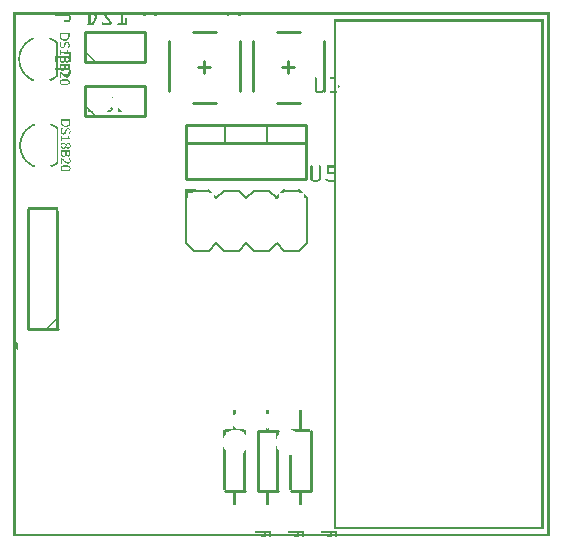
<source format=gto>
G04 MADE WITH FRITZING*
G04 WWW.FRITZING.ORG*
G04 DOUBLE SIDED*
G04 HOLES PLATED*
G04 CONTOUR ON CENTER OF CONTOUR VECTOR*
%ASAXBY*%
%FSLAX23Y23*%
%MOIN*%
%OFA0B0*%
%SFA1.0B1.0*%
%ADD10C,0.010000*%
%ADD11C,0.005000*%
%ADD12C,0.008051*%
%ADD13R,0.001000X0.001000*%
%LNSILK1*%
G90*
G70*
G54D10*
X576Y1373D02*
X976Y1373D01*
D02*
X976Y1373D02*
X976Y1193D01*
D02*
X976Y1193D02*
X576Y1193D01*
D02*
X576Y1193D02*
X576Y1373D01*
D02*
X576Y1373D02*
X976Y1373D01*
D02*
X976Y1373D02*
X976Y1313D01*
D02*
X976Y1313D02*
X576Y1313D01*
D02*
X576Y1313D02*
X576Y1373D01*
G54D11*
D02*
X706Y1373D02*
X706Y1313D01*
D02*
X846Y1373D02*
X846Y1313D01*
G54D10*
D02*
X770Y153D02*
X704Y153D01*
D02*
X597Y1683D02*
X675Y1683D01*
D02*
X518Y1486D02*
X518Y1653D01*
D02*
X754Y1486D02*
X754Y1653D01*
D02*
X597Y1446D02*
X675Y1446D01*
D02*
X616Y1565D02*
X656Y1565D01*
D02*
X636Y1584D02*
X636Y1545D01*
D02*
X877Y1683D02*
X955Y1683D01*
D02*
X798Y1486D02*
X798Y1653D01*
D02*
X1034Y1486D02*
X1034Y1653D01*
D02*
X877Y1446D02*
X955Y1446D01*
D02*
X896Y1565D02*
X936Y1565D01*
D02*
X916Y1584D02*
X916Y1545D01*
G54D12*
D02*
X575Y978D02*
X600Y953D01*
D02*
X651Y953D02*
X676Y978D01*
D02*
X676Y978D02*
X701Y953D01*
D02*
X751Y953D02*
X776Y978D01*
D02*
X776Y978D02*
X802Y953D01*
D02*
X852Y953D02*
X877Y978D01*
D02*
X575Y978D02*
X575Y1128D01*
D02*
X600Y1153D02*
X651Y1153D01*
D02*
X676Y1128D02*
X701Y1153D01*
D02*
X701Y1153D02*
X751Y1153D01*
D02*
X751Y1153D02*
X776Y1128D01*
D02*
X776Y1128D02*
X802Y1153D01*
D02*
X802Y1153D02*
X852Y1153D01*
D02*
X852Y1153D02*
X877Y1128D01*
D02*
X802Y953D02*
X852Y953D01*
D02*
X701Y953D02*
X751Y953D01*
D02*
X600Y953D02*
X651Y953D01*
D02*
X953Y953D02*
X978Y978D01*
D02*
X902Y1153D02*
X953Y1153D01*
D02*
X978Y1128D02*
X978Y978D01*
D02*
X902Y953D02*
X953Y953D01*
D02*
X877Y978D02*
X902Y953D01*
G54D10*
D02*
X990Y353D02*
X990Y153D01*
D02*
X990Y153D02*
X924Y153D01*
D02*
X880Y153D02*
X814Y153D01*
D02*
X814Y153D02*
X814Y353D01*
D02*
X814Y353D02*
X880Y353D01*
D02*
X237Y1403D02*
X437Y1403D01*
D02*
X437Y1403D02*
X437Y1503D01*
D02*
X437Y1503D02*
X237Y1503D01*
D02*
X237Y1503D02*
X237Y1403D01*
D02*
X237Y1583D02*
X437Y1583D01*
D02*
X437Y1583D02*
X437Y1683D01*
D02*
X437Y1683D02*
X237Y1683D01*
D02*
X237Y1683D02*
X237Y1583D01*
D02*
X47Y1093D02*
X47Y693D01*
D02*
X47Y693D02*
X147Y693D01*
G54D13*
X0Y1746D02*
X1787Y1746D01*
X0Y1745D02*
X1787Y1745D01*
X0Y1744D02*
X1787Y1744D01*
X0Y1743D02*
X1787Y1743D01*
X0Y1742D02*
X1787Y1742D01*
X0Y1741D02*
X1787Y1741D01*
X0Y1740D02*
X1787Y1740D01*
X0Y1739D02*
X1787Y1739D01*
X0Y1738D02*
X7Y1738D01*
X138Y1738D02*
X188Y1738D01*
X250Y1738D02*
X256Y1738D01*
X268Y1738D02*
X275Y1738D01*
X300Y1738D02*
X308Y1738D01*
X357Y1738D02*
X363Y1738D01*
X429Y1738D02*
X442Y1738D01*
X469Y1738D02*
X479Y1738D01*
X709Y1738D02*
X722Y1738D01*
X749Y1738D02*
X759Y1738D01*
X1780Y1738D02*
X1787Y1738D01*
X0Y1737D02*
X7Y1737D01*
X138Y1737D02*
X189Y1737D01*
X250Y1737D02*
X256Y1737D01*
X269Y1737D02*
X275Y1737D01*
X301Y1737D02*
X309Y1737D01*
X357Y1737D02*
X363Y1737D01*
X430Y1737D02*
X441Y1737D01*
X469Y1737D02*
X478Y1737D01*
X710Y1737D02*
X721Y1737D01*
X749Y1737D02*
X758Y1737D01*
X1780Y1737D02*
X1787Y1737D01*
X0Y1736D02*
X7Y1736D01*
X138Y1736D02*
X189Y1736D01*
X250Y1736D02*
X256Y1736D01*
X269Y1736D02*
X276Y1736D01*
X302Y1736D02*
X310Y1736D01*
X357Y1736D02*
X363Y1736D01*
X431Y1736D02*
X440Y1736D01*
X470Y1736D02*
X477Y1736D01*
X711Y1736D02*
X719Y1736D01*
X750Y1736D02*
X757Y1736D01*
X1780Y1736D02*
X1787Y1736D01*
X0Y1735D02*
X7Y1735D01*
X140Y1735D02*
X190Y1735D01*
X250Y1735D02*
X256Y1735D01*
X270Y1735D02*
X276Y1735D01*
X302Y1735D02*
X310Y1735D01*
X357Y1735D02*
X363Y1735D01*
X433Y1735D02*
X438Y1735D01*
X471Y1735D02*
X475Y1735D01*
X712Y1735D02*
X718Y1735D01*
X751Y1735D02*
X755Y1735D01*
X1780Y1735D02*
X1787Y1735D01*
X0Y1734D02*
X7Y1734D01*
X183Y1734D02*
X190Y1734D01*
X250Y1734D02*
X256Y1734D01*
X270Y1734D02*
X277Y1734D01*
X303Y1734D02*
X311Y1734D01*
X357Y1734D02*
X363Y1734D01*
X1780Y1734D02*
X1787Y1734D01*
X0Y1733D02*
X7Y1733D01*
X184Y1733D02*
X190Y1733D01*
X250Y1733D02*
X256Y1733D01*
X271Y1733D02*
X277Y1733D01*
X304Y1733D02*
X312Y1733D01*
X357Y1733D02*
X363Y1733D01*
X1780Y1733D02*
X1787Y1733D01*
X0Y1732D02*
X7Y1732D01*
X184Y1732D02*
X191Y1732D01*
X250Y1732D02*
X256Y1732D01*
X271Y1732D02*
X277Y1732D01*
X305Y1732D02*
X313Y1732D01*
X357Y1732D02*
X363Y1732D01*
X1780Y1732D02*
X1787Y1732D01*
X0Y1731D02*
X7Y1731D01*
X185Y1731D02*
X191Y1731D01*
X250Y1731D02*
X256Y1731D01*
X271Y1731D02*
X277Y1731D01*
X305Y1731D02*
X313Y1731D01*
X357Y1731D02*
X363Y1731D01*
X1780Y1731D02*
X1787Y1731D01*
X0Y1730D02*
X7Y1730D01*
X185Y1730D02*
X191Y1730D01*
X250Y1730D02*
X256Y1730D01*
X271Y1730D02*
X277Y1730D01*
X306Y1730D02*
X314Y1730D01*
X357Y1730D02*
X363Y1730D01*
X1780Y1730D02*
X1787Y1730D01*
X0Y1729D02*
X7Y1729D01*
X185Y1729D02*
X191Y1729D01*
X250Y1729D02*
X256Y1729D01*
X271Y1729D02*
X277Y1729D01*
X307Y1729D02*
X315Y1729D01*
X357Y1729D02*
X363Y1729D01*
X1780Y1729D02*
X1787Y1729D01*
X0Y1728D02*
X7Y1728D01*
X185Y1728D02*
X191Y1728D01*
X250Y1728D02*
X256Y1728D01*
X271Y1728D02*
X277Y1728D01*
X308Y1728D02*
X316Y1728D01*
X357Y1728D02*
X363Y1728D01*
X1780Y1728D02*
X1787Y1728D01*
X0Y1727D02*
X7Y1727D01*
X185Y1727D02*
X191Y1727D01*
X250Y1727D02*
X256Y1727D01*
X270Y1727D02*
X277Y1727D01*
X309Y1727D02*
X317Y1727D01*
X357Y1727D02*
X363Y1727D01*
X372Y1727D02*
X376Y1727D01*
X1780Y1727D02*
X1787Y1727D01*
X0Y1726D02*
X7Y1726D01*
X185Y1726D02*
X191Y1726D01*
X250Y1726D02*
X256Y1726D01*
X270Y1726D02*
X276Y1726D01*
X309Y1726D02*
X317Y1726D01*
X357Y1726D02*
X363Y1726D01*
X372Y1726D02*
X376Y1726D01*
X1780Y1726D02*
X1787Y1726D01*
X0Y1725D02*
X7Y1725D01*
X185Y1725D02*
X191Y1725D01*
X250Y1725D02*
X256Y1725D01*
X270Y1725D02*
X276Y1725D01*
X310Y1725D02*
X318Y1725D01*
X357Y1725D02*
X363Y1725D01*
X371Y1725D02*
X377Y1725D01*
X1780Y1725D02*
X1787Y1725D01*
X0Y1724D02*
X7Y1724D01*
X184Y1724D02*
X191Y1724D01*
X250Y1724D02*
X256Y1724D01*
X269Y1724D02*
X276Y1724D01*
X311Y1724D02*
X319Y1724D01*
X357Y1724D02*
X363Y1724D01*
X371Y1724D02*
X377Y1724D01*
X1780Y1724D02*
X1787Y1724D01*
X0Y1723D02*
X7Y1723D01*
X184Y1723D02*
X190Y1723D01*
X250Y1723D02*
X256Y1723D01*
X269Y1723D02*
X275Y1723D01*
X312Y1723D02*
X320Y1723D01*
X357Y1723D02*
X363Y1723D01*
X371Y1723D02*
X377Y1723D01*
X1067Y1723D02*
X1766Y1723D01*
X1780Y1723D02*
X1787Y1723D01*
X0Y1722D02*
X7Y1722D01*
X183Y1722D02*
X190Y1722D01*
X250Y1722D02*
X256Y1722D01*
X268Y1722D02*
X275Y1722D01*
X312Y1722D02*
X321Y1722D01*
X357Y1722D02*
X363Y1722D01*
X371Y1722D02*
X377Y1722D01*
X1067Y1722D02*
X1766Y1722D01*
X1780Y1722D02*
X1787Y1722D01*
X0Y1721D02*
X7Y1721D01*
X169Y1721D02*
X190Y1721D01*
X250Y1721D02*
X256Y1721D01*
X268Y1721D02*
X274Y1721D01*
X313Y1721D02*
X321Y1721D01*
X357Y1721D02*
X363Y1721D01*
X371Y1721D02*
X377Y1721D01*
X1067Y1721D02*
X1766Y1721D01*
X1780Y1721D02*
X1787Y1721D01*
X0Y1720D02*
X7Y1720D01*
X168Y1720D02*
X189Y1720D01*
X250Y1720D02*
X256Y1720D01*
X267Y1720D02*
X274Y1720D01*
X314Y1720D02*
X322Y1720D01*
X357Y1720D02*
X363Y1720D01*
X371Y1720D02*
X377Y1720D01*
X1067Y1720D02*
X1766Y1720D01*
X1780Y1720D02*
X1787Y1720D01*
X0Y1719D02*
X7Y1719D01*
X167Y1719D02*
X189Y1719D01*
X250Y1719D02*
X256Y1719D01*
X266Y1719D02*
X273Y1719D01*
X315Y1719D02*
X323Y1719D01*
X357Y1719D02*
X363Y1719D01*
X371Y1719D02*
X377Y1719D01*
X1067Y1719D02*
X1766Y1719D01*
X1780Y1719D02*
X1787Y1719D01*
X0Y1718D02*
X7Y1718D01*
X167Y1718D02*
X188Y1718D01*
X250Y1718D02*
X256Y1718D01*
X266Y1718D02*
X273Y1718D01*
X316Y1718D02*
X324Y1718D01*
X357Y1718D02*
X363Y1718D01*
X371Y1718D02*
X377Y1718D01*
X1067Y1718D02*
X1766Y1718D01*
X1780Y1718D02*
X1787Y1718D01*
X0Y1717D02*
X7Y1717D01*
X167Y1717D02*
X187Y1717D01*
X250Y1717D02*
X256Y1717D01*
X265Y1717D02*
X272Y1717D01*
X316Y1717D02*
X324Y1717D01*
X357Y1717D02*
X363Y1717D01*
X371Y1717D02*
X377Y1717D01*
X1067Y1717D02*
X1766Y1717D01*
X1780Y1717D02*
X1787Y1717D01*
X0Y1716D02*
X7Y1716D01*
X167Y1716D02*
X186Y1716D01*
X250Y1716D02*
X256Y1716D01*
X265Y1716D02*
X272Y1716D01*
X317Y1716D02*
X325Y1716D01*
X357Y1716D02*
X363Y1716D01*
X371Y1716D02*
X377Y1716D01*
X1067Y1716D02*
X1766Y1716D01*
X1780Y1716D02*
X1787Y1716D01*
X0Y1715D02*
X7Y1715D01*
X168Y1715D02*
X184Y1715D01*
X250Y1715D02*
X256Y1715D01*
X264Y1715D02*
X271Y1715D01*
X295Y1715D02*
X298Y1715D01*
X318Y1715D02*
X326Y1715D01*
X357Y1715D02*
X363Y1715D01*
X371Y1715D02*
X377Y1715D01*
X1067Y1715D02*
X1074Y1715D01*
X1758Y1715D02*
X1766Y1715D01*
X1780Y1715D02*
X1787Y1715D01*
X0Y1714D02*
X7Y1714D01*
X250Y1714D02*
X256Y1714D01*
X264Y1714D02*
X271Y1714D01*
X294Y1714D02*
X299Y1714D01*
X319Y1714D02*
X326Y1714D01*
X357Y1714D02*
X363Y1714D01*
X371Y1714D02*
X377Y1714D01*
X1067Y1714D02*
X1074Y1714D01*
X1759Y1714D02*
X1766Y1714D01*
X1780Y1714D02*
X1787Y1714D01*
X0Y1713D02*
X7Y1713D01*
X250Y1713D02*
X256Y1713D01*
X263Y1713D02*
X270Y1713D01*
X294Y1713D02*
X299Y1713D01*
X319Y1713D02*
X327Y1713D01*
X357Y1713D02*
X363Y1713D01*
X371Y1713D02*
X377Y1713D01*
X1067Y1713D02*
X1074Y1713D01*
X1759Y1713D02*
X1766Y1713D01*
X1780Y1713D02*
X1787Y1713D01*
X0Y1712D02*
X7Y1712D01*
X250Y1712D02*
X256Y1712D01*
X263Y1712D02*
X270Y1712D01*
X294Y1712D02*
X300Y1712D01*
X320Y1712D02*
X327Y1712D01*
X357Y1712D02*
X363Y1712D01*
X371Y1712D02*
X377Y1712D01*
X1067Y1712D02*
X1074Y1712D01*
X1759Y1712D02*
X1766Y1712D01*
X1780Y1712D02*
X1787Y1712D01*
X0Y1711D02*
X7Y1711D01*
X250Y1711D02*
X256Y1711D01*
X262Y1711D02*
X269Y1711D01*
X294Y1711D02*
X300Y1711D01*
X321Y1711D02*
X327Y1711D01*
X357Y1711D02*
X363Y1711D01*
X371Y1711D02*
X377Y1711D01*
X1067Y1711D02*
X1074Y1711D01*
X1759Y1711D02*
X1766Y1711D01*
X1780Y1711D02*
X1787Y1711D01*
X0Y1710D02*
X7Y1710D01*
X247Y1710D02*
X269Y1710D01*
X294Y1710D02*
X327Y1710D01*
X347Y1710D02*
X377Y1710D01*
X1067Y1710D02*
X1074Y1710D01*
X1759Y1710D02*
X1766Y1710D01*
X1780Y1710D02*
X1787Y1710D01*
X0Y1709D02*
X7Y1709D01*
X245Y1709D02*
X268Y1709D01*
X294Y1709D02*
X327Y1709D01*
X345Y1709D02*
X377Y1709D01*
X1067Y1709D02*
X1074Y1709D01*
X1759Y1709D02*
X1766Y1709D01*
X1780Y1709D02*
X1787Y1709D01*
X0Y1708D02*
X7Y1708D01*
X244Y1708D02*
X268Y1708D01*
X295Y1708D02*
X326Y1708D01*
X344Y1708D02*
X377Y1708D01*
X1067Y1708D02*
X1074Y1708D01*
X1759Y1708D02*
X1766Y1708D01*
X1780Y1708D02*
X1787Y1708D01*
X0Y1707D02*
X7Y1707D01*
X244Y1707D02*
X267Y1707D01*
X295Y1707D02*
X326Y1707D01*
X344Y1707D02*
X377Y1707D01*
X1067Y1707D02*
X1074Y1707D01*
X1759Y1707D02*
X1766Y1707D01*
X1780Y1707D02*
X1787Y1707D01*
X0Y1706D02*
X7Y1706D01*
X244Y1706D02*
X266Y1706D01*
X296Y1706D02*
X325Y1706D01*
X344Y1706D02*
X377Y1706D01*
X1067Y1706D02*
X1074Y1706D01*
X1759Y1706D02*
X1766Y1706D01*
X1780Y1706D02*
X1787Y1706D01*
X0Y1705D02*
X7Y1705D01*
X244Y1705D02*
X265Y1705D01*
X297Y1705D02*
X324Y1705D01*
X344Y1705D02*
X377Y1705D01*
X1067Y1705D02*
X1074Y1705D01*
X1759Y1705D02*
X1766Y1705D01*
X1780Y1705D02*
X1787Y1705D01*
X0Y1704D02*
X7Y1704D01*
X245Y1704D02*
X263Y1704D01*
X299Y1704D02*
X323Y1704D01*
X345Y1704D02*
X376Y1704D01*
X1067Y1704D02*
X1074Y1704D01*
X1759Y1704D02*
X1766Y1704D01*
X1780Y1704D02*
X1787Y1704D01*
X0Y1703D02*
X7Y1703D01*
X1067Y1703D02*
X1074Y1703D01*
X1759Y1703D02*
X1766Y1703D01*
X1780Y1703D02*
X1787Y1703D01*
X0Y1702D02*
X7Y1702D01*
X1067Y1702D02*
X1074Y1702D01*
X1759Y1702D02*
X1766Y1702D01*
X1780Y1702D02*
X1787Y1702D01*
X0Y1701D02*
X7Y1701D01*
X1067Y1701D02*
X1074Y1701D01*
X1759Y1701D02*
X1766Y1701D01*
X1780Y1701D02*
X1787Y1701D01*
X0Y1700D02*
X7Y1700D01*
X1067Y1700D02*
X1074Y1700D01*
X1759Y1700D02*
X1766Y1700D01*
X1780Y1700D02*
X1787Y1700D01*
X0Y1699D02*
X7Y1699D01*
X1067Y1699D02*
X1074Y1699D01*
X1759Y1699D02*
X1766Y1699D01*
X1780Y1699D02*
X1787Y1699D01*
X0Y1698D02*
X7Y1698D01*
X1067Y1698D02*
X1074Y1698D01*
X1759Y1698D02*
X1766Y1698D01*
X1780Y1698D02*
X1787Y1698D01*
X0Y1697D02*
X7Y1697D01*
X1067Y1697D02*
X1074Y1697D01*
X1759Y1697D02*
X1766Y1697D01*
X1780Y1697D02*
X1787Y1697D01*
X0Y1696D02*
X7Y1696D01*
X1067Y1696D02*
X1074Y1696D01*
X1759Y1696D02*
X1766Y1696D01*
X1780Y1696D02*
X1787Y1696D01*
X0Y1695D02*
X7Y1695D01*
X1067Y1695D02*
X1074Y1695D01*
X1759Y1695D02*
X1766Y1695D01*
X1780Y1695D02*
X1787Y1695D01*
X0Y1694D02*
X7Y1694D01*
X1067Y1694D02*
X1074Y1694D01*
X1759Y1694D02*
X1766Y1694D01*
X1780Y1694D02*
X1787Y1694D01*
X0Y1693D02*
X7Y1693D01*
X1067Y1693D02*
X1074Y1693D01*
X1759Y1693D02*
X1766Y1693D01*
X1780Y1693D02*
X1787Y1693D01*
X0Y1692D02*
X7Y1692D01*
X1067Y1692D02*
X1074Y1692D01*
X1759Y1692D02*
X1766Y1692D01*
X1780Y1692D02*
X1787Y1692D01*
X0Y1691D02*
X7Y1691D01*
X1067Y1691D02*
X1074Y1691D01*
X1759Y1691D02*
X1766Y1691D01*
X1780Y1691D02*
X1787Y1691D01*
X0Y1690D02*
X7Y1690D01*
X1067Y1690D02*
X1074Y1690D01*
X1759Y1690D02*
X1766Y1690D01*
X1780Y1690D02*
X1787Y1690D01*
X0Y1689D02*
X7Y1689D01*
X1067Y1689D02*
X1074Y1689D01*
X1759Y1689D02*
X1766Y1689D01*
X1780Y1689D02*
X1787Y1689D01*
X0Y1688D02*
X7Y1688D01*
X1067Y1688D02*
X1074Y1688D01*
X1759Y1688D02*
X1766Y1688D01*
X1780Y1688D02*
X1787Y1688D01*
X0Y1687D02*
X7Y1687D01*
X1067Y1687D02*
X1074Y1687D01*
X1759Y1687D02*
X1766Y1687D01*
X1780Y1687D02*
X1787Y1687D01*
X0Y1686D02*
X7Y1686D01*
X1067Y1686D02*
X1074Y1686D01*
X1759Y1686D02*
X1766Y1686D01*
X1780Y1686D02*
X1787Y1686D01*
X0Y1685D02*
X7Y1685D01*
X1067Y1685D02*
X1074Y1685D01*
X1759Y1685D02*
X1766Y1685D01*
X1780Y1685D02*
X1787Y1685D01*
X0Y1684D02*
X7Y1684D01*
X1067Y1684D02*
X1074Y1684D01*
X1759Y1684D02*
X1766Y1684D01*
X1780Y1684D02*
X1787Y1684D01*
X0Y1683D02*
X7Y1683D01*
X1067Y1683D02*
X1074Y1683D01*
X1759Y1683D02*
X1766Y1683D01*
X1780Y1683D02*
X1787Y1683D01*
X0Y1682D02*
X7Y1682D01*
X1067Y1682D02*
X1074Y1682D01*
X1759Y1682D02*
X1766Y1682D01*
X1780Y1682D02*
X1787Y1682D01*
X0Y1681D02*
X7Y1681D01*
X1067Y1681D02*
X1074Y1681D01*
X1759Y1681D02*
X1766Y1681D01*
X1780Y1681D02*
X1787Y1681D01*
X0Y1680D02*
X7Y1680D01*
X1067Y1680D02*
X1074Y1680D01*
X1759Y1680D02*
X1766Y1680D01*
X1780Y1680D02*
X1787Y1680D01*
X0Y1679D02*
X7Y1679D01*
X1067Y1679D02*
X1074Y1679D01*
X1759Y1679D02*
X1766Y1679D01*
X1780Y1679D02*
X1787Y1679D01*
X0Y1678D02*
X7Y1678D01*
X1067Y1678D02*
X1074Y1678D01*
X1759Y1678D02*
X1766Y1678D01*
X1780Y1678D02*
X1787Y1678D01*
X0Y1677D02*
X7Y1677D01*
X154Y1677D02*
X186Y1677D01*
X1067Y1677D02*
X1074Y1677D01*
X1759Y1677D02*
X1766Y1677D01*
X1780Y1677D02*
X1787Y1677D01*
X0Y1676D02*
X7Y1676D01*
X154Y1676D02*
X186Y1676D01*
X1067Y1676D02*
X1074Y1676D01*
X1759Y1676D02*
X1766Y1676D01*
X1780Y1676D02*
X1787Y1676D01*
X0Y1675D02*
X7Y1675D01*
X154Y1675D02*
X186Y1675D01*
X1067Y1675D02*
X1074Y1675D01*
X1759Y1675D02*
X1766Y1675D01*
X1780Y1675D02*
X1787Y1675D01*
X0Y1674D02*
X7Y1674D01*
X154Y1674D02*
X186Y1674D01*
X1067Y1674D02*
X1074Y1674D01*
X1759Y1674D02*
X1766Y1674D01*
X1780Y1674D02*
X1787Y1674D01*
X0Y1673D02*
X7Y1673D01*
X154Y1673D02*
X157Y1673D01*
X183Y1673D02*
X186Y1673D01*
X1067Y1673D02*
X1074Y1673D01*
X1759Y1673D02*
X1766Y1673D01*
X1780Y1673D02*
X1787Y1673D01*
X0Y1672D02*
X7Y1672D01*
X154Y1672D02*
X157Y1672D01*
X183Y1672D02*
X186Y1672D01*
X1067Y1672D02*
X1074Y1672D01*
X1759Y1672D02*
X1766Y1672D01*
X1780Y1672D02*
X1787Y1672D01*
X0Y1671D02*
X7Y1671D01*
X154Y1671D02*
X157Y1671D01*
X183Y1671D02*
X186Y1671D01*
X1067Y1671D02*
X1074Y1671D01*
X1759Y1671D02*
X1766Y1671D01*
X1780Y1671D02*
X1787Y1671D01*
X0Y1670D02*
X7Y1670D01*
X154Y1670D02*
X157Y1670D01*
X183Y1670D02*
X186Y1670D01*
X1067Y1670D02*
X1074Y1670D01*
X1759Y1670D02*
X1766Y1670D01*
X1780Y1670D02*
X1787Y1670D01*
X0Y1669D02*
X7Y1669D01*
X155Y1669D02*
X157Y1669D01*
X183Y1669D02*
X186Y1669D01*
X1067Y1669D02*
X1074Y1669D01*
X1759Y1669D02*
X1766Y1669D01*
X1780Y1669D02*
X1787Y1669D01*
X0Y1668D02*
X7Y1668D01*
X155Y1668D02*
X157Y1668D01*
X183Y1668D02*
X186Y1668D01*
X1067Y1668D02*
X1074Y1668D01*
X1759Y1668D02*
X1766Y1668D01*
X1780Y1668D02*
X1787Y1668D01*
X0Y1667D02*
X7Y1667D01*
X155Y1667D02*
X157Y1667D01*
X183Y1667D02*
X186Y1667D01*
X1067Y1667D02*
X1074Y1667D01*
X1759Y1667D02*
X1766Y1667D01*
X1780Y1667D02*
X1787Y1667D01*
X0Y1666D02*
X7Y1666D01*
X155Y1666D02*
X157Y1666D01*
X183Y1666D02*
X186Y1666D01*
X1067Y1666D02*
X1074Y1666D01*
X1759Y1666D02*
X1766Y1666D01*
X1780Y1666D02*
X1787Y1666D01*
X0Y1665D02*
X7Y1665D01*
X155Y1665D02*
X158Y1665D01*
X183Y1665D02*
X185Y1665D01*
X1067Y1665D02*
X1074Y1665D01*
X1759Y1665D02*
X1766Y1665D01*
X1780Y1665D02*
X1787Y1665D01*
X0Y1664D02*
X7Y1664D01*
X155Y1664D02*
X158Y1664D01*
X182Y1664D02*
X185Y1664D01*
X1067Y1664D02*
X1074Y1664D01*
X1759Y1664D02*
X1766Y1664D01*
X1780Y1664D02*
X1787Y1664D01*
X0Y1663D02*
X7Y1663D01*
X155Y1663D02*
X158Y1663D01*
X182Y1663D02*
X185Y1663D01*
X1067Y1663D02*
X1074Y1663D01*
X1759Y1663D02*
X1766Y1663D01*
X1780Y1663D02*
X1787Y1663D01*
X0Y1662D02*
X7Y1662D01*
X63Y1662D02*
X65Y1662D01*
X122Y1662D02*
X124Y1662D01*
X155Y1662D02*
X159Y1662D01*
X181Y1662D02*
X185Y1662D01*
X1067Y1662D02*
X1074Y1662D01*
X1759Y1662D02*
X1766Y1662D01*
X1780Y1662D02*
X1787Y1662D01*
X0Y1661D02*
X7Y1661D01*
X61Y1661D02*
X66Y1661D01*
X121Y1661D02*
X126Y1661D01*
X156Y1661D02*
X159Y1661D01*
X181Y1661D02*
X184Y1661D01*
X1067Y1661D02*
X1074Y1661D01*
X1759Y1661D02*
X1766Y1661D01*
X1780Y1661D02*
X1787Y1661D01*
X0Y1660D02*
X7Y1660D01*
X59Y1660D02*
X68Y1660D01*
X120Y1660D02*
X128Y1660D01*
X156Y1660D02*
X160Y1660D01*
X180Y1660D02*
X184Y1660D01*
X1067Y1660D02*
X1074Y1660D01*
X1759Y1660D02*
X1766Y1660D01*
X1780Y1660D02*
X1787Y1660D01*
X0Y1659D02*
X7Y1659D01*
X57Y1659D02*
X69Y1659D01*
X118Y1659D02*
X130Y1659D01*
X157Y1659D02*
X161Y1659D01*
X179Y1659D02*
X183Y1659D01*
X1067Y1659D02*
X1074Y1659D01*
X1759Y1659D02*
X1766Y1659D01*
X1780Y1659D02*
X1787Y1659D01*
X0Y1658D02*
X7Y1658D01*
X55Y1658D02*
X68Y1658D01*
X119Y1658D02*
X132Y1658D01*
X158Y1658D02*
X163Y1658D01*
X177Y1658D02*
X183Y1658D01*
X1067Y1658D02*
X1074Y1658D01*
X1759Y1658D02*
X1766Y1658D01*
X1780Y1658D02*
X1787Y1658D01*
X0Y1657D02*
X7Y1657D01*
X53Y1657D02*
X66Y1657D01*
X121Y1657D02*
X134Y1657D01*
X158Y1657D02*
X165Y1657D01*
X175Y1657D02*
X182Y1657D01*
X1067Y1657D02*
X1074Y1657D01*
X1759Y1657D02*
X1766Y1657D01*
X1780Y1657D02*
X1787Y1657D01*
X0Y1656D02*
X7Y1656D01*
X52Y1656D02*
X64Y1656D01*
X123Y1656D02*
X135Y1656D01*
X159Y1656D02*
X181Y1656D01*
X1067Y1656D02*
X1074Y1656D01*
X1759Y1656D02*
X1766Y1656D01*
X1780Y1656D02*
X1787Y1656D01*
X0Y1655D02*
X7Y1655D01*
X50Y1655D02*
X61Y1655D01*
X126Y1655D02*
X137Y1655D01*
X161Y1655D02*
X180Y1655D01*
X1067Y1655D02*
X1074Y1655D01*
X1759Y1655D02*
X1766Y1655D01*
X1780Y1655D02*
X1787Y1655D01*
X0Y1654D02*
X7Y1654D01*
X49Y1654D02*
X60Y1654D01*
X127Y1654D02*
X138Y1654D01*
X162Y1654D02*
X178Y1654D01*
X1067Y1654D02*
X1074Y1654D01*
X1759Y1654D02*
X1766Y1654D01*
X1780Y1654D02*
X1787Y1654D01*
X0Y1653D02*
X7Y1653D01*
X47Y1653D02*
X58Y1653D01*
X129Y1653D02*
X140Y1653D01*
X165Y1653D02*
X176Y1653D01*
X1067Y1653D02*
X1074Y1653D01*
X1759Y1653D02*
X1766Y1653D01*
X1780Y1653D02*
X1787Y1653D01*
X0Y1652D02*
X7Y1652D01*
X46Y1652D02*
X56Y1652D01*
X131Y1652D02*
X141Y1652D01*
X1067Y1652D02*
X1074Y1652D01*
X1759Y1652D02*
X1766Y1652D01*
X1780Y1652D02*
X1787Y1652D01*
X0Y1651D02*
X7Y1651D01*
X45Y1651D02*
X54Y1651D01*
X133Y1651D02*
X142Y1651D01*
X1067Y1651D02*
X1074Y1651D01*
X1759Y1651D02*
X1766Y1651D01*
X1780Y1651D02*
X1787Y1651D01*
X0Y1650D02*
X7Y1650D01*
X44Y1650D02*
X53Y1650D01*
X134Y1650D02*
X143Y1650D01*
X1067Y1650D02*
X1074Y1650D01*
X1759Y1650D02*
X1766Y1650D01*
X1780Y1650D02*
X1787Y1650D01*
X0Y1649D02*
X7Y1649D01*
X42Y1649D02*
X52Y1649D01*
X136Y1649D02*
X145Y1649D01*
X1067Y1649D02*
X1074Y1649D01*
X1759Y1649D02*
X1766Y1649D01*
X1780Y1649D02*
X1787Y1649D01*
X0Y1648D02*
X7Y1648D01*
X41Y1648D02*
X50Y1648D01*
X137Y1648D02*
X146Y1648D01*
X156Y1648D02*
X160Y1648D01*
X175Y1648D02*
X180Y1648D01*
X1067Y1648D02*
X1074Y1648D01*
X1759Y1648D02*
X1766Y1648D01*
X1780Y1648D02*
X1787Y1648D01*
X0Y1647D02*
X7Y1647D01*
X40Y1647D02*
X49Y1647D01*
X138Y1647D02*
X146Y1647D01*
X156Y1647D02*
X160Y1647D01*
X173Y1647D02*
X182Y1647D01*
X1067Y1647D02*
X1074Y1647D01*
X1759Y1647D02*
X1766Y1647D01*
X1780Y1647D02*
X1787Y1647D01*
X0Y1646D02*
X7Y1646D01*
X39Y1646D02*
X48Y1646D01*
X139Y1646D02*
X146Y1646D01*
X155Y1646D02*
X159Y1646D01*
X172Y1646D02*
X183Y1646D01*
X1067Y1646D02*
X1074Y1646D01*
X1759Y1646D02*
X1766Y1646D01*
X1780Y1646D02*
X1787Y1646D01*
X0Y1645D02*
X7Y1645D01*
X38Y1645D02*
X46Y1645D01*
X141Y1645D02*
X146Y1645D01*
X155Y1645D02*
X158Y1645D01*
X171Y1645D02*
X184Y1645D01*
X1067Y1645D02*
X1074Y1645D01*
X1759Y1645D02*
X1766Y1645D01*
X1780Y1645D02*
X1787Y1645D01*
X0Y1644D02*
X7Y1644D01*
X37Y1644D02*
X45Y1644D01*
X141Y1644D02*
X146Y1644D01*
X155Y1644D02*
X158Y1644D01*
X170Y1644D02*
X177Y1644D01*
X180Y1644D02*
X185Y1644D01*
X1067Y1644D02*
X1074Y1644D01*
X1759Y1644D02*
X1766Y1644D01*
X1780Y1644D02*
X1787Y1644D01*
X0Y1643D02*
X7Y1643D01*
X36Y1643D02*
X44Y1643D01*
X141Y1643D02*
X146Y1643D01*
X154Y1643D02*
X157Y1643D01*
X170Y1643D02*
X174Y1643D01*
X181Y1643D02*
X185Y1643D01*
X1067Y1643D02*
X1074Y1643D01*
X1759Y1643D02*
X1766Y1643D01*
X1780Y1643D02*
X1787Y1643D01*
X0Y1642D02*
X7Y1642D01*
X36Y1642D02*
X43Y1642D01*
X141Y1642D02*
X146Y1642D01*
X154Y1642D02*
X157Y1642D01*
X170Y1642D02*
X173Y1642D01*
X182Y1642D02*
X186Y1642D01*
X1067Y1642D02*
X1074Y1642D01*
X1759Y1642D02*
X1766Y1642D01*
X1780Y1642D02*
X1787Y1642D01*
X0Y1641D02*
X7Y1641D01*
X35Y1641D02*
X42Y1641D01*
X141Y1641D02*
X146Y1641D01*
X154Y1641D02*
X157Y1641D01*
X169Y1641D02*
X173Y1641D01*
X183Y1641D02*
X186Y1641D01*
X1067Y1641D02*
X1074Y1641D01*
X1759Y1641D02*
X1766Y1641D01*
X1780Y1641D02*
X1787Y1641D01*
X0Y1640D02*
X7Y1640D01*
X34Y1640D02*
X41Y1640D01*
X141Y1640D02*
X146Y1640D01*
X154Y1640D02*
X157Y1640D01*
X169Y1640D02*
X173Y1640D01*
X183Y1640D02*
X186Y1640D01*
X1067Y1640D02*
X1074Y1640D01*
X1759Y1640D02*
X1766Y1640D01*
X1780Y1640D02*
X1787Y1640D01*
X0Y1639D02*
X7Y1639D01*
X33Y1639D02*
X40Y1639D01*
X141Y1639D02*
X146Y1639D01*
X154Y1639D02*
X157Y1639D01*
X169Y1639D02*
X172Y1639D01*
X183Y1639D02*
X186Y1639D01*
X1067Y1639D02*
X1074Y1639D01*
X1759Y1639D02*
X1766Y1639D01*
X1780Y1639D02*
X1787Y1639D01*
X0Y1638D02*
X7Y1638D01*
X32Y1638D02*
X39Y1638D01*
X141Y1638D02*
X146Y1638D01*
X154Y1638D02*
X157Y1638D01*
X169Y1638D02*
X172Y1638D01*
X184Y1638D02*
X186Y1638D01*
X1067Y1638D02*
X1074Y1638D01*
X1759Y1638D02*
X1766Y1638D01*
X1780Y1638D02*
X1787Y1638D01*
X0Y1637D02*
X7Y1637D01*
X31Y1637D02*
X38Y1637D01*
X141Y1637D02*
X146Y1637D01*
X154Y1637D02*
X157Y1637D01*
X168Y1637D02*
X172Y1637D01*
X184Y1637D02*
X186Y1637D01*
X1067Y1637D02*
X1074Y1637D01*
X1759Y1637D02*
X1766Y1637D01*
X1780Y1637D02*
X1787Y1637D01*
X0Y1636D02*
X7Y1636D01*
X31Y1636D02*
X38Y1636D01*
X141Y1636D02*
X146Y1636D01*
X154Y1636D02*
X157Y1636D01*
X168Y1636D02*
X172Y1636D01*
X184Y1636D02*
X186Y1636D01*
X1067Y1636D02*
X1074Y1636D01*
X1759Y1636D02*
X1766Y1636D01*
X1780Y1636D02*
X1787Y1636D01*
X0Y1635D02*
X7Y1635D01*
X30Y1635D02*
X37Y1635D01*
X141Y1635D02*
X146Y1635D01*
X154Y1635D02*
X157Y1635D01*
X168Y1635D02*
X171Y1635D01*
X183Y1635D02*
X186Y1635D01*
X1067Y1635D02*
X1074Y1635D01*
X1759Y1635D02*
X1766Y1635D01*
X1780Y1635D02*
X1787Y1635D01*
X0Y1634D02*
X7Y1634D01*
X29Y1634D02*
X36Y1634D01*
X141Y1634D02*
X146Y1634D01*
X154Y1634D02*
X158Y1634D01*
X167Y1634D02*
X171Y1634D01*
X183Y1634D02*
X186Y1634D01*
X1067Y1634D02*
X1074Y1634D01*
X1759Y1634D02*
X1766Y1634D01*
X1780Y1634D02*
X1787Y1634D01*
X0Y1633D02*
X7Y1633D01*
X29Y1633D02*
X35Y1633D01*
X141Y1633D02*
X146Y1633D01*
X155Y1633D02*
X158Y1633D01*
X167Y1633D02*
X171Y1633D01*
X183Y1633D02*
X186Y1633D01*
X1067Y1633D02*
X1074Y1633D01*
X1759Y1633D02*
X1766Y1633D01*
X1780Y1633D02*
X1787Y1633D01*
X0Y1632D02*
X7Y1632D01*
X28Y1632D02*
X34Y1632D01*
X141Y1632D02*
X146Y1632D01*
X155Y1632D02*
X160Y1632D01*
X166Y1632D02*
X170Y1632D01*
X182Y1632D02*
X186Y1632D01*
X1067Y1632D02*
X1074Y1632D01*
X1759Y1632D02*
X1766Y1632D01*
X1780Y1632D02*
X1787Y1632D01*
X0Y1631D02*
X7Y1631D01*
X27Y1631D02*
X34Y1631D01*
X141Y1631D02*
X146Y1631D01*
X156Y1631D02*
X170Y1631D01*
X182Y1631D02*
X185Y1631D01*
X1067Y1631D02*
X1074Y1631D01*
X1759Y1631D02*
X1766Y1631D01*
X1780Y1631D02*
X1787Y1631D01*
X0Y1630D02*
X7Y1630D01*
X27Y1630D02*
X33Y1630D01*
X141Y1630D02*
X146Y1630D01*
X157Y1630D02*
X169Y1630D01*
X181Y1630D02*
X185Y1630D01*
X1067Y1630D02*
X1074Y1630D01*
X1759Y1630D02*
X1766Y1630D01*
X1780Y1630D02*
X1787Y1630D01*
X0Y1629D02*
X7Y1629D01*
X26Y1629D02*
X32Y1629D01*
X141Y1629D02*
X146Y1629D01*
X158Y1629D02*
X168Y1629D01*
X181Y1629D02*
X185Y1629D01*
X1067Y1629D02*
X1074Y1629D01*
X1759Y1629D02*
X1766Y1629D01*
X1780Y1629D02*
X1787Y1629D01*
X0Y1628D02*
X7Y1628D01*
X26Y1628D02*
X32Y1628D01*
X141Y1628D02*
X146Y1628D01*
X159Y1628D02*
X167Y1628D01*
X1067Y1628D02*
X1074Y1628D01*
X1759Y1628D02*
X1766Y1628D01*
X1780Y1628D02*
X1787Y1628D01*
X0Y1627D02*
X7Y1627D01*
X25Y1627D02*
X31Y1627D01*
X141Y1627D02*
X146Y1627D01*
X163Y1627D02*
X164Y1627D01*
X1067Y1627D02*
X1074Y1627D01*
X1759Y1627D02*
X1766Y1627D01*
X1780Y1627D02*
X1787Y1627D01*
X0Y1626D02*
X7Y1626D01*
X25Y1626D02*
X31Y1626D01*
X141Y1626D02*
X146Y1626D01*
X1067Y1626D02*
X1074Y1626D01*
X1759Y1626D02*
X1766Y1626D01*
X1780Y1626D02*
X1787Y1626D01*
X0Y1625D02*
X7Y1625D01*
X24Y1625D02*
X30Y1625D01*
X141Y1625D02*
X146Y1625D01*
X1067Y1625D02*
X1074Y1625D01*
X1759Y1625D02*
X1766Y1625D01*
X1780Y1625D02*
X1787Y1625D01*
X0Y1624D02*
X7Y1624D01*
X24Y1624D02*
X30Y1624D01*
X141Y1624D02*
X146Y1624D01*
X1067Y1624D02*
X1074Y1624D01*
X1759Y1624D02*
X1766Y1624D01*
X1780Y1624D02*
X1787Y1624D01*
X0Y1623D02*
X7Y1623D01*
X23Y1623D02*
X29Y1623D01*
X141Y1623D02*
X146Y1623D01*
X1067Y1623D02*
X1074Y1623D01*
X1759Y1623D02*
X1766Y1623D01*
X1780Y1623D02*
X1787Y1623D01*
X0Y1622D02*
X7Y1622D01*
X23Y1622D02*
X28Y1622D01*
X141Y1622D02*
X146Y1622D01*
X1067Y1622D02*
X1074Y1622D01*
X1759Y1622D02*
X1766Y1622D01*
X1780Y1622D02*
X1787Y1622D01*
X0Y1621D02*
X7Y1621D01*
X22Y1621D02*
X28Y1621D01*
X141Y1621D02*
X146Y1621D01*
X1067Y1621D02*
X1074Y1621D01*
X1759Y1621D02*
X1766Y1621D01*
X1780Y1621D02*
X1787Y1621D01*
X0Y1620D02*
X7Y1620D01*
X22Y1620D02*
X27Y1620D01*
X141Y1620D02*
X146Y1620D01*
X154Y1620D02*
X157Y1620D01*
X179Y1620D02*
X181Y1620D01*
X1067Y1620D02*
X1074Y1620D01*
X1759Y1620D02*
X1766Y1620D01*
X1780Y1620D02*
X1787Y1620D01*
X0Y1619D02*
X7Y1619D01*
X22Y1619D02*
X27Y1619D01*
X141Y1619D02*
X146Y1619D01*
X154Y1619D02*
X157Y1619D01*
X179Y1619D02*
X182Y1619D01*
X238Y1619D02*
X239Y1619D01*
X1067Y1619D02*
X1074Y1619D01*
X1759Y1619D02*
X1766Y1619D01*
X1780Y1619D02*
X1787Y1619D01*
X0Y1618D02*
X7Y1618D01*
X21Y1618D02*
X27Y1618D01*
X141Y1618D02*
X146Y1618D01*
X154Y1618D02*
X157Y1618D01*
X179Y1618D02*
X182Y1618D01*
X237Y1618D02*
X240Y1618D01*
X1067Y1618D02*
X1074Y1618D01*
X1759Y1618D02*
X1766Y1618D01*
X1780Y1618D02*
X1787Y1618D01*
X0Y1617D02*
X7Y1617D01*
X21Y1617D02*
X26Y1617D01*
X141Y1617D02*
X146Y1617D01*
X154Y1617D02*
X157Y1617D01*
X179Y1617D02*
X182Y1617D01*
X236Y1617D02*
X241Y1617D01*
X1067Y1617D02*
X1074Y1617D01*
X1759Y1617D02*
X1766Y1617D01*
X1780Y1617D02*
X1787Y1617D01*
X0Y1616D02*
X7Y1616D01*
X20Y1616D02*
X26Y1616D01*
X141Y1616D02*
X146Y1616D01*
X154Y1616D02*
X157Y1616D01*
X179Y1616D02*
X182Y1616D01*
X236Y1616D02*
X242Y1616D01*
X1067Y1616D02*
X1074Y1616D01*
X1759Y1616D02*
X1766Y1616D01*
X1780Y1616D02*
X1787Y1616D01*
X0Y1615D02*
X7Y1615D01*
X20Y1615D02*
X25Y1615D01*
X141Y1615D02*
X146Y1615D01*
X154Y1615D02*
X157Y1615D01*
X169Y1615D02*
X188Y1615D01*
X237Y1615D02*
X243Y1615D01*
X1067Y1615D02*
X1074Y1615D01*
X1759Y1615D02*
X1766Y1615D01*
X1780Y1615D02*
X1787Y1615D01*
X0Y1614D02*
X7Y1614D01*
X20Y1614D02*
X25Y1614D01*
X141Y1614D02*
X146Y1614D01*
X154Y1614D02*
X190Y1614D01*
X238Y1614D02*
X244Y1614D01*
X1067Y1614D02*
X1074Y1614D01*
X1759Y1614D02*
X1766Y1614D01*
X1780Y1614D02*
X1787Y1614D01*
X0Y1613D02*
X7Y1613D01*
X20Y1613D02*
X25Y1613D01*
X141Y1613D02*
X146Y1613D01*
X154Y1613D02*
X190Y1613D01*
X239Y1613D02*
X245Y1613D01*
X1067Y1613D02*
X1074Y1613D01*
X1759Y1613D02*
X1766Y1613D01*
X1780Y1613D02*
X1787Y1613D01*
X0Y1612D02*
X7Y1612D01*
X19Y1612D02*
X24Y1612D01*
X141Y1612D02*
X146Y1612D01*
X154Y1612D02*
X191Y1612D01*
X240Y1612D02*
X246Y1612D01*
X1067Y1612D02*
X1074Y1612D01*
X1759Y1612D02*
X1766Y1612D01*
X1780Y1612D02*
X1787Y1612D01*
X0Y1611D02*
X7Y1611D01*
X19Y1611D02*
X24Y1611D01*
X141Y1611D02*
X146Y1611D01*
X154Y1611D02*
X191Y1611D01*
X241Y1611D02*
X247Y1611D01*
X1067Y1611D02*
X1074Y1611D01*
X1759Y1611D02*
X1766Y1611D01*
X1780Y1611D02*
X1787Y1611D01*
X0Y1610D02*
X7Y1610D01*
X19Y1610D02*
X24Y1610D01*
X141Y1610D02*
X146Y1610D01*
X154Y1610D02*
X157Y1610D01*
X167Y1610D02*
X191Y1610D01*
X242Y1610D02*
X248Y1610D01*
X1067Y1610D02*
X1074Y1610D01*
X1759Y1610D02*
X1766Y1610D01*
X1780Y1610D02*
X1787Y1610D01*
X0Y1609D02*
X7Y1609D01*
X18Y1609D02*
X24Y1609D01*
X141Y1609D02*
X146Y1609D01*
X154Y1609D02*
X157Y1609D01*
X168Y1609D02*
X191Y1609D01*
X243Y1609D02*
X249Y1609D01*
X1067Y1609D02*
X1074Y1609D01*
X1759Y1609D02*
X1766Y1609D01*
X1780Y1609D02*
X1787Y1609D01*
X0Y1608D02*
X7Y1608D01*
X18Y1608D02*
X23Y1608D01*
X141Y1608D02*
X146Y1608D01*
X154Y1608D02*
X157Y1608D01*
X184Y1608D02*
X191Y1608D01*
X244Y1608D02*
X250Y1608D01*
X1067Y1608D02*
X1074Y1608D01*
X1759Y1608D02*
X1766Y1608D01*
X1780Y1608D02*
X1787Y1608D01*
X0Y1607D02*
X7Y1607D01*
X18Y1607D02*
X23Y1607D01*
X141Y1607D02*
X146Y1607D01*
X154Y1607D02*
X157Y1607D01*
X185Y1607D02*
X191Y1607D01*
X245Y1607D02*
X251Y1607D01*
X1067Y1607D02*
X1074Y1607D01*
X1759Y1607D02*
X1766Y1607D01*
X1780Y1607D02*
X1787Y1607D01*
X0Y1606D02*
X7Y1606D01*
X18Y1606D02*
X23Y1606D01*
X141Y1606D02*
X146Y1606D01*
X154Y1606D02*
X157Y1606D01*
X185Y1606D02*
X191Y1606D01*
X246Y1606D02*
X252Y1606D01*
X1067Y1606D02*
X1074Y1606D01*
X1759Y1606D02*
X1766Y1606D01*
X1780Y1606D02*
X1787Y1606D01*
X0Y1605D02*
X7Y1605D01*
X18Y1605D02*
X23Y1605D01*
X141Y1605D02*
X146Y1605D01*
X155Y1605D02*
X156Y1605D01*
X185Y1605D02*
X191Y1605D01*
X247Y1605D02*
X252Y1605D01*
X1067Y1605D02*
X1074Y1605D01*
X1759Y1605D02*
X1766Y1605D01*
X1780Y1605D02*
X1787Y1605D01*
X0Y1604D02*
X7Y1604D01*
X17Y1604D02*
X22Y1604D01*
X141Y1604D02*
X146Y1604D01*
X185Y1604D02*
X191Y1604D01*
X248Y1604D02*
X253Y1604D01*
X1067Y1604D02*
X1074Y1604D01*
X1759Y1604D02*
X1766Y1604D01*
X1780Y1604D02*
X1787Y1604D01*
X0Y1603D02*
X7Y1603D01*
X17Y1603D02*
X22Y1603D01*
X141Y1603D02*
X146Y1603D01*
X185Y1603D02*
X191Y1603D01*
X249Y1603D02*
X254Y1603D01*
X1067Y1603D02*
X1074Y1603D01*
X1759Y1603D02*
X1766Y1603D01*
X1780Y1603D02*
X1787Y1603D01*
X0Y1602D02*
X7Y1602D01*
X17Y1602D02*
X22Y1602D01*
X141Y1602D02*
X146Y1602D01*
X185Y1602D02*
X191Y1602D01*
X250Y1602D02*
X255Y1602D01*
X1067Y1602D02*
X1074Y1602D01*
X1759Y1602D02*
X1766Y1602D01*
X1780Y1602D02*
X1787Y1602D01*
X0Y1601D02*
X7Y1601D01*
X17Y1601D02*
X22Y1601D01*
X137Y1601D02*
X191Y1601D01*
X251Y1601D02*
X256Y1601D01*
X1067Y1601D02*
X1074Y1601D01*
X1759Y1601D02*
X1766Y1601D01*
X1780Y1601D02*
X1787Y1601D01*
X0Y1600D02*
X7Y1600D01*
X17Y1600D02*
X22Y1600D01*
X137Y1600D02*
X191Y1600D01*
X252Y1600D02*
X257Y1600D01*
X1067Y1600D02*
X1074Y1600D01*
X1759Y1600D02*
X1766Y1600D01*
X1780Y1600D02*
X1787Y1600D01*
X0Y1599D02*
X7Y1599D01*
X17Y1599D02*
X22Y1599D01*
X137Y1599D02*
X191Y1599D01*
X253Y1599D02*
X258Y1599D01*
X1067Y1599D02*
X1074Y1599D01*
X1759Y1599D02*
X1766Y1599D01*
X1780Y1599D02*
X1787Y1599D01*
X0Y1598D02*
X7Y1598D01*
X17Y1598D02*
X21Y1598D01*
X137Y1598D02*
X191Y1598D01*
X254Y1598D02*
X260Y1598D01*
X1067Y1598D02*
X1074Y1598D01*
X1759Y1598D02*
X1766Y1598D01*
X1780Y1598D02*
X1787Y1598D01*
X0Y1597D02*
X7Y1597D01*
X17Y1597D02*
X21Y1597D01*
X137Y1597D02*
X191Y1597D01*
X255Y1597D02*
X261Y1597D01*
X1067Y1597D02*
X1074Y1597D01*
X1759Y1597D02*
X1766Y1597D01*
X1780Y1597D02*
X1787Y1597D01*
X0Y1596D02*
X7Y1596D01*
X16Y1596D02*
X21Y1596D01*
X137Y1596D02*
X191Y1596D01*
X256Y1596D02*
X262Y1596D01*
X1067Y1596D02*
X1074Y1596D01*
X1759Y1596D02*
X1766Y1596D01*
X1780Y1596D02*
X1787Y1596D01*
X0Y1595D02*
X7Y1595D01*
X16Y1595D02*
X21Y1595D01*
X137Y1595D02*
X191Y1595D01*
X257Y1595D02*
X263Y1595D01*
X1067Y1595D02*
X1074Y1595D01*
X1759Y1595D02*
X1766Y1595D01*
X1780Y1595D02*
X1787Y1595D01*
X0Y1594D02*
X7Y1594D01*
X16Y1594D02*
X21Y1594D01*
X137Y1594D02*
X146Y1594D01*
X155Y1594D02*
X159Y1594D01*
X168Y1594D02*
X176Y1594D01*
X182Y1594D02*
X191Y1594D01*
X258Y1594D02*
X264Y1594D01*
X1067Y1594D02*
X1074Y1594D01*
X1759Y1594D02*
X1766Y1594D01*
X1780Y1594D02*
X1787Y1594D01*
X0Y1593D02*
X7Y1593D01*
X16Y1593D02*
X21Y1593D01*
X137Y1593D02*
X146Y1593D01*
X154Y1593D02*
X158Y1593D01*
X169Y1593D02*
X175Y1593D01*
X183Y1593D02*
X191Y1593D01*
X259Y1593D02*
X265Y1593D01*
X1067Y1593D02*
X1074Y1593D01*
X1759Y1593D02*
X1766Y1593D01*
X1780Y1593D02*
X1787Y1593D01*
X0Y1592D02*
X7Y1592D01*
X16Y1592D02*
X21Y1592D01*
X137Y1592D02*
X146Y1592D01*
X154Y1592D02*
X157Y1592D01*
X170Y1592D02*
X174Y1592D01*
X184Y1592D02*
X191Y1592D01*
X260Y1592D02*
X266Y1592D01*
X1067Y1592D02*
X1074Y1592D01*
X1759Y1592D02*
X1766Y1592D01*
X1780Y1592D02*
X1787Y1592D01*
X0Y1591D02*
X7Y1591D01*
X16Y1591D02*
X21Y1591D01*
X137Y1591D02*
X146Y1591D01*
X154Y1591D02*
X156Y1591D01*
X170Y1591D02*
X174Y1591D01*
X184Y1591D02*
X191Y1591D01*
X261Y1591D02*
X267Y1591D01*
X1067Y1591D02*
X1074Y1591D01*
X1759Y1591D02*
X1766Y1591D01*
X1780Y1591D02*
X1787Y1591D01*
X0Y1590D02*
X7Y1590D01*
X16Y1590D02*
X21Y1590D01*
X137Y1590D02*
X146Y1590D01*
X154Y1590D02*
X156Y1590D01*
X170Y1590D02*
X173Y1590D01*
X184Y1590D02*
X191Y1590D01*
X262Y1590D02*
X268Y1590D01*
X1067Y1590D02*
X1074Y1590D01*
X1759Y1590D02*
X1766Y1590D01*
X1780Y1590D02*
X1787Y1590D01*
X0Y1589D02*
X7Y1589D01*
X16Y1589D02*
X21Y1589D01*
X137Y1589D02*
X146Y1589D01*
X154Y1589D02*
X156Y1589D01*
X170Y1589D02*
X173Y1589D01*
X184Y1589D02*
X191Y1589D01*
X263Y1589D02*
X269Y1589D01*
X1067Y1589D02*
X1074Y1589D01*
X1759Y1589D02*
X1766Y1589D01*
X1780Y1589D02*
X1787Y1589D01*
X0Y1588D02*
X7Y1588D01*
X16Y1588D02*
X21Y1588D01*
X137Y1588D02*
X146Y1588D01*
X154Y1588D02*
X156Y1588D01*
X169Y1588D02*
X172Y1588D01*
X184Y1588D02*
X191Y1588D01*
X264Y1588D02*
X270Y1588D01*
X1067Y1588D02*
X1074Y1588D01*
X1759Y1588D02*
X1766Y1588D01*
X1780Y1588D02*
X1787Y1588D01*
X0Y1587D02*
X7Y1587D01*
X16Y1587D02*
X21Y1587D01*
X137Y1587D02*
X146Y1587D01*
X154Y1587D02*
X156Y1587D01*
X169Y1587D02*
X172Y1587D01*
X184Y1587D02*
X191Y1587D01*
X265Y1587D02*
X271Y1587D01*
X1067Y1587D02*
X1074Y1587D01*
X1759Y1587D02*
X1766Y1587D01*
X1780Y1587D02*
X1787Y1587D01*
X0Y1586D02*
X7Y1586D01*
X16Y1586D02*
X21Y1586D01*
X137Y1586D02*
X146Y1586D01*
X154Y1586D02*
X157Y1586D01*
X168Y1586D02*
X173Y1586D01*
X183Y1586D02*
X191Y1586D01*
X266Y1586D02*
X272Y1586D01*
X1067Y1586D02*
X1074Y1586D01*
X1759Y1586D02*
X1766Y1586D01*
X1780Y1586D02*
X1787Y1586D01*
X0Y1585D02*
X7Y1585D01*
X16Y1585D02*
X21Y1585D01*
X137Y1585D02*
X146Y1585D01*
X154Y1585D02*
X157Y1585D01*
X167Y1585D02*
X174Y1585D01*
X183Y1585D02*
X191Y1585D01*
X267Y1585D02*
X273Y1585D01*
X1067Y1585D02*
X1074Y1585D01*
X1759Y1585D02*
X1766Y1585D01*
X1780Y1585D02*
X1787Y1585D01*
X0Y1584D02*
X7Y1584D01*
X17Y1584D02*
X21Y1584D01*
X137Y1584D02*
X146Y1584D01*
X155Y1584D02*
X159Y1584D01*
X166Y1584D02*
X176Y1584D01*
X181Y1584D02*
X191Y1584D01*
X268Y1584D02*
X272Y1584D01*
X1067Y1584D02*
X1074Y1584D01*
X1759Y1584D02*
X1766Y1584D01*
X1780Y1584D02*
X1787Y1584D01*
X0Y1583D02*
X7Y1583D01*
X17Y1583D02*
X21Y1583D01*
X138Y1583D02*
X146Y1583D01*
X155Y1583D02*
X170Y1583D01*
X173Y1583D02*
X190Y1583D01*
X269Y1583D02*
X271Y1583D01*
X1067Y1583D02*
X1074Y1583D01*
X1759Y1583D02*
X1766Y1583D01*
X1780Y1583D02*
X1787Y1583D01*
X0Y1582D02*
X7Y1582D01*
X17Y1582D02*
X22Y1582D01*
X138Y1582D02*
X146Y1582D01*
X156Y1582D02*
X169Y1582D01*
X173Y1582D02*
X190Y1582D01*
X270Y1582D02*
X270Y1582D01*
X1067Y1582D02*
X1074Y1582D01*
X1759Y1582D02*
X1766Y1582D01*
X1780Y1582D02*
X1787Y1582D01*
X0Y1581D02*
X7Y1581D01*
X17Y1581D02*
X22Y1581D01*
X140Y1581D02*
X146Y1581D01*
X157Y1581D02*
X168Y1581D01*
X175Y1581D02*
X183Y1581D01*
X187Y1581D02*
X188Y1581D01*
X1067Y1581D02*
X1074Y1581D01*
X1759Y1581D02*
X1766Y1581D01*
X1780Y1581D02*
X1787Y1581D01*
X0Y1580D02*
X7Y1580D01*
X17Y1580D02*
X22Y1580D01*
X141Y1580D02*
X146Y1580D01*
X158Y1580D02*
X167Y1580D01*
X176Y1580D02*
X181Y1580D01*
X1067Y1580D02*
X1074Y1580D01*
X1759Y1580D02*
X1766Y1580D01*
X1780Y1580D02*
X1787Y1580D01*
X0Y1579D02*
X7Y1579D01*
X17Y1579D02*
X22Y1579D01*
X141Y1579D02*
X146Y1579D01*
X161Y1579D02*
X165Y1579D01*
X1067Y1579D02*
X1074Y1579D01*
X1759Y1579D02*
X1766Y1579D01*
X1780Y1579D02*
X1787Y1579D01*
X0Y1578D02*
X7Y1578D01*
X17Y1578D02*
X22Y1578D01*
X141Y1578D02*
X146Y1578D01*
X1067Y1578D02*
X1074Y1578D01*
X1759Y1578D02*
X1766Y1578D01*
X1780Y1578D02*
X1787Y1578D01*
X0Y1577D02*
X7Y1577D01*
X17Y1577D02*
X22Y1577D01*
X141Y1577D02*
X146Y1577D01*
X1067Y1577D02*
X1074Y1577D01*
X1759Y1577D02*
X1766Y1577D01*
X1780Y1577D02*
X1787Y1577D01*
X0Y1576D02*
X7Y1576D01*
X18Y1576D02*
X23Y1576D01*
X141Y1576D02*
X146Y1576D01*
X1067Y1576D02*
X1074Y1576D01*
X1759Y1576D02*
X1766Y1576D01*
X1780Y1576D02*
X1787Y1576D01*
X0Y1575D02*
X7Y1575D01*
X18Y1575D02*
X23Y1575D01*
X141Y1575D02*
X146Y1575D01*
X1067Y1575D02*
X1074Y1575D01*
X1759Y1575D02*
X1766Y1575D01*
X1780Y1575D02*
X1787Y1575D01*
X0Y1574D02*
X7Y1574D01*
X18Y1574D02*
X23Y1574D01*
X141Y1574D02*
X146Y1574D01*
X1067Y1574D02*
X1074Y1574D01*
X1759Y1574D02*
X1766Y1574D01*
X1780Y1574D02*
X1787Y1574D01*
X0Y1573D02*
X7Y1573D01*
X18Y1573D02*
X23Y1573D01*
X141Y1573D02*
X146Y1573D01*
X154Y1573D02*
X186Y1573D01*
X1067Y1573D02*
X1074Y1573D01*
X1759Y1573D02*
X1766Y1573D01*
X1780Y1573D02*
X1787Y1573D01*
X0Y1572D02*
X7Y1572D01*
X18Y1572D02*
X24Y1572D01*
X141Y1572D02*
X146Y1572D01*
X154Y1572D02*
X186Y1572D01*
X1067Y1572D02*
X1074Y1572D01*
X1759Y1572D02*
X1766Y1572D01*
X1780Y1572D02*
X1787Y1572D01*
X0Y1571D02*
X7Y1571D01*
X19Y1571D02*
X24Y1571D01*
X141Y1571D02*
X146Y1571D01*
X154Y1571D02*
X186Y1571D01*
X1067Y1571D02*
X1074Y1571D01*
X1759Y1571D02*
X1766Y1571D01*
X1780Y1571D02*
X1787Y1571D01*
X0Y1570D02*
X7Y1570D01*
X19Y1570D02*
X24Y1570D01*
X141Y1570D02*
X146Y1570D01*
X154Y1570D02*
X186Y1570D01*
X1067Y1570D02*
X1074Y1570D01*
X1759Y1570D02*
X1766Y1570D01*
X1780Y1570D02*
X1787Y1570D01*
X0Y1569D02*
X7Y1569D01*
X19Y1569D02*
X24Y1569D01*
X141Y1569D02*
X146Y1569D01*
X154Y1569D02*
X157Y1569D01*
X170Y1569D02*
X173Y1569D01*
X183Y1569D02*
X186Y1569D01*
X1067Y1569D02*
X1074Y1569D01*
X1759Y1569D02*
X1766Y1569D01*
X1780Y1569D02*
X1787Y1569D01*
X0Y1568D02*
X7Y1568D01*
X19Y1568D02*
X25Y1568D01*
X141Y1568D02*
X146Y1568D01*
X154Y1568D02*
X157Y1568D01*
X170Y1568D02*
X173Y1568D01*
X183Y1568D02*
X186Y1568D01*
X1067Y1568D02*
X1074Y1568D01*
X1759Y1568D02*
X1766Y1568D01*
X1780Y1568D02*
X1787Y1568D01*
X0Y1567D02*
X7Y1567D01*
X20Y1567D02*
X25Y1567D01*
X141Y1567D02*
X146Y1567D01*
X154Y1567D02*
X157Y1567D01*
X170Y1567D02*
X173Y1567D01*
X183Y1567D02*
X186Y1567D01*
X1067Y1567D02*
X1074Y1567D01*
X1759Y1567D02*
X1766Y1567D01*
X1780Y1567D02*
X1787Y1567D01*
X0Y1566D02*
X7Y1566D01*
X20Y1566D02*
X25Y1566D01*
X141Y1566D02*
X146Y1566D01*
X154Y1566D02*
X157Y1566D01*
X170Y1566D02*
X173Y1566D01*
X183Y1566D02*
X186Y1566D01*
X1067Y1566D02*
X1074Y1566D01*
X1759Y1566D02*
X1766Y1566D01*
X1780Y1566D02*
X1787Y1566D01*
X0Y1565D02*
X7Y1565D01*
X20Y1565D02*
X26Y1565D01*
X141Y1565D02*
X146Y1565D01*
X154Y1565D02*
X157Y1565D01*
X170Y1565D02*
X173Y1565D01*
X183Y1565D02*
X186Y1565D01*
X1067Y1565D02*
X1074Y1565D01*
X1759Y1565D02*
X1766Y1565D01*
X1780Y1565D02*
X1787Y1565D01*
X0Y1564D02*
X7Y1564D01*
X21Y1564D02*
X26Y1564D01*
X141Y1564D02*
X146Y1564D01*
X154Y1564D02*
X157Y1564D01*
X170Y1564D02*
X173Y1564D01*
X183Y1564D02*
X186Y1564D01*
X1067Y1564D02*
X1074Y1564D01*
X1759Y1564D02*
X1766Y1564D01*
X1780Y1564D02*
X1787Y1564D01*
X0Y1563D02*
X7Y1563D01*
X21Y1563D02*
X27Y1563D01*
X141Y1563D02*
X146Y1563D01*
X155Y1563D02*
X157Y1563D01*
X170Y1563D02*
X173Y1563D01*
X183Y1563D02*
X186Y1563D01*
X1067Y1563D02*
X1074Y1563D01*
X1759Y1563D02*
X1766Y1563D01*
X1780Y1563D02*
X1787Y1563D01*
X0Y1562D02*
X7Y1562D01*
X22Y1562D02*
X27Y1562D01*
X141Y1562D02*
X146Y1562D01*
X155Y1562D02*
X157Y1562D01*
X170Y1562D02*
X173Y1562D01*
X183Y1562D02*
X186Y1562D01*
X1067Y1562D02*
X1074Y1562D01*
X1759Y1562D02*
X1766Y1562D01*
X1780Y1562D02*
X1787Y1562D01*
X0Y1561D02*
X7Y1561D01*
X22Y1561D02*
X27Y1561D01*
X139Y1561D02*
X186Y1561D01*
X1067Y1561D02*
X1074Y1561D01*
X1759Y1561D02*
X1766Y1561D01*
X1780Y1561D02*
X1787Y1561D01*
X0Y1560D02*
X7Y1560D01*
X22Y1560D02*
X28Y1560D01*
X138Y1560D02*
X186Y1560D01*
X1067Y1560D02*
X1074Y1560D01*
X1759Y1560D02*
X1766Y1560D01*
X1780Y1560D02*
X1787Y1560D01*
X0Y1559D02*
X7Y1559D01*
X23Y1559D02*
X28Y1559D01*
X138Y1559D02*
X187Y1559D01*
X1067Y1559D02*
X1074Y1559D01*
X1759Y1559D02*
X1766Y1559D01*
X1780Y1559D02*
X1787Y1559D01*
X0Y1558D02*
X7Y1558D01*
X23Y1558D02*
X29Y1558D01*
X138Y1558D02*
X188Y1558D01*
X1067Y1558D02*
X1074Y1558D01*
X1759Y1558D02*
X1766Y1558D01*
X1780Y1558D02*
X1787Y1558D01*
X0Y1557D02*
X7Y1557D01*
X24Y1557D02*
X29Y1557D01*
X138Y1557D02*
X189Y1557D01*
X1067Y1557D02*
X1074Y1557D01*
X1759Y1557D02*
X1766Y1557D01*
X1780Y1557D02*
X1787Y1557D01*
X0Y1556D02*
X7Y1556D01*
X24Y1556D02*
X30Y1556D01*
X138Y1556D02*
X189Y1556D01*
X1067Y1556D02*
X1074Y1556D01*
X1759Y1556D02*
X1766Y1556D01*
X1780Y1556D02*
X1787Y1556D01*
X0Y1555D02*
X7Y1555D01*
X25Y1555D02*
X31Y1555D01*
X140Y1555D02*
X190Y1555D01*
X1067Y1555D02*
X1074Y1555D01*
X1759Y1555D02*
X1766Y1555D01*
X1780Y1555D02*
X1787Y1555D01*
X0Y1554D02*
X7Y1554D01*
X25Y1554D02*
X31Y1554D01*
X141Y1554D02*
X146Y1554D01*
X158Y1554D02*
X169Y1554D01*
X176Y1554D02*
X190Y1554D01*
X1067Y1554D02*
X1074Y1554D01*
X1759Y1554D02*
X1766Y1554D01*
X1780Y1554D02*
X1787Y1554D01*
X0Y1553D02*
X7Y1553D01*
X26Y1553D02*
X32Y1553D01*
X141Y1553D02*
X146Y1553D01*
X159Y1553D02*
X168Y1553D01*
X184Y1553D02*
X190Y1553D01*
X1067Y1553D02*
X1074Y1553D01*
X1759Y1553D02*
X1766Y1553D01*
X1780Y1553D02*
X1787Y1553D01*
X0Y1552D02*
X7Y1552D01*
X26Y1552D02*
X32Y1552D01*
X141Y1552D02*
X146Y1552D01*
X162Y1552D02*
X166Y1552D01*
X184Y1552D02*
X191Y1552D01*
X1067Y1552D02*
X1074Y1552D01*
X1759Y1552D02*
X1766Y1552D01*
X1780Y1552D02*
X1787Y1552D01*
X0Y1551D02*
X7Y1551D01*
X27Y1551D02*
X33Y1551D01*
X141Y1551D02*
X146Y1551D01*
X185Y1551D02*
X191Y1551D01*
X1067Y1551D02*
X1074Y1551D01*
X1759Y1551D02*
X1766Y1551D01*
X1780Y1551D02*
X1787Y1551D01*
X0Y1550D02*
X7Y1550D01*
X27Y1550D02*
X34Y1550D01*
X141Y1550D02*
X146Y1550D01*
X185Y1550D02*
X191Y1550D01*
X1067Y1550D02*
X1074Y1550D01*
X1759Y1550D02*
X1766Y1550D01*
X1780Y1550D02*
X1787Y1550D01*
X0Y1549D02*
X7Y1549D01*
X28Y1549D02*
X34Y1549D01*
X141Y1549D02*
X146Y1549D01*
X185Y1549D02*
X191Y1549D01*
X1067Y1549D02*
X1074Y1549D01*
X1759Y1549D02*
X1766Y1549D01*
X1780Y1549D02*
X1787Y1549D01*
X0Y1548D02*
X7Y1548D01*
X29Y1548D02*
X35Y1548D01*
X141Y1548D02*
X146Y1548D01*
X155Y1548D02*
X158Y1548D01*
X185Y1548D02*
X191Y1548D01*
X1067Y1548D02*
X1074Y1548D01*
X1759Y1548D02*
X1766Y1548D01*
X1780Y1548D02*
X1787Y1548D01*
X0Y1547D02*
X7Y1547D01*
X29Y1547D02*
X36Y1547D01*
X141Y1547D02*
X146Y1547D01*
X154Y1547D02*
X159Y1547D01*
X181Y1547D02*
X191Y1547D01*
X1067Y1547D02*
X1074Y1547D01*
X1759Y1547D02*
X1766Y1547D01*
X1780Y1547D02*
X1787Y1547D01*
X0Y1546D02*
X7Y1546D01*
X30Y1546D02*
X37Y1546D01*
X141Y1546D02*
X146Y1546D01*
X154Y1546D02*
X160Y1546D01*
X182Y1546D02*
X191Y1546D01*
X1067Y1546D02*
X1074Y1546D01*
X1759Y1546D02*
X1766Y1546D01*
X1780Y1546D02*
X1787Y1546D01*
X0Y1545D02*
X7Y1545D01*
X31Y1545D02*
X37Y1545D01*
X141Y1545D02*
X146Y1545D01*
X154Y1545D02*
X161Y1545D01*
X182Y1545D02*
X191Y1545D01*
X1067Y1545D02*
X1074Y1545D01*
X1759Y1545D02*
X1766Y1545D01*
X1780Y1545D02*
X1787Y1545D01*
X0Y1544D02*
X7Y1544D01*
X31Y1544D02*
X38Y1544D01*
X141Y1544D02*
X146Y1544D01*
X154Y1544D02*
X162Y1544D01*
X183Y1544D02*
X191Y1544D01*
X1067Y1544D02*
X1074Y1544D01*
X1759Y1544D02*
X1766Y1544D01*
X1780Y1544D02*
X1787Y1544D01*
X0Y1543D02*
X7Y1543D01*
X32Y1543D02*
X39Y1543D01*
X141Y1543D02*
X146Y1543D01*
X154Y1543D02*
X157Y1543D01*
X159Y1543D02*
X163Y1543D01*
X183Y1543D02*
X190Y1543D01*
X1067Y1543D02*
X1074Y1543D01*
X1759Y1543D02*
X1766Y1543D01*
X1780Y1543D02*
X1787Y1543D01*
X0Y1542D02*
X7Y1542D01*
X33Y1542D02*
X40Y1542D01*
X141Y1542D02*
X146Y1542D01*
X154Y1542D02*
X157Y1542D01*
X160Y1542D02*
X164Y1542D01*
X183Y1542D02*
X190Y1542D01*
X1067Y1542D02*
X1074Y1542D01*
X1759Y1542D02*
X1766Y1542D01*
X1780Y1542D02*
X1787Y1542D01*
X0Y1541D02*
X7Y1541D01*
X34Y1541D02*
X41Y1541D01*
X141Y1541D02*
X146Y1541D01*
X154Y1541D02*
X157Y1541D01*
X161Y1541D02*
X165Y1541D01*
X169Y1541D02*
X190Y1541D01*
X1067Y1541D02*
X1074Y1541D01*
X1759Y1541D02*
X1766Y1541D01*
X1780Y1541D02*
X1787Y1541D01*
X0Y1540D02*
X7Y1540D01*
X34Y1540D02*
X42Y1540D01*
X141Y1540D02*
X146Y1540D01*
X154Y1540D02*
X157Y1540D01*
X162Y1540D02*
X166Y1540D01*
X168Y1540D02*
X189Y1540D01*
X1067Y1540D02*
X1074Y1540D01*
X1759Y1540D02*
X1766Y1540D01*
X1780Y1540D02*
X1787Y1540D01*
X0Y1539D02*
X7Y1539D01*
X35Y1539D02*
X43Y1539D01*
X141Y1539D02*
X146Y1539D01*
X154Y1539D02*
X157Y1539D01*
X163Y1539D02*
X189Y1539D01*
X1067Y1539D02*
X1074Y1539D01*
X1759Y1539D02*
X1766Y1539D01*
X1780Y1539D02*
X1787Y1539D01*
X0Y1538D02*
X7Y1538D01*
X36Y1538D02*
X44Y1538D01*
X141Y1538D02*
X146Y1538D01*
X154Y1538D02*
X157Y1538D01*
X164Y1538D02*
X188Y1538D01*
X1067Y1538D02*
X1074Y1538D01*
X1759Y1538D02*
X1766Y1538D01*
X1780Y1538D02*
X1787Y1538D01*
X0Y1537D02*
X7Y1537D01*
X37Y1537D02*
X45Y1537D01*
X141Y1537D02*
X146Y1537D01*
X154Y1537D02*
X157Y1537D01*
X165Y1537D02*
X187Y1537D01*
X1067Y1537D02*
X1074Y1537D01*
X1759Y1537D02*
X1766Y1537D01*
X1780Y1537D02*
X1787Y1537D01*
X0Y1536D02*
X7Y1536D01*
X38Y1536D02*
X46Y1536D01*
X141Y1536D02*
X146Y1536D01*
X154Y1536D02*
X157Y1536D01*
X166Y1536D02*
X186Y1536D01*
X1067Y1536D02*
X1074Y1536D01*
X1759Y1536D02*
X1766Y1536D01*
X1780Y1536D02*
X1787Y1536D01*
X0Y1535D02*
X7Y1535D01*
X39Y1535D02*
X47Y1535D01*
X140Y1535D02*
X146Y1535D01*
X154Y1535D02*
X157Y1535D01*
X167Y1535D02*
X186Y1535D01*
X1067Y1535D02*
X1074Y1535D01*
X1759Y1535D02*
X1766Y1535D01*
X1780Y1535D02*
X1787Y1535D01*
X0Y1534D02*
X7Y1534D01*
X40Y1534D02*
X49Y1534D01*
X138Y1534D02*
X146Y1534D01*
X154Y1534D02*
X157Y1534D01*
X168Y1534D02*
X185Y1534D01*
X1067Y1534D02*
X1074Y1534D01*
X1759Y1534D02*
X1766Y1534D01*
X1780Y1534D02*
X1787Y1534D01*
X0Y1533D02*
X7Y1533D01*
X41Y1533D02*
X50Y1533D01*
X137Y1533D02*
X146Y1533D01*
X154Y1533D02*
X157Y1533D01*
X170Y1533D02*
X185Y1533D01*
X1067Y1533D02*
X1074Y1533D01*
X1759Y1533D02*
X1766Y1533D01*
X1780Y1533D02*
X1787Y1533D01*
X0Y1532D02*
X7Y1532D01*
X42Y1532D02*
X51Y1532D01*
X136Y1532D02*
X145Y1532D01*
X154Y1532D02*
X157Y1532D01*
X171Y1532D02*
X184Y1532D01*
X1005Y1532D02*
X1008Y1532D01*
X1033Y1532D02*
X1036Y1532D01*
X1055Y1532D02*
X1074Y1532D01*
X1759Y1532D02*
X1766Y1532D01*
X1780Y1532D02*
X1787Y1532D01*
X0Y1531D02*
X7Y1531D01*
X43Y1531D02*
X53Y1531D01*
X134Y1531D02*
X144Y1531D01*
X154Y1531D02*
X157Y1531D01*
X173Y1531D02*
X183Y1531D01*
X1004Y1531D02*
X1009Y1531D01*
X1032Y1531D02*
X1037Y1531D01*
X1054Y1531D02*
X1074Y1531D01*
X1759Y1531D02*
X1766Y1531D01*
X1780Y1531D02*
X1787Y1531D01*
X0Y1530D02*
X7Y1530D01*
X45Y1530D02*
X54Y1530D01*
X133Y1530D02*
X142Y1530D01*
X154Y1530D02*
X157Y1530D01*
X175Y1530D02*
X180Y1530D01*
X1004Y1530D02*
X1009Y1530D01*
X1031Y1530D02*
X1037Y1530D01*
X1054Y1530D02*
X1074Y1530D01*
X1759Y1530D02*
X1766Y1530D01*
X1780Y1530D02*
X1787Y1530D01*
X0Y1529D02*
X7Y1529D01*
X46Y1529D02*
X56Y1529D01*
X131Y1529D02*
X141Y1529D01*
X154Y1529D02*
X157Y1529D01*
X1004Y1529D02*
X1010Y1529D01*
X1031Y1529D02*
X1037Y1529D01*
X1054Y1529D02*
X1074Y1529D01*
X1759Y1529D02*
X1766Y1529D01*
X1780Y1529D02*
X1787Y1529D01*
X0Y1528D02*
X7Y1528D01*
X47Y1528D02*
X57Y1528D01*
X130Y1528D02*
X140Y1528D01*
X1004Y1528D02*
X1010Y1528D01*
X1031Y1528D02*
X1037Y1528D01*
X1054Y1528D02*
X1074Y1528D01*
X1759Y1528D02*
X1766Y1528D01*
X1780Y1528D02*
X1787Y1528D01*
X0Y1527D02*
X7Y1527D01*
X49Y1527D02*
X59Y1527D01*
X128Y1527D02*
X139Y1527D01*
X1004Y1527D02*
X1010Y1527D01*
X1031Y1527D02*
X1037Y1527D01*
X1054Y1527D02*
X1074Y1527D01*
X1759Y1527D02*
X1766Y1527D01*
X1780Y1527D02*
X1787Y1527D01*
X0Y1526D02*
X7Y1526D01*
X50Y1526D02*
X61Y1526D01*
X126Y1526D02*
X137Y1526D01*
X1004Y1526D02*
X1010Y1526D01*
X1031Y1526D02*
X1037Y1526D01*
X1056Y1526D02*
X1074Y1526D01*
X1759Y1526D02*
X1766Y1526D01*
X1780Y1526D02*
X1787Y1526D01*
X0Y1525D02*
X7Y1525D01*
X52Y1525D02*
X63Y1525D01*
X124Y1525D02*
X136Y1525D01*
X1004Y1525D02*
X1010Y1525D01*
X1031Y1525D02*
X1037Y1525D01*
X1067Y1525D02*
X1074Y1525D01*
X1759Y1525D02*
X1766Y1525D01*
X1780Y1525D02*
X1787Y1525D01*
X0Y1524D02*
X7Y1524D01*
X53Y1524D02*
X65Y1524D01*
X122Y1524D02*
X134Y1524D01*
X166Y1524D02*
X175Y1524D01*
X1004Y1524D02*
X1010Y1524D01*
X1031Y1524D02*
X1037Y1524D01*
X1067Y1524D02*
X1074Y1524D01*
X1759Y1524D02*
X1766Y1524D01*
X1780Y1524D02*
X1787Y1524D01*
X0Y1523D02*
X7Y1523D01*
X55Y1523D02*
X68Y1523D01*
X119Y1523D02*
X133Y1523D01*
X161Y1523D02*
X180Y1523D01*
X1004Y1523D02*
X1010Y1523D01*
X1031Y1523D02*
X1037Y1523D01*
X1067Y1523D02*
X1074Y1523D01*
X1759Y1523D02*
X1766Y1523D01*
X1780Y1523D02*
X1787Y1523D01*
X0Y1522D02*
X7Y1522D01*
X57Y1522D02*
X69Y1522D01*
X118Y1522D02*
X131Y1522D01*
X158Y1522D02*
X182Y1522D01*
X1004Y1522D02*
X1010Y1522D01*
X1031Y1522D02*
X1037Y1522D01*
X1067Y1522D02*
X1074Y1522D01*
X1759Y1522D02*
X1766Y1522D01*
X1780Y1522D02*
X1787Y1522D01*
X0Y1521D02*
X7Y1521D01*
X59Y1521D02*
X68Y1521D01*
X119Y1521D02*
X129Y1521D01*
X157Y1521D02*
X183Y1521D01*
X1004Y1521D02*
X1010Y1521D01*
X1031Y1521D02*
X1037Y1521D01*
X1067Y1521D02*
X1074Y1521D01*
X1759Y1521D02*
X1766Y1521D01*
X1780Y1521D02*
X1787Y1521D01*
X0Y1520D02*
X7Y1520D01*
X60Y1520D02*
X67Y1520D01*
X121Y1520D02*
X127Y1520D01*
X156Y1520D02*
X184Y1520D01*
X1004Y1520D02*
X1010Y1520D01*
X1031Y1520D02*
X1037Y1520D01*
X1067Y1520D02*
X1074Y1520D01*
X1759Y1520D02*
X1766Y1520D01*
X1780Y1520D02*
X1787Y1520D01*
X0Y1519D02*
X7Y1519D01*
X63Y1519D02*
X65Y1519D01*
X122Y1519D02*
X124Y1519D01*
X155Y1519D02*
X161Y1519D01*
X180Y1519D02*
X185Y1519D01*
X1004Y1519D02*
X1010Y1519D01*
X1031Y1519D02*
X1037Y1519D01*
X1067Y1519D02*
X1074Y1519D01*
X1759Y1519D02*
X1766Y1519D01*
X1780Y1519D02*
X1787Y1519D01*
X0Y1518D02*
X7Y1518D01*
X155Y1518D02*
X158Y1518D01*
X182Y1518D02*
X186Y1518D01*
X1004Y1518D02*
X1010Y1518D01*
X1031Y1518D02*
X1037Y1518D01*
X1067Y1518D02*
X1074Y1518D01*
X1759Y1518D02*
X1766Y1518D01*
X1780Y1518D02*
X1787Y1518D01*
X0Y1517D02*
X7Y1517D01*
X154Y1517D02*
X157Y1517D01*
X183Y1517D02*
X186Y1517D01*
X1004Y1517D02*
X1010Y1517D01*
X1031Y1517D02*
X1037Y1517D01*
X1067Y1517D02*
X1074Y1517D01*
X1759Y1517D02*
X1766Y1517D01*
X1780Y1517D02*
X1787Y1517D01*
X0Y1516D02*
X7Y1516D01*
X154Y1516D02*
X157Y1516D01*
X183Y1516D02*
X186Y1516D01*
X1004Y1516D02*
X1010Y1516D01*
X1031Y1516D02*
X1037Y1516D01*
X1067Y1516D02*
X1074Y1516D01*
X1759Y1516D02*
X1766Y1516D01*
X1780Y1516D02*
X1787Y1516D01*
X0Y1515D02*
X7Y1515D01*
X154Y1515D02*
X157Y1515D01*
X184Y1515D02*
X186Y1515D01*
X1004Y1515D02*
X1010Y1515D01*
X1031Y1515D02*
X1037Y1515D01*
X1067Y1515D02*
X1074Y1515D01*
X1759Y1515D02*
X1766Y1515D01*
X1780Y1515D02*
X1787Y1515D01*
X0Y1514D02*
X7Y1514D01*
X154Y1514D02*
X156Y1514D01*
X184Y1514D02*
X186Y1514D01*
X1004Y1514D02*
X1010Y1514D01*
X1031Y1514D02*
X1037Y1514D01*
X1067Y1514D02*
X1074Y1514D01*
X1759Y1514D02*
X1766Y1514D01*
X1780Y1514D02*
X1787Y1514D01*
X0Y1513D02*
X7Y1513D01*
X154Y1513D02*
X157Y1513D01*
X184Y1513D02*
X186Y1513D01*
X1004Y1513D02*
X1010Y1513D01*
X1031Y1513D02*
X1037Y1513D01*
X1067Y1513D02*
X1074Y1513D01*
X1759Y1513D02*
X1766Y1513D01*
X1780Y1513D02*
X1787Y1513D01*
X0Y1512D02*
X7Y1512D01*
X154Y1512D02*
X157Y1512D01*
X183Y1512D02*
X186Y1512D01*
X1004Y1512D02*
X1010Y1512D01*
X1031Y1512D02*
X1037Y1512D01*
X1067Y1512D02*
X1074Y1512D01*
X1759Y1512D02*
X1766Y1512D01*
X1780Y1512D02*
X1787Y1512D01*
X0Y1511D02*
X7Y1511D01*
X154Y1511D02*
X157Y1511D01*
X183Y1511D02*
X186Y1511D01*
X1004Y1511D02*
X1010Y1511D01*
X1031Y1511D02*
X1037Y1511D01*
X1067Y1511D02*
X1074Y1511D01*
X1759Y1511D02*
X1766Y1511D01*
X1780Y1511D02*
X1787Y1511D01*
X0Y1510D02*
X7Y1510D01*
X155Y1510D02*
X158Y1510D01*
X182Y1510D02*
X186Y1510D01*
X1004Y1510D02*
X1010Y1510D01*
X1031Y1510D02*
X1037Y1510D01*
X1067Y1510D02*
X1074Y1510D01*
X1759Y1510D02*
X1766Y1510D01*
X1780Y1510D02*
X1787Y1510D01*
X0Y1509D02*
X7Y1509D01*
X155Y1509D02*
X160Y1509D01*
X180Y1509D02*
X185Y1509D01*
X1004Y1509D02*
X1010Y1509D01*
X1031Y1509D02*
X1037Y1509D01*
X1067Y1509D02*
X1074Y1509D01*
X1759Y1509D02*
X1766Y1509D01*
X1780Y1509D02*
X1787Y1509D01*
X0Y1508D02*
X7Y1508D01*
X156Y1508D02*
X184Y1508D01*
X1004Y1508D02*
X1010Y1508D01*
X1031Y1508D02*
X1037Y1508D01*
X1067Y1508D02*
X1074Y1508D01*
X1759Y1508D02*
X1766Y1508D01*
X1780Y1508D02*
X1787Y1508D01*
X0Y1507D02*
X7Y1507D01*
X157Y1507D02*
X183Y1507D01*
X1004Y1507D02*
X1010Y1507D01*
X1031Y1507D02*
X1037Y1507D01*
X1067Y1507D02*
X1074Y1507D01*
X1759Y1507D02*
X1766Y1507D01*
X1780Y1507D02*
X1787Y1507D01*
X0Y1506D02*
X7Y1506D01*
X158Y1506D02*
X182Y1506D01*
X1004Y1506D02*
X1010Y1506D01*
X1031Y1506D02*
X1037Y1506D01*
X1067Y1506D02*
X1074Y1506D01*
X1759Y1506D02*
X1766Y1506D01*
X1780Y1506D02*
X1787Y1506D01*
X0Y1505D02*
X7Y1505D01*
X160Y1505D02*
X180Y1505D01*
X1004Y1505D02*
X1010Y1505D01*
X1031Y1505D02*
X1037Y1505D01*
X1067Y1505D02*
X1074Y1505D01*
X1759Y1505D02*
X1766Y1505D01*
X1780Y1505D02*
X1787Y1505D01*
X0Y1504D02*
X7Y1504D01*
X165Y1504D02*
X175Y1504D01*
X1004Y1504D02*
X1010Y1504D01*
X1031Y1504D02*
X1037Y1504D01*
X1067Y1504D02*
X1074Y1504D01*
X1759Y1504D02*
X1766Y1504D01*
X1780Y1504D02*
X1787Y1504D01*
X0Y1503D02*
X7Y1503D01*
X1004Y1503D02*
X1010Y1503D01*
X1031Y1503D02*
X1037Y1503D01*
X1067Y1503D02*
X1074Y1503D01*
X1083Y1503D02*
X1085Y1503D01*
X1759Y1503D02*
X1766Y1503D01*
X1780Y1503D02*
X1787Y1503D01*
X0Y1502D02*
X7Y1502D01*
X1004Y1502D02*
X1010Y1502D01*
X1031Y1502D02*
X1037Y1502D01*
X1067Y1502D02*
X1074Y1502D01*
X1082Y1502D02*
X1086Y1502D01*
X1759Y1502D02*
X1766Y1502D01*
X1780Y1502D02*
X1787Y1502D01*
X0Y1501D02*
X7Y1501D01*
X1004Y1501D02*
X1010Y1501D01*
X1031Y1501D02*
X1037Y1501D01*
X1067Y1501D02*
X1074Y1501D01*
X1081Y1501D02*
X1087Y1501D01*
X1759Y1501D02*
X1766Y1501D01*
X1780Y1501D02*
X1787Y1501D01*
X0Y1500D02*
X7Y1500D01*
X1004Y1500D02*
X1010Y1500D01*
X1031Y1500D02*
X1037Y1500D01*
X1067Y1500D02*
X1074Y1500D01*
X1081Y1500D02*
X1087Y1500D01*
X1759Y1500D02*
X1766Y1500D01*
X1780Y1500D02*
X1787Y1500D01*
X0Y1499D02*
X7Y1499D01*
X1004Y1499D02*
X1010Y1499D01*
X1031Y1499D02*
X1037Y1499D01*
X1067Y1499D02*
X1074Y1499D01*
X1081Y1499D02*
X1086Y1499D01*
X1759Y1499D02*
X1766Y1499D01*
X1780Y1499D02*
X1787Y1499D01*
X0Y1498D02*
X7Y1498D01*
X1004Y1498D02*
X1010Y1498D01*
X1031Y1498D02*
X1037Y1498D01*
X1067Y1498D02*
X1074Y1498D01*
X1081Y1498D02*
X1085Y1498D01*
X1759Y1498D02*
X1766Y1498D01*
X1780Y1498D02*
X1787Y1498D01*
X0Y1497D02*
X7Y1497D01*
X1004Y1497D02*
X1010Y1497D01*
X1031Y1497D02*
X1037Y1497D01*
X1067Y1497D02*
X1074Y1497D01*
X1081Y1497D02*
X1084Y1497D01*
X1759Y1497D02*
X1766Y1497D01*
X1780Y1497D02*
X1787Y1497D01*
X0Y1496D02*
X7Y1496D01*
X1004Y1496D02*
X1010Y1496D01*
X1031Y1496D02*
X1037Y1496D01*
X1067Y1496D02*
X1074Y1496D01*
X1081Y1496D02*
X1083Y1496D01*
X1759Y1496D02*
X1766Y1496D01*
X1780Y1496D02*
X1787Y1496D01*
X0Y1495D02*
X7Y1495D01*
X1004Y1495D02*
X1010Y1495D01*
X1031Y1495D02*
X1037Y1495D01*
X1067Y1495D02*
X1074Y1495D01*
X1081Y1495D02*
X1083Y1495D01*
X1759Y1495D02*
X1766Y1495D01*
X1780Y1495D02*
X1787Y1495D01*
X0Y1494D02*
X7Y1494D01*
X1004Y1494D02*
X1010Y1494D01*
X1031Y1494D02*
X1037Y1494D01*
X1067Y1494D02*
X1074Y1494D01*
X1081Y1494D02*
X1082Y1494D01*
X1759Y1494D02*
X1766Y1494D01*
X1780Y1494D02*
X1787Y1494D01*
X0Y1493D02*
X7Y1493D01*
X1004Y1493D02*
X1010Y1493D01*
X1031Y1493D02*
X1037Y1493D01*
X1067Y1493D02*
X1074Y1493D01*
X1081Y1493D02*
X1081Y1493D01*
X1759Y1493D02*
X1766Y1493D01*
X1780Y1493D02*
X1787Y1493D01*
X0Y1492D02*
X7Y1492D01*
X1004Y1492D02*
X1010Y1492D01*
X1031Y1492D02*
X1037Y1492D01*
X1067Y1492D02*
X1074Y1492D01*
X1081Y1492D02*
X1081Y1492D01*
X1759Y1492D02*
X1766Y1492D01*
X1780Y1492D02*
X1787Y1492D01*
X0Y1491D02*
X7Y1491D01*
X1004Y1491D02*
X1010Y1491D01*
X1031Y1491D02*
X1037Y1491D01*
X1067Y1491D02*
X1074Y1491D01*
X1759Y1491D02*
X1766Y1491D01*
X1780Y1491D02*
X1787Y1491D01*
X0Y1490D02*
X7Y1490D01*
X1004Y1490D02*
X1010Y1490D01*
X1031Y1490D02*
X1037Y1490D01*
X1067Y1490D02*
X1074Y1490D01*
X1759Y1490D02*
X1766Y1490D01*
X1780Y1490D02*
X1787Y1490D01*
X0Y1489D02*
X7Y1489D01*
X1004Y1489D02*
X1010Y1489D01*
X1031Y1489D02*
X1037Y1489D01*
X1067Y1489D02*
X1074Y1489D01*
X1759Y1489D02*
X1766Y1489D01*
X1780Y1489D02*
X1787Y1489D01*
X0Y1488D02*
X7Y1488D01*
X1004Y1488D02*
X1010Y1488D01*
X1031Y1488D02*
X1037Y1488D01*
X1067Y1488D02*
X1074Y1488D01*
X1759Y1488D02*
X1766Y1488D01*
X1780Y1488D02*
X1787Y1488D01*
X0Y1487D02*
X7Y1487D01*
X1004Y1487D02*
X1010Y1487D01*
X1030Y1487D02*
X1037Y1487D01*
X1067Y1487D02*
X1074Y1487D01*
X1759Y1487D02*
X1766Y1487D01*
X1780Y1487D02*
X1787Y1487D01*
X0Y1486D02*
X7Y1486D01*
X1004Y1486D02*
X1012Y1486D01*
X1029Y1486D02*
X1037Y1486D01*
X1067Y1486D02*
X1074Y1486D01*
X1759Y1486D02*
X1766Y1486D01*
X1780Y1486D02*
X1787Y1486D01*
X0Y1485D02*
X7Y1485D01*
X1004Y1485D02*
X1036Y1485D01*
X1055Y1485D02*
X1078Y1485D01*
X1759Y1485D02*
X1766Y1485D01*
X1780Y1485D02*
X1787Y1485D01*
X0Y1484D02*
X7Y1484D01*
X1005Y1484D02*
X1036Y1484D01*
X1054Y1484D02*
X1078Y1484D01*
X1759Y1484D02*
X1766Y1484D01*
X1780Y1484D02*
X1787Y1484D01*
X0Y1483D02*
X7Y1483D01*
X1006Y1483D02*
X1035Y1483D01*
X1054Y1483D02*
X1077Y1483D01*
X1759Y1483D02*
X1766Y1483D01*
X1780Y1483D02*
X1787Y1483D01*
X0Y1482D02*
X7Y1482D01*
X1006Y1482D02*
X1034Y1482D01*
X1054Y1482D02*
X1077Y1482D01*
X1759Y1482D02*
X1766Y1482D01*
X1780Y1482D02*
X1787Y1482D01*
X0Y1481D02*
X7Y1481D01*
X1007Y1481D02*
X1033Y1481D01*
X1054Y1481D02*
X1077Y1481D01*
X1759Y1481D02*
X1766Y1481D01*
X1780Y1481D02*
X1787Y1481D01*
X0Y1480D02*
X7Y1480D01*
X1009Y1480D02*
X1032Y1480D01*
X1054Y1480D02*
X1077Y1480D01*
X1759Y1480D02*
X1766Y1480D01*
X1780Y1480D02*
X1787Y1480D01*
X0Y1479D02*
X7Y1479D01*
X1011Y1479D02*
X1029Y1479D01*
X1056Y1479D02*
X1077Y1479D01*
X1759Y1479D02*
X1766Y1479D01*
X1780Y1479D02*
X1787Y1479D01*
X0Y1478D02*
X7Y1478D01*
X1067Y1478D02*
X1074Y1478D01*
X1759Y1478D02*
X1766Y1478D01*
X1780Y1478D02*
X1787Y1478D01*
X0Y1477D02*
X7Y1477D01*
X1067Y1477D02*
X1074Y1477D01*
X1759Y1477D02*
X1766Y1477D01*
X1780Y1477D02*
X1787Y1477D01*
X0Y1476D02*
X7Y1476D01*
X1067Y1476D02*
X1074Y1476D01*
X1759Y1476D02*
X1766Y1476D01*
X1780Y1476D02*
X1787Y1476D01*
X0Y1475D02*
X7Y1475D01*
X1067Y1475D02*
X1074Y1475D01*
X1759Y1475D02*
X1766Y1475D01*
X1780Y1475D02*
X1787Y1475D01*
X0Y1474D02*
X7Y1474D01*
X1067Y1474D02*
X1074Y1474D01*
X1759Y1474D02*
X1766Y1474D01*
X1780Y1474D02*
X1787Y1474D01*
X0Y1473D02*
X7Y1473D01*
X1067Y1473D02*
X1074Y1473D01*
X1759Y1473D02*
X1766Y1473D01*
X1780Y1473D02*
X1787Y1473D01*
X0Y1472D02*
X7Y1472D01*
X1067Y1472D02*
X1074Y1472D01*
X1759Y1472D02*
X1766Y1472D01*
X1780Y1472D02*
X1787Y1472D01*
X0Y1471D02*
X7Y1471D01*
X1067Y1471D02*
X1074Y1471D01*
X1759Y1471D02*
X1766Y1471D01*
X1780Y1471D02*
X1787Y1471D01*
X0Y1470D02*
X7Y1470D01*
X1067Y1470D02*
X1074Y1470D01*
X1759Y1470D02*
X1766Y1470D01*
X1780Y1470D02*
X1787Y1470D01*
X0Y1469D02*
X7Y1469D01*
X1067Y1469D02*
X1074Y1469D01*
X1759Y1469D02*
X1766Y1469D01*
X1780Y1469D02*
X1787Y1469D01*
X0Y1468D02*
X7Y1468D01*
X1067Y1468D02*
X1074Y1468D01*
X1759Y1468D02*
X1766Y1468D01*
X1780Y1468D02*
X1787Y1468D01*
X0Y1467D02*
X7Y1467D01*
X1067Y1467D02*
X1074Y1467D01*
X1759Y1467D02*
X1766Y1467D01*
X1780Y1467D02*
X1787Y1467D01*
X0Y1466D02*
X7Y1466D01*
X329Y1466D02*
X329Y1466D01*
X1067Y1466D02*
X1074Y1466D01*
X1759Y1466D02*
X1766Y1466D01*
X1780Y1466D02*
X1787Y1466D01*
X0Y1465D02*
X7Y1465D01*
X329Y1465D02*
X329Y1465D01*
X1067Y1465D02*
X1074Y1465D01*
X1759Y1465D02*
X1766Y1465D01*
X1780Y1465D02*
X1787Y1465D01*
X0Y1464D02*
X7Y1464D01*
X330Y1464D02*
X330Y1464D01*
X1067Y1464D02*
X1074Y1464D01*
X1759Y1464D02*
X1766Y1464D01*
X1780Y1464D02*
X1787Y1464D01*
X0Y1463D02*
X7Y1463D01*
X330Y1463D02*
X330Y1463D01*
X1067Y1463D02*
X1074Y1463D01*
X1759Y1463D02*
X1766Y1463D01*
X1780Y1463D02*
X1787Y1463D01*
X0Y1462D02*
X7Y1462D01*
X330Y1462D02*
X330Y1462D01*
X1067Y1462D02*
X1074Y1462D01*
X1759Y1462D02*
X1766Y1462D01*
X1780Y1462D02*
X1787Y1462D01*
X0Y1461D02*
X7Y1461D01*
X330Y1461D02*
X330Y1461D01*
X1067Y1461D02*
X1074Y1461D01*
X1759Y1461D02*
X1766Y1461D01*
X1780Y1461D02*
X1787Y1461D01*
X0Y1460D02*
X7Y1460D01*
X1067Y1460D02*
X1074Y1460D01*
X1759Y1460D02*
X1766Y1460D01*
X1780Y1460D02*
X1787Y1460D01*
X0Y1459D02*
X7Y1459D01*
X1067Y1459D02*
X1074Y1459D01*
X1759Y1459D02*
X1766Y1459D01*
X1780Y1459D02*
X1787Y1459D01*
X0Y1458D02*
X7Y1458D01*
X1067Y1458D02*
X1074Y1458D01*
X1759Y1458D02*
X1766Y1458D01*
X1780Y1458D02*
X1787Y1458D01*
X0Y1457D02*
X7Y1457D01*
X1067Y1457D02*
X1074Y1457D01*
X1759Y1457D02*
X1766Y1457D01*
X1780Y1457D02*
X1787Y1457D01*
X0Y1456D02*
X7Y1456D01*
X1067Y1456D02*
X1074Y1456D01*
X1759Y1456D02*
X1766Y1456D01*
X1780Y1456D02*
X1787Y1456D01*
X0Y1455D02*
X7Y1455D01*
X1067Y1455D02*
X1074Y1455D01*
X1759Y1455D02*
X1766Y1455D01*
X1780Y1455D02*
X1787Y1455D01*
X0Y1454D02*
X7Y1454D01*
X1067Y1454D02*
X1074Y1454D01*
X1759Y1454D02*
X1766Y1454D01*
X1780Y1454D02*
X1787Y1454D01*
X0Y1453D02*
X7Y1453D01*
X1067Y1453D02*
X1074Y1453D01*
X1759Y1453D02*
X1766Y1453D01*
X1780Y1453D02*
X1787Y1453D01*
X0Y1452D02*
X7Y1452D01*
X1067Y1452D02*
X1074Y1452D01*
X1759Y1452D02*
X1766Y1452D01*
X1780Y1452D02*
X1787Y1452D01*
X0Y1451D02*
X7Y1451D01*
X1067Y1451D02*
X1074Y1451D01*
X1759Y1451D02*
X1766Y1451D01*
X1780Y1451D02*
X1787Y1451D01*
X0Y1450D02*
X7Y1450D01*
X1067Y1450D02*
X1074Y1450D01*
X1759Y1450D02*
X1766Y1450D01*
X1780Y1450D02*
X1787Y1450D01*
X0Y1449D02*
X7Y1449D01*
X1067Y1449D02*
X1074Y1449D01*
X1759Y1449D02*
X1766Y1449D01*
X1780Y1449D02*
X1787Y1449D01*
X0Y1448D02*
X7Y1448D01*
X1067Y1448D02*
X1074Y1448D01*
X1759Y1448D02*
X1766Y1448D01*
X1780Y1448D02*
X1787Y1448D01*
X0Y1447D02*
X7Y1447D01*
X1067Y1447D02*
X1074Y1447D01*
X1759Y1447D02*
X1766Y1447D01*
X1780Y1447D02*
X1787Y1447D01*
X0Y1446D02*
X7Y1446D01*
X1067Y1446D02*
X1074Y1446D01*
X1759Y1446D02*
X1766Y1446D01*
X1780Y1446D02*
X1787Y1446D01*
X0Y1445D02*
X7Y1445D01*
X1067Y1445D02*
X1074Y1445D01*
X1759Y1445D02*
X1766Y1445D01*
X1780Y1445D02*
X1787Y1445D01*
X0Y1444D02*
X7Y1444D01*
X1067Y1444D02*
X1074Y1444D01*
X1759Y1444D02*
X1766Y1444D01*
X1780Y1444D02*
X1787Y1444D01*
X0Y1443D02*
X7Y1443D01*
X1067Y1443D02*
X1074Y1443D01*
X1759Y1443D02*
X1766Y1443D01*
X1780Y1443D02*
X1787Y1443D01*
X0Y1442D02*
X7Y1442D01*
X1067Y1442D02*
X1074Y1442D01*
X1759Y1442D02*
X1766Y1442D01*
X1780Y1442D02*
X1787Y1442D01*
X0Y1441D02*
X7Y1441D01*
X1067Y1441D02*
X1074Y1441D01*
X1759Y1441D02*
X1766Y1441D01*
X1780Y1441D02*
X1787Y1441D01*
X0Y1440D02*
X7Y1440D01*
X1067Y1440D02*
X1074Y1440D01*
X1759Y1440D02*
X1766Y1440D01*
X1780Y1440D02*
X1787Y1440D01*
X0Y1439D02*
X7Y1439D01*
X238Y1439D02*
X239Y1439D01*
X1067Y1439D02*
X1074Y1439D01*
X1759Y1439D02*
X1766Y1439D01*
X1780Y1439D02*
X1787Y1439D01*
X0Y1438D02*
X7Y1438D01*
X237Y1438D02*
X240Y1438D01*
X1067Y1438D02*
X1074Y1438D01*
X1759Y1438D02*
X1766Y1438D01*
X1780Y1438D02*
X1787Y1438D01*
X0Y1437D02*
X7Y1437D01*
X236Y1437D02*
X241Y1437D01*
X1067Y1437D02*
X1074Y1437D01*
X1759Y1437D02*
X1766Y1437D01*
X1780Y1437D02*
X1787Y1437D01*
X0Y1436D02*
X7Y1436D01*
X236Y1436D02*
X242Y1436D01*
X1067Y1436D02*
X1074Y1436D01*
X1759Y1436D02*
X1766Y1436D01*
X1780Y1436D02*
X1787Y1436D01*
X0Y1435D02*
X7Y1435D01*
X237Y1435D02*
X243Y1435D01*
X1067Y1435D02*
X1074Y1435D01*
X1759Y1435D02*
X1766Y1435D01*
X1780Y1435D02*
X1787Y1435D01*
X0Y1434D02*
X7Y1434D01*
X238Y1434D02*
X244Y1434D01*
X347Y1434D02*
X347Y1434D01*
X1067Y1434D02*
X1074Y1434D01*
X1759Y1434D02*
X1766Y1434D01*
X1780Y1434D02*
X1787Y1434D01*
X0Y1433D02*
X7Y1433D01*
X239Y1433D02*
X245Y1433D01*
X347Y1433D02*
X347Y1433D01*
X1067Y1433D02*
X1074Y1433D01*
X1759Y1433D02*
X1766Y1433D01*
X1780Y1433D02*
X1787Y1433D01*
X0Y1432D02*
X7Y1432D01*
X240Y1432D02*
X246Y1432D01*
X326Y1432D02*
X326Y1432D01*
X347Y1432D02*
X348Y1432D01*
X1067Y1432D02*
X1074Y1432D01*
X1759Y1432D02*
X1766Y1432D01*
X1780Y1432D02*
X1787Y1432D01*
X0Y1431D02*
X7Y1431D01*
X241Y1431D02*
X247Y1431D01*
X325Y1431D02*
X327Y1431D01*
X347Y1431D02*
X348Y1431D01*
X1067Y1431D02*
X1074Y1431D01*
X1759Y1431D02*
X1766Y1431D01*
X1780Y1431D02*
X1787Y1431D01*
X0Y1430D02*
X7Y1430D01*
X242Y1430D02*
X248Y1430D01*
X325Y1430D02*
X327Y1430D01*
X347Y1430D02*
X349Y1430D01*
X1067Y1430D02*
X1074Y1430D01*
X1759Y1430D02*
X1766Y1430D01*
X1780Y1430D02*
X1787Y1430D01*
X0Y1429D02*
X7Y1429D01*
X243Y1429D02*
X249Y1429D01*
X324Y1429D02*
X328Y1429D01*
X347Y1429D02*
X349Y1429D01*
X1067Y1429D02*
X1074Y1429D01*
X1759Y1429D02*
X1766Y1429D01*
X1780Y1429D02*
X1787Y1429D01*
X0Y1428D02*
X7Y1428D01*
X244Y1428D02*
X250Y1428D01*
X323Y1428D02*
X329Y1428D01*
X347Y1428D02*
X350Y1428D01*
X1067Y1428D02*
X1074Y1428D01*
X1759Y1428D02*
X1766Y1428D01*
X1780Y1428D02*
X1787Y1428D01*
X0Y1427D02*
X7Y1427D01*
X245Y1427D02*
X251Y1427D01*
X323Y1427D02*
X330Y1427D01*
X347Y1427D02*
X351Y1427D01*
X1067Y1427D02*
X1074Y1427D01*
X1759Y1427D02*
X1766Y1427D01*
X1780Y1427D02*
X1787Y1427D01*
X0Y1426D02*
X7Y1426D01*
X246Y1426D02*
X252Y1426D01*
X323Y1426D02*
X330Y1426D01*
X347Y1426D02*
X352Y1426D01*
X1067Y1426D02*
X1074Y1426D01*
X1759Y1426D02*
X1766Y1426D01*
X1780Y1426D02*
X1787Y1426D01*
X0Y1425D02*
X7Y1425D01*
X247Y1425D02*
X252Y1425D01*
X323Y1425D02*
X330Y1425D01*
X347Y1425D02*
X352Y1425D01*
X1067Y1425D02*
X1074Y1425D01*
X1759Y1425D02*
X1766Y1425D01*
X1780Y1425D02*
X1787Y1425D01*
X0Y1424D02*
X7Y1424D01*
X248Y1424D02*
X253Y1424D01*
X324Y1424D02*
X330Y1424D01*
X347Y1424D02*
X353Y1424D01*
X1067Y1424D02*
X1074Y1424D01*
X1759Y1424D02*
X1766Y1424D01*
X1780Y1424D02*
X1787Y1424D01*
X0Y1423D02*
X7Y1423D01*
X249Y1423D02*
X254Y1423D01*
X324Y1423D02*
X330Y1423D01*
X347Y1423D02*
X353Y1423D01*
X1067Y1423D02*
X1074Y1423D01*
X1759Y1423D02*
X1766Y1423D01*
X1780Y1423D02*
X1787Y1423D01*
X0Y1422D02*
X7Y1422D01*
X248Y1422D02*
X255Y1422D01*
X319Y1422D02*
X330Y1422D01*
X347Y1422D02*
X355Y1422D01*
X1067Y1422D02*
X1074Y1422D01*
X1759Y1422D02*
X1766Y1422D01*
X1780Y1422D02*
X1787Y1422D01*
X0Y1421D02*
X7Y1421D01*
X247Y1421D02*
X256Y1421D01*
X317Y1421D02*
X330Y1421D01*
X347Y1421D02*
X356Y1421D01*
X1067Y1421D02*
X1074Y1421D01*
X1759Y1421D02*
X1766Y1421D01*
X1780Y1421D02*
X1787Y1421D01*
X0Y1420D02*
X7Y1420D01*
X247Y1420D02*
X257Y1420D01*
X316Y1420D02*
X329Y1420D01*
X347Y1420D02*
X357Y1420D01*
X1067Y1420D02*
X1074Y1420D01*
X1759Y1420D02*
X1766Y1420D01*
X1780Y1420D02*
X1787Y1420D01*
X0Y1419D02*
X7Y1419D01*
X247Y1419D02*
X258Y1419D01*
X315Y1419D02*
X329Y1419D01*
X347Y1419D02*
X358Y1419D01*
X1067Y1419D02*
X1074Y1419D01*
X1759Y1419D02*
X1766Y1419D01*
X1780Y1419D02*
X1787Y1419D01*
X0Y1418D02*
X7Y1418D01*
X247Y1418D02*
X260Y1418D01*
X314Y1418D02*
X328Y1418D01*
X347Y1418D02*
X360Y1418D01*
X1067Y1418D02*
X1074Y1418D01*
X1759Y1418D02*
X1766Y1418D01*
X1780Y1418D02*
X1787Y1418D01*
X0Y1417D02*
X7Y1417D01*
X248Y1417D02*
X261Y1417D01*
X312Y1417D02*
X327Y1417D01*
X347Y1417D02*
X361Y1417D01*
X1067Y1417D02*
X1074Y1417D01*
X1759Y1417D02*
X1766Y1417D01*
X1780Y1417D02*
X1787Y1417D01*
X0Y1416D02*
X7Y1416D01*
X249Y1416D02*
X263Y1416D01*
X311Y1416D02*
X325Y1416D01*
X347Y1416D02*
X362Y1416D01*
X1067Y1416D02*
X1074Y1416D01*
X1759Y1416D02*
X1766Y1416D01*
X1780Y1416D02*
X1787Y1416D01*
X0Y1415D02*
X7Y1415D01*
X257Y1415D02*
X263Y1415D01*
X1067Y1415D02*
X1074Y1415D01*
X1759Y1415D02*
X1766Y1415D01*
X1780Y1415D02*
X1787Y1415D01*
X0Y1414D02*
X7Y1414D01*
X258Y1414D02*
X264Y1414D01*
X1067Y1414D02*
X1074Y1414D01*
X1759Y1414D02*
X1766Y1414D01*
X1780Y1414D02*
X1787Y1414D01*
X0Y1413D02*
X7Y1413D01*
X259Y1413D02*
X265Y1413D01*
X1067Y1413D02*
X1074Y1413D01*
X1759Y1413D02*
X1766Y1413D01*
X1780Y1413D02*
X1787Y1413D01*
X0Y1412D02*
X7Y1412D01*
X260Y1412D02*
X266Y1412D01*
X1067Y1412D02*
X1074Y1412D01*
X1759Y1412D02*
X1766Y1412D01*
X1780Y1412D02*
X1787Y1412D01*
X0Y1411D02*
X7Y1411D01*
X261Y1411D02*
X267Y1411D01*
X1067Y1411D02*
X1074Y1411D01*
X1759Y1411D02*
X1766Y1411D01*
X1780Y1411D02*
X1787Y1411D01*
X0Y1410D02*
X7Y1410D01*
X262Y1410D02*
X268Y1410D01*
X1067Y1410D02*
X1074Y1410D01*
X1759Y1410D02*
X1766Y1410D01*
X1780Y1410D02*
X1787Y1410D01*
X0Y1409D02*
X7Y1409D01*
X263Y1409D02*
X269Y1409D01*
X1067Y1409D02*
X1074Y1409D01*
X1759Y1409D02*
X1766Y1409D01*
X1780Y1409D02*
X1787Y1409D01*
X0Y1408D02*
X7Y1408D01*
X264Y1408D02*
X270Y1408D01*
X1067Y1408D02*
X1074Y1408D01*
X1759Y1408D02*
X1766Y1408D01*
X1780Y1408D02*
X1787Y1408D01*
X0Y1407D02*
X7Y1407D01*
X265Y1407D02*
X271Y1407D01*
X1067Y1407D02*
X1074Y1407D01*
X1759Y1407D02*
X1766Y1407D01*
X1780Y1407D02*
X1787Y1407D01*
X0Y1406D02*
X7Y1406D01*
X266Y1406D02*
X272Y1406D01*
X1067Y1406D02*
X1074Y1406D01*
X1759Y1406D02*
X1766Y1406D01*
X1780Y1406D02*
X1787Y1406D01*
X0Y1405D02*
X7Y1405D01*
X267Y1405D02*
X273Y1405D01*
X1067Y1405D02*
X1074Y1405D01*
X1759Y1405D02*
X1766Y1405D01*
X1780Y1405D02*
X1787Y1405D01*
X0Y1404D02*
X7Y1404D01*
X268Y1404D02*
X272Y1404D01*
X1067Y1404D02*
X1074Y1404D01*
X1759Y1404D02*
X1766Y1404D01*
X1780Y1404D02*
X1787Y1404D01*
X0Y1403D02*
X7Y1403D01*
X269Y1403D02*
X271Y1403D01*
X1067Y1403D02*
X1074Y1403D01*
X1759Y1403D02*
X1766Y1403D01*
X1780Y1403D02*
X1787Y1403D01*
X0Y1402D02*
X7Y1402D01*
X270Y1402D02*
X270Y1402D01*
X1067Y1402D02*
X1074Y1402D01*
X1759Y1402D02*
X1766Y1402D01*
X1780Y1402D02*
X1787Y1402D01*
X0Y1401D02*
X7Y1401D01*
X1067Y1401D02*
X1074Y1401D01*
X1759Y1401D02*
X1766Y1401D01*
X1780Y1401D02*
X1787Y1401D01*
X0Y1400D02*
X7Y1400D01*
X1067Y1400D02*
X1074Y1400D01*
X1759Y1400D02*
X1766Y1400D01*
X1780Y1400D02*
X1787Y1400D01*
X0Y1399D02*
X7Y1399D01*
X1067Y1399D02*
X1074Y1399D01*
X1759Y1399D02*
X1766Y1399D01*
X1780Y1399D02*
X1787Y1399D01*
X0Y1398D02*
X7Y1398D01*
X1067Y1398D02*
X1074Y1398D01*
X1759Y1398D02*
X1766Y1398D01*
X1780Y1398D02*
X1787Y1398D01*
X0Y1397D02*
X7Y1397D01*
X1067Y1397D02*
X1074Y1397D01*
X1759Y1397D02*
X1766Y1397D01*
X1780Y1397D02*
X1787Y1397D01*
X0Y1396D02*
X7Y1396D01*
X1067Y1396D02*
X1074Y1396D01*
X1759Y1396D02*
X1766Y1396D01*
X1780Y1396D02*
X1787Y1396D01*
X0Y1395D02*
X7Y1395D01*
X1067Y1395D02*
X1074Y1395D01*
X1759Y1395D02*
X1766Y1395D01*
X1780Y1395D02*
X1787Y1395D01*
X0Y1394D02*
X7Y1394D01*
X1067Y1394D02*
X1074Y1394D01*
X1759Y1394D02*
X1766Y1394D01*
X1780Y1394D02*
X1787Y1394D01*
X0Y1393D02*
X7Y1393D01*
X1067Y1393D02*
X1074Y1393D01*
X1759Y1393D02*
X1766Y1393D01*
X1780Y1393D02*
X1787Y1393D01*
X0Y1392D02*
X7Y1392D01*
X1067Y1392D02*
X1074Y1392D01*
X1759Y1392D02*
X1766Y1392D01*
X1780Y1392D02*
X1787Y1392D01*
X0Y1391D02*
X7Y1391D01*
X1067Y1391D02*
X1074Y1391D01*
X1759Y1391D02*
X1766Y1391D01*
X1780Y1391D02*
X1787Y1391D01*
X0Y1390D02*
X7Y1390D01*
X158Y1390D02*
X189Y1390D01*
X1067Y1390D02*
X1074Y1390D01*
X1759Y1390D02*
X1766Y1390D01*
X1780Y1390D02*
X1787Y1390D01*
X0Y1389D02*
X7Y1389D01*
X158Y1389D02*
X189Y1389D01*
X1067Y1389D02*
X1074Y1389D01*
X1759Y1389D02*
X1766Y1389D01*
X1780Y1389D02*
X1787Y1389D01*
X0Y1388D02*
X7Y1388D01*
X158Y1388D02*
X189Y1388D01*
X1067Y1388D02*
X1074Y1388D01*
X1759Y1388D02*
X1766Y1388D01*
X1780Y1388D02*
X1787Y1388D01*
X0Y1387D02*
X7Y1387D01*
X158Y1387D02*
X189Y1387D01*
X1067Y1387D02*
X1074Y1387D01*
X1759Y1387D02*
X1766Y1387D01*
X1780Y1387D02*
X1787Y1387D01*
X0Y1386D02*
X7Y1386D01*
X158Y1386D02*
X189Y1386D01*
X1067Y1386D02*
X1074Y1386D01*
X1759Y1386D02*
X1766Y1386D01*
X1780Y1386D02*
X1787Y1386D01*
X0Y1385D02*
X7Y1385D01*
X158Y1385D02*
X161Y1385D01*
X186Y1385D02*
X189Y1385D01*
X1067Y1385D02*
X1074Y1385D01*
X1759Y1385D02*
X1766Y1385D01*
X1780Y1385D02*
X1787Y1385D01*
X0Y1384D02*
X7Y1384D01*
X158Y1384D02*
X161Y1384D01*
X186Y1384D02*
X189Y1384D01*
X1067Y1384D02*
X1074Y1384D01*
X1759Y1384D02*
X1766Y1384D01*
X1780Y1384D02*
X1787Y1384D01*
X0Y1383D02*
X7Y1383D01*
X158Y1383D02*
X161Y1383D01*
X186Y1383D02*
X189Y1383D01*
X1067Y1383D02*
X1074Y1383D01*
X1759Y1383D02*
X1766Y1383D01*
X1780Y1383D02*
X1787Y1383D01*
X0Y1382D02*
X7Y1382D01*
X158Y1382D02*
X161Y1382D01*
X186Y1382D02*
X189Y1382D01*
X1067Y1382D02*
X1074Y1382D01*
X1759Y1382D02*
X1766Y1382D01*
X1780Y1382D02*
X1787Y1382D01*
X0Y1381D02*
X7Y1381D01*
X158Y1381D02*
X161Y1381D01*
X186Y1381D02*
X189Y1381D01*
X1067Y1381D02*
X1074Y1381D01*
X1759Y1381D02*
X1766Y1381D01*
X1780Y1381D02*
X1787Y1381D01*
X0Y1380D02*
X7Y1380D01*
X158Y1380D02*
X161Y1380D01*
X186Y1380D02*
X189Y1380D01*
X1067Y1380D02*
X1074Y1380D01*
X1759Y1380D02*
X1766Y1380D01*
X1780Y1380D02*
X1787Y1380D01*
X0Y1379D02*
X7Y1379D01*
X158Y1379D02*
X161Y1379D01*
X186Y1379D02*
X189Y1379D01*
X1067Y1379D02*
X1074Y1379D01*
X1759Y1379D02*
X1766Y1379D01*
X1780Y1379D02*
X1787Y1379D01*
X0Y1378D02*
X7Y1378D01*
X158Y1378D02*
X161Y1378D01*
X186Y1378D02*
X189Y1378D01*
X1067Y1378D02*
X1074Y1378D01*
X1759Y1378D02*
X1766Y1378D01*
X1780Y1378D02*
X1787Y1378D01*
X0Y1377D02*
X7Y1377D01*
X158Y1377D02*
X161Y1377D01*
X186Y1377D02*
X189Y1377D01*
X1067Y1377D02*
X1074Y1377D01*
X1759Y1377D02*
X1766Y1377D01*
X1780Y1377D02*
X1787Y1377D01*
X0Y1376D02*
X7Y1376D01*
X158Y1376D02*
X161Y1376D01*
X185Y1376D02*
X189Y1376D01*
X1067Y1376D02*
X1074Y1376D01*
X1759Y1376D02*
X1766Y1376D01*
X1780Y1376D02*
X1787Y1376D01*
X0Y1375D02*
X7Y1375D01*
X67Y1375D02*
X68Y1375D01*
X126Y1375D02*
X126Y1375D01*
X159Y1375D02*
X162Y1375D01*
X185Y1375D02*
X188Y1375D01*
X1067Y1375D02*
X1074Y1375D01*
X1759Y1375D02*
X1766Y1375D01*
X1780Y1375D02*
X1787Y1375D01*
X0Y1374D02*
X7Y1374D01*
X65Y1374D02*
X69Y1374D01*
X124Y1374D02*
X129Y1374D01*
X159Y1374D02*
X162Y1374D01*
X184Y1374D02*
X188Y1374D01*
X1067Y1374D02*
X1074Y1374D01*
X1759Y1374D02*
X1766Y1374D01*
X1780Y1374D02*
X1787Y1374D01*
X0Y1373D02*
X7Y1373D01*
X63Y1373D02*
X71Y1373D01*
X123Y1373D02*
X131Y1373D01*
X160Y1373D02*
X163Y1373D01*
X184Y1373D02*
X188Y1373D01*
X1067Y1373D02*
X1074Y1373D01*
X1759Y1373D02*
X1766Y1373D01*
X1780Y1373D02*
X1787Y1373D01*
X0Y1372D02*
X7Y1372D01*
X61Y1372D02*
X72Y1372D01*
X122Y1372D02*
X133Y1372D01*
X160Y1372D02*
X164Y1372D01*
X183Y1372D02*
X187Y1372D01*
X1067Y1372D02*
X1074Y1372D01*
X1759Y1372D02*
X1766Y1372D01*
X1780Y1372D02*
X1787Y1372D01*
X0Y1371D02*
X7Y1371D01*
X59Y1371D02*
X73Y1371D01*
X121Y1371D02*
X135Y1371D01*
X161Y1371D02*
X166Y1371D01*
X181Y1371D02*
X186Y1371D01*
X1067Y1371D02*
X1074Y1371D01*
X1759Y1371D02*
X1766Y1371D01*
X1780Y1371D02*
X1787Y1371D01*
X0Y1370D02*
X7Y1370D01*
X57Y1370D02*
X70Y1370D01*
X124Y1370D02*
X137Y1370D01*
X162Y1370D02*
X168Y1370D01*
X179Y1370D02*
X186Y1370D01*
X1067Y1370D02*
X1074Y1370D01*
X1759Y1370D02*
X1766Y1370D01*
X1780Y1370D02*
X1787Y1370D01*
X0Y1369D02*
X7Y1369D01*
X56Y1369D02*
X68Y1369D01*
X126Y1369D02*
X138Y1369D01*
X162Y1369D02*
X185Y1369D01*
X1067Y1369D02*
X1074Y1369D01*
X1759Y1369D02*
X1766Y1369D01*
X1780Y1369D02*
X1787Y1369D01*
X0Y1368D02*
X7Y1368D01*
X54Y1368D02*
X66Y1368D01*
X128Y1368D02*
X140Y1368D01*
X164Y1368D02*
X184Y1368D01*
X1067Y1368D02*
X1074Y1368D01*
X1759Y1368D02*
X1766Y1368D01*
X1780Y1368D02*
X1787Y1368D01*
X0Y1367D02*
X7Y1367D01*
X53Y1367D02*
X64Y1367D01*
X130Y1367D02*
X141Y1367D01*
X165Y1367D02*
X182Y1367D01*
X1067Y1367D02*
X1074Y1367D01*
X1759Y1367D02*
X1766Y1367D01*
X1780Y1367D02*
X1787Y1367D01*
X0Y1366D02*
X7Y1366D01*
X51Y1366D02*
X62Y1366D01*
X132Y1366D02*
X143Y1366D01*
X167Y1366D02*
X180Y1366D01*
X1067Y1366D02*
X1074Y1366D01*
X1759Y1366D02*
X1766Y1366D01*
X1780Y1366D02*
X1787Y1366D01*
X0Y1365D02*
X7Y1365D01*
X50Y1365D02*
X60Y1365D01*
X134Y1365D02*
X144Y1365D01*
X170Y1365D02*
X177Y1365D01*
X1067Y1365D02*
X1074Y1365D01*
X1759Y1365D02*
X1766Y1365D01*
X1780Y1365D02*
X1787Y1365D01*
X0Y1364D02*
X7Y1364D01*
X49Y1364D02*
X58Y1364D01*
X135Y1364D02*
X145Y1364D01*
X1067Y1364D02*
X1074Y1364D01*
X1759Y1364D02*
X1766Y1364D01*
X1780Y1364D02*
X1787Y1364D01*
X0Y1363D02*
X7Y1363D01*
X47Y1363D02*
X57Y1363D01*
X137Y1363D02*
X146Y1363D01*
X1067Y1363D02*
X1074Y1363D01*
X1759Y1363D02*
X1766Y1363D01*
X1780Y1363D02*
X1787Y1363D01*
X0Y1362D02*
X7Y1362D01*
X46Y1362D02*
X55Y1362D01*
X138Y1362D02*
X148Y1362D01*
X1067Y1362D02*
X1074Y1362D01*
X1759Y1362D02*
X1766Y1362D01*
X1780Y1362D02*
X1787Y1362D01*
X0Y1361D02*
X7Y1361D01*
X45Y1361D02*
X54Y1361D01*
X140Y1361D02*
X149Y1361D01*
X160Y1361D02*
X164Y1361D01*
X179Y1361D02*
X183Y1361D01*
X1067Y1361D02*
X1074Y1361D01*
X1759Y1361D02*
X1766Y1361D01*
X1780Y1361D02*
X1787Y1361D01*
X0Y1360D02*
X7Y1360D01*
X44Y1360D02*
X53Y1360D01*
X141Y1360D02*
X149Y1360D01*
X159Y1360D02*
X163Y1360D01*
X177Y1360D02*
X185Y1360D01*
X1067Y1360D02*
X1074Y1360D01*
X1759Y1360D02*
X1766Y1360D01*
X1780Y1360D02*
X1787Y1360D01*
X0Y1359D02*
X7Y1359D01*
X43Y1359D02*
X51Y1359D01*
X142Y1359D02*
X149Y1359D01*
X159Y1359D02*
X162Y1359D01*
X176Y1359D02*
X186Y1359D01*
X1067Y1359D02*
X1074Y1359D01*
X1759Y1359D02*
X1766Y1359D01*
X1780Y1359D02*
X1787Y1359D01*
X0Y1358D02*
X7Y1358D01*
X42Y1358D02*
X50Y1358D01*
X144Y1358D02*
X149Y1358D01*
X158Y1358D02*
X162Y1358D01*
X175Y1358D02*
X187Y1358D01*
X1067Y1358D02*
X1074Y1358D01*
X1759Y1358D02*
X1766Y1358D01*
X1780Y1358D02*
X1787Y1358D01*
X0Y1357D02*
X7Y1357D01*
X41Y1357D02*
X49Y1357D01*
X144Y1357D02*
X149Y1357D01*
X158Y1357D02*
X161Y1357D01*
X174Y1357D02*
X188Y1357D01*
X1067Y1357D02*
X1074Y1357D01*
X1759Y1357D02*
X1766Y1357D01*
X1780Y1357D02*
X1787Y1357D01*
X0Y1356D02*
X7Y1356D01*
X40Y1356D02*
X48Y1356D01*
X144Y1356D02*
X149Y1356D01*
X158Y1356D02*
X161Y1356D01*
X174Y1356D02*
X178Y1356D01*
X184Y1356D02*
X188Y1356D01*
X1067Y1356D02*
X1074Y1356D01*
X1759Y1356D02*
X1766Y1356D01*
X1780Y1356D02*
X1787Y1356D01*
X0Y1355D02*
X7Y1355D01*
X39Y1355D02*
X47Y1355D01*
X144Y1355D02*
X149Y1355D01*
X158Y1355D02*
X161Y1355D01*
X173Y1355D02*
X177Y1355D01*
X186Y1355D02*
X189Y1355D01*
X1067Y1355D02*
X1074Y1355D01*
X1759Y1355D02*
X1766Y1355D01*
X1780Y1355D02*
X1787Y1355D01*
X0Y1354D02*
X7Y1354D01*
X38Y1354D02*
X46Y1354D01*
X144Y1354D02*
X149Y1354D01*
X157Y1354D02*
X160Y1354D01*
X173Y1354D02*
X176Y1354D01*
X186Y1354D02*
X189Y1354D01*
X1067Y1354D02*
X1074Y1354D01*
X1759Y1354D02*
X1766Y1354D01*
X1780Y1354D02*
X1787Y1354D01*
X0Y1353D02*
X7Y1353D01*
X38Y1353D02*
X45Y1353D01*
X144Y1353D02*
X149Y1353D01*
X157Y1353D02*
X160Y1353D01*
X173Y1353D02*
X176Y1353D01*
X187Y1353D02*
X189Y1353D01*
X1067Y1353D02*
X1074Y1353D01*
X1759Y1353D02*
X1766Y1353D01*
X1780Y1353D02*
X1787Y1353D01*
X0Y1352D02*
X7Y1352D01*
X37Y1352D02*
X44Y1352D01*
X144Y1352D02*
X149Y1352D01*
X157Y1352D02*
X160Y1352D01*
X172Y1352D02*
X176Y1352D01*
X187Y1352D02*
X190Y1352D01*
X1067Y1352D02*
X1074Y1352D01*
X1759Y1352D02*
X1766Y1352D01*
X1780Y1352D02*
X1787Y1352D01*
X0Y1351D02*
X7Y1351D01*
X36Y1351D02*
X43Y1351D01*
X144Y1351D02*
X149Y1351D01*
X157Y1351D02*
X160Y1351D01*
X172Y1351D02*
X176Y1351D01*
X187Y1351D02*
X190Y1351D01*
X1067Y1351D02*
X1074Y1351D01*
X1759Y1351D02*
X1766Y1351D01*
X1780Y1351D02*
X1787Y1351D01*
X0Y1350D02*
X7Y1350D01*
X35Y1350D02*
X42Y1350D01*
X144Y1350D02*
X149Y1350D01*
X157Y1350D02*
X160Y1350D01*
X172Y1350D02*
X175Y1350D01*
X187Y1350D02*
X190Y1350D01*
X1067Y1350D02*
X1074Y1350D01*
X1759Y1350D02*
X1766Y1350D01*
X1780Y1350D02*
X1787Y1350D01*
X0Y1349D02*
X7Y1349D01*
X34Y1349D02*
X41Y1349D01*
X144Y1349D02*
X149Y1349D01*
X157Y1349D02*
X160Y1349D01*
X172Y1349D02*
X175Y1349D01*
X187Y1349D02*
X190Y1349D01*
X1067Y1349D02*
X1074Y1349D01*
X1759Y1349D02*
X1766Y1349D01*
X1780Y1349D02*
X1787Y1349D01*
X0Y1348D02*
X7Y1348D01*
X34Y1348D02*
X40Y1348D01*
X144Y1348D02*
X149Y1348D01*
X158Y1348D02*
X160Y1348D01*
X171Y1348D02*
X175Y1348D01*
X187Y1348D02*
X190Y1348D01*
X1067Y1348D02*
X1074Y1348D01*
X1759Y1348D02*
X1766Y1348D01*
X1780Y1348D02*
X1787Y1348D01*
X0Y1347D02*
X7Y1347D01*
X33Y1347D02*
X40Y1347D01*
X144Y1347D02*
X149Y1347D01*
X158Y1347D02*
X161Y1347D01*
X171Y1347D02*
X174Y1347D01*
X187Y1347D02*
X189Y1347D01*
X1067Y1347D02*
X1074Y1347D01*
X1759Y1347D02*
X1766Y1347D01*
X1780Y1347D02*
X1787Y1347D01*
X0Y1346D02*
X7Y1346D01*
X32Y1346D02*
X39Y1346D01*
X144Y1346D02*
X149Y1346D01*
X158Y1346D02*
X161Y1346D01*
X170Y1346D02*
X174Y1346D01*
X186Y1346D02*
X189Y1346D01*
X1067Y1346D02*
X1074Y1346D01*
X1759Y1346D02*
X1766Y1346D01*
X1780Y1346D02*
X1787Y1346D01*
X0Y1345D02*
X7Y1345D01*
X32Y1345D02*
X38Y1345D01*
X144Y1345D02*
X149Y1345D01*
X159Y1345D02*
X163Y1345D01*
X169Y1345D02*
X174Y1345D01*
X186Y1345D02*
X189Y1345D01*
X1067Y1345D02*
X1074Y1345D01*
X1759Y1345D02*
X1766Y1345D01*
X1780Y1345D02*
X1787Y1345D01*
X0Y1344D02*
X7Y1344D01*
X31Y1344D02*
X37Y1344D01*
X144Y1344D02*
X149Y1344D01*
X159Y1344D02*
X173Y1344D01*
X185Y1344D02*
X189Y1344D01*
X1067Y1344D02*
X1074Y1344D01*
X1759Y1344D02*
X1766Y1344D01*
X1780Y1344D02*
X1787Y1344D01*
X0Y1343D02*
X7Y1343D01*
X30Y1343D02*
X37Y1343D01*
X144Y1343D02*
X149Y1343D01*
X160Y1343D02*
X173Y1343D01*
X185Y1343D02*
X189Y1343D01*
X1067Y1343D02*
X1074Y1343D01*
X1759Y1343D02*
X1766Y1343D01*
X1780Y1343D02*
X1787Y1343D01*
X0Y1342D02*
X7Y1342D01*
X30Y1342D02*
X36Y1342D01*
X144Y1342D02*
X149Y1342D01*
X161Y1342D02*
X172Y1342D01*
X184Y1342D02*
X188Y1342D01*
X1067Y1342D02*
X1074Y1342D01*
X1759Y1342D02*
X1766Y1342D01*
X1780Y1342D02*
X1787Y1342D01*
X0Y1341D02*
X7Y1341D01*
X29Y1341D02*
X35Y1341D01*
X144Y1341D02*
X149Y1341D01*
X162Y1341D02*
X171Y1341D01*
X184Y1341D02*
X188Y1341D01*
X1067Y1341D02*
X1074Y1341D01*
X1759Y1341D02*
X1766Y1341D01*
X1780Y1341D02*
X1787Y1341D01*
X0Y1340D02*
X7Y1340D01*
X29Y1340D02*
X35Y1340D01*
X144Y1340D02*
X149Y1340D01*
X164Y1340D02*
X169Y1340D01*
X1067Y1340D02*
X1074Y1340D01*
X1759Y1340D02*
X1766Y1340D01*
X1780Y1340D02*
X1787Y1340D01*
X0Y1339D02*
X7Y1339D01*
X28Y1339D02*
X34Y1339D01*
X144Y1339D02*
X149Y1339D01*
X1067Y1339D02*
X1074Y1339D01*
X1759Y1339D02*
X1766Y1339D01*
X1780Y1339D02*
X1787Y1339D01*
X0Y1338D02*
X7Y1338D01*
X28Y1338D02*
X34Y1338D01*
X144Y1338D02*
X149Y1338D01*
X1067Y1338D02*
X1074Y1338D01*
X1759Y1338D02*
X1766Y1338D01*
X1780Y1338D02*
X1787Y1338D01*
X0Y1337D02*
X7Y1337D01*
X27Y1337D02*
X33Y1337D01*
X144Y1337D02*
X149Y1337D01*
X1067Y1337D02*
X1074Y1337D01*
X1759Y1337D02*
X1766Y1337D01*
X1780Y1337D02*
X1787Y1337D01*
X0Y1336D02*
X7Y1336D01*
X27Y1336D02*
X33Y1336D01*
X144Y1336D02*
X149Y1336D01*
X1067Y1336D02*
X1074Y1336D01*
X1759Y1336D02*
X1766Y1336D01*
X1780Y1336D02*
X1787Y1336D01*
X0Y1335D02*
X7Y1335D01*
X26Y1335D02*
X32Y1335D01*
X144Y1335D02*
X149Y1335D01*
X1067Y1335D02*
X1074Y1335D01*
X1759Y1335D02*
X1766Y1335D01*
X1780Y1335D02*
X1787Y1335D01*
X0Y1334D02*
X7Y1334D01*
X26Y1334D02*
X31Y1334D01*
X144Y1334D02*
X149Y1334D01*
X1067Y1334D02*
X1074Y1334D01*
X1759Y1334D02*
X1766Y1334D01*
X1780Y1334D02*
X1787Y1334D01*
X0Y1333D02*
X7Y1333D01*
X26Y1333D02*
X31Y1333D01*
X144Y1333D02*
X149Y1333D01*
X158Y1333D02*
X160Y1333D01*
X183Y1333D02*
X185Y1333D01*
X1067Y1333D02*
X1074Y1333D01*
X1759Y1333D02*
X1766Y1333D01*
X1780Y1333D02*
X1787Y1333D01*
X0Y1332D02*
X7Y1332D01*
X25Y1332D02*
X31Y1332D01*
X144Y1332D02*
X149Y1332D01*
X158Y1332D02*
X160Y1332D01*
X183Y1332D02*
X185Y1332D01*
X1067Y1332D02*
X1074Y1332D01*
X1759Y1332D02*
X1766Y1332D01*
X1780Y1332D02*
X1787Y1332D01*
X0Y1331D02*
X7Y1331D01*
X25Y1331D02*
X30Y1331D01*
X144Y1331D02*
X149Y1331D01*
X158Y1331D02*
X160Y1331D01*
X183Y1331D02*
X185Y1331D01*
X1067Y1331D02*
X1074Y1331D01*
X1759Y1331D02*
X1766Y1331D01*
X1780Y1331D02*
X1787Y1331D01*
X0Y1330D02*
X7Y1330D01*
X24Y1330D02*
X30Y1330D01*
X144Y1330D02*
X149Y1330D01*
X158Y1330D02*
X160Y1330D01*
X183Y1330D02*
X185Y1330D01*
X1067Y1330D02*
X1074Y1330D01*
X1759Y1330D02*
X1766Y1330D01*
X1780Y1330D02*
X1787Y1330D01*
X0Y1329D02*
X7Y1329D01*
X24Y1329D02*
X29Y1329D01*
X144Y1329D02*
X149Y1329D01*
X158Y1329D02*
X160Y1329D01*
X183Y1329D02*
X186Y1329D01*
X1067Y1329D02*
X1074Y1329D01*
X1759Y1329D02*
X1766Y1329D01*
X1780Y1329D02*
X1787Y1329D01*
X0Y1328D02*
X7Y1328D01*
X24Y1328D02*
X29Y1328D01*
X144Y1328D02*
X149Y1328D01*
X158Y1328D02*
X160Y1328D01*
X183Y1328D02*
X186Y1328D01*
X1067Y1328D02*
X1074Y1328D01*
X1759Y1328D02*
X1766Y1328D01*
X1780Y1328D02*
X1787Y1328D01*
X0Y1327D02*
X7Y1327D01*
X23Y1327D02*
X29Y1327D01*
X144Y1327D02*
X149Y1327D01*
X158Y1327D02*
X188Y1327D01*
X1067Y1327D02*
X1074Y1327D01*
X1759Y1327D02*
X1766Y1327D01*
X1780Y1327D02*
X1787Y1327D01*
X0Y1326D02*
X7Y1326D01*
X23Y1326D02*
X28Y1326D01*
X144Y1326D02*
X149Y1326D01*
X158Y1326D02*
X189Y1326D01*
X1067Y1326D02*
X1074Y1326D01*
X1759Y1326D02*
X1766Y1326D01*
X1780Y1326D02*
X1787Y1326D01*
X0Y1325D02*
X7Y1325D01*
X23Y1325D02*
X28Y1325D01*
X144Y1325D02*
X149Y1325D01*
X158Y1325D02*
X189Y1325D01*
X1067Y1325D02*
X1074Y1325D01*
X1759Y1325D02*
X1766Y1325D01*
X1780Y1325D02*
X1787Y1325D01*
X0Y1324D02*
X7Y1324D01*
X22Y1324D02*
X28Y1324D01*
X144Y1324D02*
X149Y1324D01*
X158Y1324D02*
X189Y1324D01*
X1067Y1324D02*
X1074Y1324D01*
X1759Y1324D02*
X1766Y1324D01*
X1780Y1324D02*
X1787Y1324D01*
X0Y1323D02*
X7Y1323D01*
X22Y1323D02*
X27Y1323D01*
X144Y1323D02*
X149Y1323D01*
X158Y1323D02*
X160Y1323D01*
X1067Y1323D02*
X1074Y1323D01*
X1759Y1323D02*
X1766Y1323D01*
X1780Y1323D02*
X1787Y1323D01*
X0Y1322D02*
X7Y1322D01*
X22Y1322D02*
X27Y1322D01*
X144Y1322D02*
X149Y1322D01*
X158Y1322D02*
X160Y1322D01*
X1067Y1322D02*
X1074Y1322D01*
X1759Y1322D02*
X1766Y1322D01*
X1780Y1322D02*
X1787Y1322D01*
X0Y1321D02*
X7Y1321D01*
X22Y1321D02*
X27Y1321D01*
X144Y1321D02*
X149Y1321D01*
X158Y1321D02*
X160Y1321D01*
X1067Y1321D02*
X1074Y1321D01*
X1759Y1321D02*
X1766Y1321D01*
X1780Y1321D02*
X1787Y1321D01*
X0Y1320D02*
X7Y1320D01*
X21Y1320D02*
X26Y1320D01*
X144Y1320D02*
X149Y1320D01*
X158Y1320D02*
X160Y1320D01*
X1067Y1320D02*
X1074Y1320D01*
X1759Y1320D02*
X1766Y1320D01*
X1780Y1320D02*
X1787Y1320D01*
X0Y1319D02*
X7Y1319D01*
X21Y1319D02*
X26Y1319D01*
X144Y1319D02*
X149Y1319D01*
X158Y1319D02*
X160Y1319D01*
X1067Y1319D02*
X1074Y1319D01*
X1759Y1319D02*
X1766Y1319D01*
X1780Y1319D02*
X1787Y1319D01*
X0Y1318D02*
X7Y1318D01*
X21Y1318D02*
X26Y1318D01*
X144Y1318D02*
X149Y1318D01*
X158Y1318D02*
X160Y1318D01*
X1067Y1318D02*
X1074Y1318D01*
X1759Y1318D02*
X1766Y1318D01*
X1780Y1318D02*
X1787Y1318D01*
X0Y1317D02*
X7Y1317D01*
X21Y1317D02*
X26Y1317D01*
X144Y1317D02*
X149Y1317D01*
X1067Y1317D02*
X1074Y1317D01*
X1759Y1317D02*
X1766Y1317D01*
X1780Y1317D02*
X1787Y1317D01*
X0Y1316D02*
X7Y1316D01*
X21Y1316D02*
X26Y1316D01*
X144Y1316D02*
X149Y1316D01*
X1067Y1316D02*
X1074Y1316D01*
X1759Y1316D02*
X1766Y1316D01*
X1780Y1316D02*
X1787Y1316D01*
X0Y1315D02*
X7Y1315D01*
X20Y1315D02*
X25Y1315D01*
X144Y1315D02*
X149Y1315D01*
X1067Y1315D02*
X1074Y1315D01*
X1759Y1315D02*
X1766Y1315D01*
X1780Y1315D02*
X1787Y1315D01*
X0Y1314D02*
X7Y1314D01*
X20Y1314D02*
X25Y1314D01*
X144Y1314D02*
X149Y1314D01*
X1067Y1314D02*
X1074Y1314D01*
X1759Y1314D02*
X1766Y1314D01*
X1780Y1314D02*
X1787Y1314D01*
X0Y1313D02*
X7Y1313D01*
X20Y1313D02*
X25Y1313D01*
X144Y1313D02*
X149Y1313D01*
X1067Y1313D02*
X1074Y1313D01*
X1759Y1313D02*
X1766Y1313D01*
X1780Y1313D02*
X1787Y1313D01*
X0Y1312D02*
X7Y1312D01*
X20Y1312D02*
X25Y1312D01*
X144Y1312D02*
X149Y1312D01*
X165Y1312D02*
X168Y1312D01*
X1067Y1312D02*
X1074Y1312D01*
X1759Y1312D02*
X1766Y1312D01*
X1780Y1312D02*
X1787Y1312D01*
X0Y1311D02*
X7Y1311D01*
X20Y1311D02*
X25Y1311D01*
X144Y1311D02*
X149Y1311D01*
X162Y1311D02*
X170Y1311D01*
X180Y1311D02*
X184Y1311D01*
X1067Y1311D02*
X1074Y1311D01*
X1759Y1311D02*
X1766Y1311D01*
X1780Y1311D02*
X1787Y1311D01*
X0Y1310D02*
X7Y1310D01*
X20Y1310D02*
X25Y1310D01*
X144Y1310D02*
X149Y1310D01*
X160Y1310D02*
X172Y1310D01*
X178Y1310D02*
X186Y1310D01*
X1067Y1310D02*
X1074Y1310D01*
X1759Y1310D02*
X1766Y1310D01*
X1780Y1310D02*
X1787Y1310D01*
X0Y1309D02*
X7Y1309D01*
X20Y1309D02*
X25Y1309D01*
X144Y1309D02*
X149Y1309D01*
X159Y1309D02*
X173Y1309D01*
X177Y1309D02*
X187Y1309D01*
X1067Y1309D02*
X1074Y1309D01*
X1759Y1309D02*
X1766Y1309D01*
X1780Y1309D02*
X1787Y1309D01*
X0Y1308D02*
X7Y1308D01*
X20Y1308D02*
X25Y1308D01*
X144Y1308D02*
X149Y1308D01*
X159Y1308D02*
X173Y1308D01*
X176Y1308D02*
X188Y1308D01*
X1067Y1308D02*
X1074Y1308D01*
X1759Y1308D02*
X1766Y1308D01*
X1780Y1308D02*
X1787Y1308D01*
X0Y1307D02*
X7Y1307D01*
X20Y1307D02*
X24Y1307D01*
X144Y1307D02*
X149Y1307D01*
X158Y1307D02*
X163Y1307D01*
X171Y1307D02*
X181Y1307D01*
X184Y1307D02*
X189Y1307D01*
X1067Y1307D02*
X1074Y1307D01*
X1759Y1307D02*
X1766Y1307D01*
X1780Y1307D02*
X1787Y1307D01*
X0Y1306D02*
X7Y1306D01*
X20Y1306D02*
X24Y1306D01*
X144Y1306D02*
X149Y1306D01*
X158Y1306D02*
X161Y1306D01*
X172Y1306D02*
X179Y1306D01*
X186Y1306D02*
X189Y1306D01*
X1067Y1306D02*
X1074Y1306D01*
X1759Y1306D02*
X1766Y1306D01*
X1780Y1306D02*
X1787Y1306D01*
X0Y1305D02*
X7Y1305D01*
X20Y1305D02*
X24Y1305D01*
X144Y1305D02*
X149Y1305D01*
X158Y1305D02*
X160Y1305D01*
X173Y1305D02*
X178Y1305D01*
X187Y1305D02*
X189Y1305D01*
X1067Y1305D02*
X1074Y1305D01*
X1759Y1305D02*
X1766Y1305D01*
X1780Y1305D02*
X1787Y1305D01*
X0Y1304D02*
X7Y1304D01*
X20Y1304D02*
X24Y1304D01*
X144Y1304D02*
X149Y1304D01*
X157Y1304D02*
X160Y1304D01*
X174Y1304D02*
X177Y1304D01*
X187Y1304D02*
X190Y1304D01*
X1067Y1304D02*
X1074Y1304D01*
X1759Y1304D02*
X1766Y1304D01*
X1780Y1304D02*
X1787Y1304D01*
X0Y1303D02*
X7Y1303D01*
X20Y1303D02*
X24Y1303D01*
X144Y1303D02*
X149Y1303D01*
X157Y1303D02*
X159Y1303D01*
X174Y1303D02*
X177Y1303D01*
X188Y1303D02*
X190Y1303D01*
X1067Y1303D02*
X1074Y1303D01*
X1759Y1303D02*
X1766Y1303D01*
X1780Y1303D02*
X1787Y1303D01*
X0Y1302D02*
X7Y1302D01*
X20Y1302D02*
X24Y1302D01*
X144Y1302D02*
X149Y1302D01*
X157Y1302D02*
X159Y1302D01*
X173Y1302D02*
X176Y1302D01*
X188Y1302D02*
X190Y1302D01*
X1067Y1302D02*
X1074Y1302D01*
X1759Y1302D02*
X1766Y1302D01*
X1780Y1302D02*
X1787Y1302D01*
X0Y1301D02*
X7Y1301D01*
X20Y1301D02*
X24Y1301D01*
X144Y1301D02*
X149Y1301D01*
X157Y1301D02*
X159Y1301D01*
X173Y1301D02*
X176Y1301D01*
X188Y1301D02*
X190Y1301D01*
X1067Y1301D02*
X1074Y1301D01*
X1759Y1301D02*
X1766Y1301D01*
X1780Y1301D02*
X1787Y1301D01*
X0Y1300D02*
X7Y1300D01*
X20Y1300D02*
X24Y1300D01*
X144Y1300D02*
X149Y1300D01*
X157Y1300D02*
X160Y1300D01*
X172Y1300D02*
X175Y1300D01*
X187Y1300D02*
X190Y1300D01*
X1067Y1300D02*
X1074Y1300D01*
X1759Y1300D02*
X1766Y1300D01*
X1780Y1300D02*
X1787Y1300D01*
X0Y1299D02*
X7Y1299D01*
X20Y1299D02*
X25Y1299D01*
X144Y1299D02*
X149Y1299D01*
X157Y1299D02*
X160Y1299D01*
X172Y1299D02*
X176Y1299D01*
X187Y1299D02*
X190Y1299D01*
X1067Y1299D02*
X1074Y1299D01*
X1759Y1299D02*
X1766Y1299D01*
X1780Y1299D02*
X1787Y1299D01*
X0Y1298D02*
X7Y1298D01*
X20Y1298D02*
X25Y1298D01*
X144Y1298D02*
X149Y1298D01*
X158Y1298D02*
X161Y1298D01*
X171Y1298D02*
X177Y1298D01*
X186Y1298D02*
X189Y1298D01*
X1067Y1298D02*
X1074Y1298D01*
X1759Y1298D02*
X1766Y1298D01*
X1780Y1298D02*
X1787Y1298D01*
X0Y1297D02*
X7Y1297D01*
X20Y1297D02*
X25Y1297D01*
X144Y1297D02*
X149Y1297D01*
X158Y1297D02*
X161Y1297D01*
X170Y1297D02*
X178Y1297D01*
X185Y1297D02*
X189Y1297D01*
X1067Y1297D02*
X1074Y1297D01*
X1759Y1297D02*
X1766Y1297D01*
X1780Y1297D02*
X1787Y1297D01*
X0Y1296D02*
X7Y1296D01*
X20Y1296D02*
X25Y1296D01*
X144Y1296D02*
X149Y1296D01*
X159Y1296D02*
X163Y1296D01*
X169Y1296D02*
X173Y1296D01*
X176Y1296D02*
X188Y1296D01*
X1067Y1296D02*
X1074Y1296D01*
X1759Y1296D02*
X1766Y1296D01*
X1780Y1296D02*
X1787Y1296D01*
X0Y1295D02*
X7Y1295D01*
X20Y1295D02*
X25Y1295D01*
X144Y1295D02*
X149Y1295D01*
X159Y1295D02*
X173Y1295D01*
X176Y1295D02*
X188Y1295D01*
X1067Y1295D02*
X1074Y1295D01*
X1759Y1295D02*
X1766Y1295D01*
X1780Y1295D02*
X1787Y1295D01*
X0Y1294D02*
X7Y1294D01*
X20Y1294D02*
X25Y1294D01*
X144Y1294D02*
X149Y1294D01*
X160Y1294D02*
X172Y1294D01*
X177Y1294D02*
X187Y1294D01*
X1067Y1294D02*
X1074Y1294D01*
X1759Y1294D02*
X1766Y1294D01*
X1780Y1294D02*
X1787Y1294D01*
X0Y1293D02*
X7Y1293D01*
X20Y1293D02*
X25Y1293D01*
X144Y1293D02*
X149Y1293D01*
X161Y1293D02*
X171Y1293D01*
X179Y1293D02*
X185Y1293D01*
X1067Y1293D02*
X1074Y1293D01*
X1759Y1293D02*
X1766Y1293D01*
X1780Y1293D02*
X1787Y1293D01*
X0Y1292D02*
X7Y1292D01*
X20Y1292D02*
X25Y1292D01*
X144Y1292D02*
X149Y1292D01*
X163Y1292D02*
X169Y1292D01*
X1067Y1292D02*
X1074Y1292D01*
X1759Y1292D02*
X1766Y1292D01*
X1780Y1292D02*
X1787Y1292D01*
X0Y1291D02*
X7Y1291D01*
X21Y1291D02*
X25Y1291D01*
X144Y1291D02*
X149Y1291D01*
X1067Y1291D02*
X1074Y1291D01*
X1759Y1291D02*
X1766Y1291D01*
X1780Y1291D02*
X1787Y1291D01*
X0Y1290D02*
X7Y1290D01*
X21Y1290D02*
X26Y1290D01*
X144Y1290D02*
X149Y1290D01*
X1067Y1290D02*
X1074Y1290D01*
X1759Y1290D02*
X1766Y1290D01*
X1780Y1290D02*
X1787Y1290D01*
X0Y1289D02*
X7Y1289D01*
X21Y1289D02*
X26Y1289D01*
X144Y1289D02*
X149Y1289D01*
X1067Y1289D02*
X1074Y1289D01*
X1759Y1289D02*
X1766Y1289D01*
X1780Y1289D02*
X1787Y1289D01*
X0Y1288D02*
X7Y1288D01*
X21Y1288D02*
X26Y1288D01*
X144Y1288D02*
X149Y1288D01*
X1067Y1288D02*
X1074Y1288D01*
X1759Y1288D02*
X1766Y1288D01*
X1780Y1288D02*
X1787Y1288D01*
X0Y1287D02*
X7Y1287D01*
X21Y1287D02*
X26Y1287D01*
X144Y1287D02*
X149Y1287D01*
X1067Y1287D02*
X1074Y1287D01*
X1759Y1287D02*
X1766Y1287D01*
X1780Y1287D02*
X1787Y1287D01*
X0Y1286D02*
X7Y1286D01*
X21Y1286D02*
X26Y1286D01*
X144Y1286D02*
X149Y1286D01*
X158Y1286D02*
X189Y1286D01*
X1067Y1286D02*
X1074Y1286D01*
X1759Y1286D02*
X1766Y1286D01*
X1780Y1286D02*
X1787Y1286D01*
X0Y1285D02*
X7Y1285D01*
X22Y1285D02*
X27Y1285D01*
X144Y1285D02*
X149Y1285D01*
X158Y1285D02*
X189Y1285D01*
X1067Y1285D02*
X1074Y1285D01*
X1759Y1285D02*
X1766Y1285D01*
X1780Y1285D02*
X1787Y1285D01*
X0Y1284D02*
X7Y1284D01*
X22Y1284D02*
X27Y1284D01*
X144Y1284D02*
X149Y1284D01*
X158Y1284D02*
X189Y1284D01*
X1067Y1284D02*
X1074Y1284D01*
X1759Y1284D02*
X1766Y1284D01*
X1780Y1284D02*
X1787Y1284D01*
X0Y1283D02*
X7Y1283D01*
X22Y1283D02*
X27Y1283D01*
X144Y1283D02*
X149Y1283D01*
X158Y1283D02*
X189Y1283D01*
X1067Y1283D02*
X1074Y1283D01*
X1759Y1283D02*
X1766Y1283D01*
X1780Y1283D02*
X1787Y1283D01*
X0Y1282D02*
X7Y1282D01*
X22Y1282D02*
X28Y1282D01*
X144Y1282D02*
X149Y1282D01*
X158Y1282D02*
X189Y1282D01*
X1067Y1282D02*
X1074Y1282D01*
X1759Y1282D02*
X1766Y1282D01*
X1780Y1282D02*
X1787Y1282D01*
X0Y1281D02*
X7Y1281D01*
X23Y1281D02*
X28Y1281D01*
X144Y1281D02*
X149Y1281D01*
X158Y1281D02*
X161Y1281D01*
X173Y1281D02*
X176Y1281D01*
X186Y1281D02*
X189Y1281D01*
X1067Y1281D02*
X1074Y1281D01*
X1759Y1281D02*
X1766Y1281D01*
X1780Y1281D02*
X1787Y1281D01*
X0Y1280D02*
X7Y1280D01*
X23Y1280D02*
X28Y1280D01*
X144Y1280D02*
X149Y1280D01*
X158Y1280D02*
X161Y1280D01*
X173Y1280D02*
X176Y1280D01*
X186Y1280D02*
X189Y1280D01*
X1067Y1280D02*
X1074Y1280D01*
X1759Y1280D02*
X1766Y1280D01*
X1780Y1280D02*
X1787Y1280D01*
X0Y1279D02*
X7Y1279D01*
X23Y1279D02*
X29Y1279D01*
X144Y1279D02*
X149Y1279D01*
X158Y1279D02*
X161Y1279D01*
X173Y1279D02*
X176Y1279D01*
X186Y1279D02*
X189Y1279D01*
X1067Y1279D02*
X1074Y1279D01*
X1759Y1279D02*
X1766Y1279D01*
X1780Y1279D02*
X1787Y1279D01*
X0Y1278D02*
X7Y1278D01*
X24Y1278D02*
X29Y1278D01*
X144Y1278D02*
X149Y1278D01*
X158Y1278D02*
X161Y1278D01*
X173Y1278D02*
X176Y1278D01*
X186Y1278D02*
X189Y1278D01*
X1067Y1278D02*
X1074Y1278D01*
X1759Y1278D02*
X1766Y1278D01*
X1780Y1278D02*
X1787Y1278D01*
X0Y1277D02*
X7Y1277D01*
X24Y1277D02*
X29Y1277D01*
X144Y1277D02*
X149Y1277D01*
X158Y1277D02*
X161Y1277D01*
X173Y1277D02*
X176Y1277D01*
X186Y1277D02*
X189Y1277D01*
X1067Y1277D02*
X1074Y1277D01*
X1759Y1277D02*
X1766Y1277D01*
X1780Y1277D02*
X1787Y1277D01*
X0Y1276D02*
X7Y1276D01*
X24Y1276D02*
X30Y1276D01*
X144Y1276D02*
X149Y1276D01*
X158Y1276D02*
X161Y1276D01*
X173Y1276D02*
X176Y1276D01*
X186Y1276D02*
X189Y1276D01*
X1067Y1276D02*
X1074Y1276D01*
X1759Y1276D02*
X1766Y1276D01*
X1780Y1276D02*
X1787Y1276D01*
X0Y1275D02*
X7Y1275D01*
X25Y1275D02*
X30Y1275D01*
X144Y1275D02*
X149Y1275D01*
X158Y1275D02*
X161Y1275D01*
X173Y1275D02*
X176Y1275D01*
X186Y1275D02*
X189Y1275D01*
X1067Y1275D02*
X1074Y1275D01*
X1759Y1275D02*
X1766Y1275D01*
X1780Y1275D02*
X1787Y1275D01*
X0Y1274D02*
X7Y1274D01*
X25Y1274D02*
X31Y1274D01*
X144Y1274D02*
X149Y1274D01*
X158Y1274D02*
X161Y1274D01*
X173Y1274D02*
X176Y1274D01*
X186Y1274D02*
X189Y1274D01*
X1067Y1274D02*
X1074Y1274D01*
X1759Y1274D02*
X1766Y1274D01*
X1780Y1274D02*
X1787Y1274D01*
X0Y1273D02*
X7Y1273D01*
X26Y1273D02*
X31Y1273D01*
X144Y1273D02*
X149Y1273D01*
X158Y1273D02*
X161Y1273D01*
X173Y1273D02*
X177Y1273D01*
X186Y1273D02*
X189Y1273D01*
X1067Y1273D02*
X1074Y1273D01*
X1759Y1273D02*
X1766Y1273D01*
X1780Y1273D02*
X1787Y1273D01*
X0Y1272D02*
X7Y1272D01*
X26Y1272D02*
X32Y1272D01*
X144Y1272D02*
X149Y1272D01*
X158Y1272D02*
X161Y1272D01*
X173Y1272D02*
X177Y1272D01*
X186Y1272D02*
X189Y1272D01*
X1067Y1272D02*
X1074Y1272D01*
X1759Y1272D02*
X1766Y1272D01*
X1780Y1272D02*
X1787Y1272D01*
X0Y1271D02*
X7Y1271D01*
X26Y1271D02*
X32Y1271D01*
X144Y1271D02*
X149Y1271D01*
X159Y1271D02*
X162Y1271D01*
X172Y1271D02*
X178Y1271D01*
X185Y1271D02*
X189Y1271D01*
X1067Y1271D02*
X1074Y1271D01*
X1759Y1271D02*
X1766Y1271D01*
X1780Y1271D02*
X1787Y1271D01*
X0Y1270D02*
X7Y1270D01*
X27Y1270D02*
X33Y1270D01*
X144Y1270D02*
X149Y1270D01*
X159Y1270D02*
X163Y1270D01*
X172Y1270D02*
X188Y1270D01*
X1067Y1270D02*
X1074Y1270D01*
X1759Y1270D02*
X1766Y1270D01*
X1780Y1270D02*
X1787Y1270D01*
X0Y1269D02*
X7Y1269D01*
X27Y1269D02*
X33Y1269D01*
X144Y1269D02*
X149Y1269D01*
X160Y1269D02*
X165Y1269D01*
X170Y1269D02*
X174Y1269D01*
X177Y1269D02*
X188Y1269D01*
X1067Y1269D02*
X1074Y1269D01*
X1759Y1269D02*
X1766Y1269D01*
X1780Y1269D02*
X1787Y1269D01*
X0Y1268D02*
X7Y1268D01*
X28Y1268D02*
X34Y1268D01*
X144Y1268D02*
X149Y1268D01*
X160Y1268D02*
X174Y1268D01*
X178Y1268D02*
X187Y1268D01*
X1067Y1268D02*
X1074Y1268D01*
X1759Y1268D02*
X1766Y1268D01*
X1780Y1268D02*
X1787Y1268D01*
X0Y1267D02*
X7Y1267D01*
X28Y1267D02*
X34Y1267D01*
X144Y1267D02*
X149Y1267D01*
X161Y1267D02*
X173Y1267D01*
X179Y1267D02*
X186Y1267D01*
X1067Y1267D02*
X1074Y1267D01*
X1759Y1267D02*
X1766Y1267D01*
X1780Y1267D02*
X1787Y1267D01*
X0Y1266D02*
X7Y1266D01*
X29Y1266D02*
X35Y1266D01*
X144Y1266D02*
X149Y1266D01*
X162Y1266D02*
X172Y1266D01*
X181Y1266D02*
X184Y1266D01*
X1067Y1266D02*
X1074Y1266D01*
X1759Y1266D02*
X1766Y1266D01*
X1780Y1266D02*
X1787Y1266D01*
X0Y1265D02*
X7Y1265D01*
X29Y1265D02*
X36Y1265D01*
X144Y1265D02*
X149Y1265D01*
X164Y1265D02*
X170Y1265D01*
X1067Y1265D02*
X1074Y1265D01*
X1759Y1265D02*
X1766Y1265D01*
X1780Y1265D02*
X1787Y1265D01*
X0Y1264D02*
X7Y1264D01*
X30Y1264D02*
X36Y1264D01*
X144Y1264D02*
X149Y1264D01*
X1067Y1264D02*
X1074Y1264D01*
X1759Y1264D02*
X1766Y1264D01*
X1780Y1264D02*
X1787Y1264D01*
X0Y1263D02*
X7Y1263D01*
X30Y1263D02*
X37Y1263D01*
X144Y1263D02*
X149Y1263D01*
X1067Y1263D02*
X1074Y1263D01*
X1759Y1263D02*
X1766Y1263D01*
X1780Y1263D02*
X1787Y1263D01*
X0Y1262D02*
X7Y1262D01*
X31Y1262D02*
X37Y1262D01*
X144Y1262D02*
X149Y1262D01*
X1067Y1262D02*
X1074Y1262D01*
X1759Y1262D02*
X1766Y1262D01*
X1780Y1262D02*
X1787Y1262D01*
X0Y1261D02*
X7Y1261D01*
X32Y1261D02*
X38Y1261D01*
X144Y1261D02*
X149Y1261D01*
X1067Y1261D02*
X1074Y1261D01*
X1759Y1261D02*
X1766Y1261D01*
X1780Y1261D02*
X1787Y1261D01*
X0Y1260D02*
X7Y1260D01*
X32Y1260D02*
X39Y1260D01*
X144Y1260D02*
X149Y1260D01*
X158Y1260D02*
X162Y1260D01*
X185Y1260D02*
X188Y1260D01*
X1067Y1260D02*
X1074Y1260D01*
X1759Y1260D02*
X1766Y1260D01*
X1780Y1260D02*
X1787Y1260D01*
X0Y1259D02*
X7Y1259D01*
X33Y1259D02*
X40Y1259D01*
X144Y1259D02*
X149Y1259D01*
X158Y1259D02*
X163Y1259D01*
X185Y1259D02*
X188Y1259D01*
X1067Y1259D02*
X1074Y1259D01*
X1759Y1259D02*
X1766Y1259D01*
X1780Y1259D02*
X1787Y1259D01*
X0Y1258D02*
X7Y1258D01*
X34Y1258D02*
X41Y1258D01*
X144Y1258D02*
X149Y1258D01*
X158Y1258D02*
X164Y1258D01*
X185Y1258D02*
X189Y1258D01*
X1067Y1258D02*
X1074Y1258D01*
X1759Y1258D02*
X1766Y1258D01*
X1780Y1258D02*
X1787Y1258D01*
X0Y1257D02*
X7Y1257D01*
X34Y1257D02*
X41Y1257D01*
X144Y1257D02*
X149Y1257D01*
X158Y1257D02*
X165Y1257D01*
X186Y1257D02*
X189Y1257D01*
X1067Y1257D02*
X1074Y1257D01*
X1759Y1257D02*
X1766Y1257D01*
X1780Y1257D02*
X1787Y1257D01*
X0Y1256D02*
X7Y1256D01*
X35Y1256D02*
X42Y1256D01*
X144Y1256D02*
X149Y1256D01*
X158Y1256D02*
X166Y1256D01*
X186Y1256D02*
X189Y1256D01*
X1067Y1256D02*
X1074Y1256D01*
X1759Y1256D02*
X1766Y1256D01*
X1780Y1256D02*
X1787Y1256D01*
X0Y1255D02*
X7Y1255D01*
X36Y1255D02*
X43Y1255D01*
X144Y1255D02*
X149Y1255D01*
X158Y1255D02*
X161Y1255D01*
X163Y1255D02*
X167Y1255D01*
X187Y1255D02*
X189Y1255D01*
X1067Y1255D02*
X1074Y1255D01*
X1759Y1255D02*
X1766Y1255D01*
X1780Y1255D02*
X1787Y1255D01*
X0Y1254D02*
X7Y1254D01*
X37Y1254D02*
X44Y1254D01*
X144Y1254D02*
X149Y1254D01*
X158Y1254D02*
X161Y1254D01*
X164Y1254D02*
X168Y1254D01*
X187Y1254D02*
X190Y1254D01*
X1067Y1254D02*
X1074Y1254D01*
X1759Y1254D02*
X1766Y1254D01*
X1780Y1254D02*
X1787Y1254D01*
X0Y1253D02*
X7Y1253D01*
X38Y1253D02*
X45Y1253D01*
X144Y1253D02*
X149Y1253D01*
X158Y1253D02*
X161Y1253D01*
X165Y1253D02*
X169Y1253D01*
X187Y1253D02*
X190Y1253D01*
X1067Y1253D02*
X1074Y1253D01*
X1759Y1253D02*
X1766Y1253D01*
X1780Y1253D02*
X1787Y1253D01*
X0Y1252D02*
X7Y1252D01*
X38Y1252D02*
X46Y1252D01*
X144Y1252D02*
X149Y1252D01*
X158Y1252D02*
X161Y1252D01*
X166Y1252D02*
X170Y1252D01*
X187Y1252D02*
X190Y1252D01*
X1067Y1252D02*
X1074Y1252D01*
X1759Y1252D02*
X1766Y1252D01*
X1780Y1252D02*
X1787Y1252D01*
X0Y1251D02*
X7Y1251D01*
X39Y1251D02*
X47Y1251D01*
X144Y1251D02*
X149Y1251D01*
X158Y1251D02*
X161Y1251D01*
X167Y1251D02*
X172Y1251D01*
X187Y1251D02*
X190Y1251D01*
X1067Y1251D02*
X1074Y1251D01*
X1759Y1251D02*
X1766Y1251D01*
X1780Y1251D02*
X1787Y1251D01*
X0Y1250D02*
X7Y1250D01*
X40Y1250D02*
X48Y1250D01*
X144Y1250D02*
X149Y1250D01*
X158Y1250D02*
X161Y1250D01*
X168Y1250D02*
X173Y1250D01*
X187Y1250D02*
X190Y1250D01*
X1067Y1250D02*
X1074Y1250D01*
X1759Y1250D02*
X1766Y1250D01*
X1780Y1250D02*
X1787Y1250D01*
X0Y1249D02*
X7Y1249D01*
X41Y1249D02*
X49Y1249D01*
X144Y1249D02*
X149Y1249D01*
X158Y1249D02*
X161Y1249D01*
X169Y1249D02*
X174Y1249D01*
X186Y1249D02*
X189Y1249D01*
X1067Y1249D02*
X1074Y1249D01*
X1759Y1249D02*
X1766Y1249D01*
X1780Y1249D02*
X1787Y1249D01*
X0Y1248D02*
X7Y1248D01*
X42Y1248D02*
X50Y1248D01*
X144Y1248D02*
X149Y1248D01*
X158Y1248D02*
X161Y1248D01*
X170Y1248D02*
X176Y1248D01*
X185Y1248D02*
X189Y1248D01*
X1067Y1248D02*
X1074Y1248D01*
X1759Y1248D02*
X1766Y1248D01*
X1780Y1248D02*
X1787Y1248D01*
X0Y1247D02*
X7Y1247D01*
X43Y1247D02*
X52Y1247D01*
X142Y1247D02*
X150Y1247D01*
X158Y1247D02*
X161Y1247D01*
X171Y1247D02*
X178Y1247D01*
X184Y1247D02*
X189Y1247D01*
X1067Y1247D02*
X1074Y1247D01*
X1759Y1247D02*
X1766Y1247D01*
X1780Y1247D02*
X1787Y1247D01*
X0Y1246D02*
X7Y1246D01*
X44Y1246D02*
X53Y1246D01*
X141Y1246D02*
X149Y1246D01*
X158Y1246D02*
X161Y1246D01*
X172Y1246D02*
X188Y1246D01*
X1067Y1246D02*
X1074Y1246D01*
X1759Y1246D02*
X1766Y1246D01*
X1780Y1246D02*
X1787Y1246D01*
X0Y1245D02*
X7Y1245D01*
X45Y1245D02*
X54Y1245D01*
X140Y1245D02*
X149Y1245D01*
X158Y1245D02*
X161Y1245D01*
X174Y1245D02*
X188Y1245D01*
X1067Y1245D02*
X1074Y1245D01*
X1759Y1245D02*
X1766Y1245D01*
X1780Y1245D02*
X1787Y1245D01*
X0Y1244D02*
X7Y1244D01*
X46Y1244D02*
X55Y1244D01*
X138Y1244D02*
X147Y1244D01*
X158Y1244D02*
X161Y1244D01*
X175Y1244D02*
X186Y1244D01*
X1067Y1244D02*
X1074Y1244D01*
X1759Y1244D02*
X1766Y1244D01*
X1780Y1244D02*
X1787Y1244D01*
X0Y1243D02*
X7Y1243D01*
X48Y1243D02*
X57Y1243D01*
X137Y1243D02*
X146Y1243D01*
X158Y1243D02*
X161Y1243D01*
X178Y1243D02*
X185Y1243D01*
X1067Y1243D02*
X1074Y1243D01*
X1759Y1243D02*
X1766Y1243D01*
X1780Y1243D02*
X1787Y1243D01*
X0Y1242D02*
X7Y1242D01*
X49Y1242D02*
X58Y1242D01*
X135Y1242D02*
X145Y1242D01*
X158Y1242D02*
X161Y1242D01*
X1067Y1242D02*
X1074Y1242D01*
X1759Y1242D02*
X1766Y1242D01*
X1780Y1242D02*
X1787Y1242D01*
X0Y1241D02*
X7Y1241D01*
X50Y1241D02*
X60Y1241D01*
X134Y1241D02*
X144Y1241D01*
X158Y1241D02*
X160Y1241D01*
X1067Y1241D02*
X1074Y1241D01*
X1759Y1241D02*
X1766Y1241D01*
X1780Y1241D02*
X1787Y1241D01*
X0Y1240D02*
X7Y1240D01*
X51Y1240D02*
X62Y1240D01*
X132Y1240D02*
X143Y1240D01*
X1067Y1240D02*
X1074Y1240D01*
X1759Y1240D02*
X1766Y1240D01*
X1780Y1240D02*
X1787Y1240D01*
X0Y1239D02*
X7Y1239D01*
X53Y1239D02*
X64Y1239D01*
X130Y1239D02*
X141Y1239D01*
X1067Y1239D02*
X1074Y1239D01*
X1759Y1239D02*
X1766Y1239D01*
X1780Y1239D02*
X1787Y1239D01*
X0Y1238D02*
X7Y1238D01*
X54Y1238D02*
X66Y1238D01*
X128Y1238D02*
X139Y1238D01*
X1067Y1238D02*
X1074Y1238D01*
X1759Y1238D02*
X1766Y1238D01*
X1780Y1238D02*
X1787Y1238D01*
X0Y1237D02*
X7Y1237D01*
X56Y1237D02*
X68Y1237D01*
X126Y1237D02*
X138Y1237D01*
X1067Y1237D02*
X1074Y1237D01*
X1759Y1237D02*
X1766Y1237D01*
X1780Y1237D02*
X1787Y1237D01*
X0Y1236D02*
X7Y1236D01*
X58Y1236D02*
X70Y1236D01*
X123Y1236D02*
X136Y1236D01*
X165Y1236D02*
X182Y1236D01*
X991Y1236D02*
X994Y1236D01*
X1018Y1236D02*
X1022Y1236D01*
X1046Y1236D02*
X1074Y1236D01*
X1759Y1236D02*
X1766Y1236D01*
X1780Y1236D02*
X1787Y1236D01*
X0Y1235D02*
X7Y1235D01*
X59Y1235D02*
X73Y1235D01*
X121Y1235D02*
X135Y1235D01*
X162Y1235D02*
X185Y1235D01*
X990Y1235D02*
X995Y1235D01*
X1018Y1235D02*
X1023Y1235D01*
X1046Y1235D02*
X1074Y1235D01*
X1759Y1235D02*
X1766Y1235D01*
X1780Y1235D02*
X1787Y1235D01*
X0Y1234D02*
X7Y1234D01*
X61Y1234D02*
X72Y1234D01*
X122Y1234D02*
X133Y1234D01*
X161Y1234D02*
X186Y1234D01*
X990Y1234D02*
X995Y1234D01*
X1017Y1234D02*
X1023Y1234D01*
X1046Y1234D02*
X1074Y1234D01*
X1759Y1234D02*
X1766Y1234D01*
X1780Y1234D02*
X1787Y1234D01*
X0Y1233D02*
X7Y1233D01*
X63Y1233D02*
X70Y1233D01*
X124Y1233D02*
X131Y1233D01*
X160Y1233D02*
X187Y1233D01*
X990Y1233D02*
X996Y1233D01*
X1017Y1233D02*
X1023Y1233D01*
X1046Y1233D02*
X1074Y1233D01*
X1759Y1233D02*
X1766Y1233D01*
X1780Y1233D02*
X1787Y1233D01*
X0Y1232D02*
X7Y1232D01*
X65Y1232D02*
X69Y1232D01*
X125Y1232D02*
X129Y1232D01*
X159Y1232D02*
X165Y1232D01*
X182Y1232D02*
X188Y1232D01*
X990Y1232D02*
X996Y1232D01*
X1017Y1232D02*
X1023Y1232D01*
X1046Y1232D02*
X1074Y1232D01*
X1759Y1232D02*
X1766Y1232D01*
X1780Y1232D02*
X1787Y1232D01*
X0Y1231D02*
X7Y1231D01*
X68Y1231D02*
X68Y1231D01*
X126Y1231D02*
X126Y1231D01*
X158Y1231D02*
X162Y1231D01*
X185Y1231D02*
X189Y1231D01*
X990Y1231D02*
X996Y1231D01*
X1017Y1231D02*
X1023Y1231D01*
X1046Y1231D02*
X1074Y1231D01*
X1759Y1231D02*
X1766Y1231D01*
X1780Y1231D02*
X1787Y1231D01*
X0Y1230D02*
X7Y1230D01*
X158Y1230D02*
X161Y1230D01*
X186Y1230D02*
X189Y1230D01*
X990Y1230D02*
X996Y1230D01*
X1017Y1230D02*
X1023Y1230D01*
X1046Y1230D02*
X1074Y1230D01*
X1759Y1230D02*
X1766Y1230D01*
X1780Y1230D02*
X1787Y1230D01*
X0Y1229D02*
X7Y1229D01*
X157Y1229D02*
X160Y1229D01*
X187Y1229D02*
X190Y1229D01*
X990Y1229D02*
X996Y1229D01*
X1017Y1229D02*
X1023Y1229D01*
X1046Y1229D02*
X1052Y1229D01*
X1067Y1229D02*
X1074Y1229D01*
X1759Y1229D02*
X1766Y1229D01*
X1780Y1229D02*
X1787Y1229D01*
X0Y1228D02*
X7Y1228D01*
X157Y1228D02*
X160Y1228D01*
X187Y1228D02*
X190Y1228D01*
X990Y1228D02*
X996Y1228D01*
X1017Y1228D02*
X1023Y1228D01*
X1046Y1228D02*
X1052Y1228D01*
X1067Y1228D02*
X1074Y1228D01*
X1759Y1228D02*
X1766Y1228D01*
X1780Y1228D02*
X1787Y1228D01*
X0Y1227D02*
X7Y1227D01*
X157Y1227D02*
X160Y1227D01*
X187Y1227D02*
X190Y1227D01*
X990Y1227D02*
X996Y1227D01*
X1017Y1227D02*
X1023Y1227D01*
X1046Y1227D02*
X1052Y1227D01*
X1067Y1227D02*
X1074Y1227D01*
X1759Y1227D02*
X1766Y1227D01*
X1780Y1227D02*
X1787Y1227D01*
X0Y1226D02*
X7Y1226D01*
X157Y1226D02*
X160Y1226D01*
X187Y1226D02*
X190Y1226D01*
X990Y1226D02*
X996Y1226D01*
X1017Y1226D02*
X1023Y1226D01*
X1046Y1226D02*
X1052Y1226D01*
X1067Y1226D02*
X1074Y1226D01*
X1759Y1226D02*
X1766Y1226D01*
X1780Y1226D02*
X1787Y1226D01*
X0Y1225D02*
X7Y1225D01*
X157Y1225D02*
X160Y1225D01*
X187Y1225D02*
X190Y1225D01*
X990Y1225D02*
X996Y1225D01*
X1017Y1225D02*
X1023Y1225D01*
X1046Y1225D02*
X1052Y1225D01*
X1067Y1225D02*
X1074Y1225D01*
X1759Y1225D02*
X1766Y1225D01*
X1780Y1225D02*
X1787Y1225D01*
X0Y1224D02*
X7Y1224D01*
X157Y1224D02*
X160Y1224D01*
X187Y1224D02*
X189Y1224D01*
X990Y1224D02*
X996Y1224D01*
X1017Y1224D02*
X1023Y1224D01*
X1046Y1224D02*
X1052Y1224D01*
X1067Y1224D02*
X1074Y1224D01*
X1759Y1224D02*
X1766Y1224D01*
X1780Y1224D02*
X1787Y1224D01*
X0Y1223D02*
X7Y1223D01*
X158Y1223D02*
X161Y1223D01*
X186Y1223D02*
X189Y1223D01*
X990Y1223D02*
X996Y1223D01*
X1017Y1223D02*
X1023Y1223D01*
X1046Y1223D02*
X1052Y1223D01*
X1067Y1223D02*
X1074Y1223D01*
X1759Y1223D02*
X1766Y1223D01*
X1780Y1223D02*
X1787Y1223D01*
X0Y1222D02*
X7Y1222D01*
X158Y1222D02*
X163Y1222D01*
X184Y1222D02*
X189Y1222D01*
X990Y1222D02*
X996Y1222D01*
X1017Y1222D02*
X1023Y1222D01*
X1046Y1222D02*
X1052Y1222D01*
X1067Y1222D02*
X1074Y1222D01*
X1759Y1222D02*
X1766Y1222D01*
X1780Y1222D02*
X1787Y1222D01*
X0Y1221D02*
X7Y1221D01*
X159Y1221D02*
X167Y1221D01*
X180Y1221D02*
X188Y1221D01*
X990Y1221D02*
X996Y1221D01*
X1017Y1221D02*
X1023Y1221D01*
X1046Y1221D02*
X1052Y1221D01*
X1067Y1221D02*
X1074Y1221D01*
X1759Y1221D02*
X1766Y1221D01*
X1780Y1221D02*
X1787Y1221D01*
X0Y1220D02*
X7Y1220D01*
X160Y1220D02*
X187Y1220D01*
X990Y1220D02*
X996Y1220D01*
X1017Y1220D02*
X1023Y1220D01*
X1046Y1220D02*
X1052Y1220D01*
X1067Y1220D02*
X1074Y1220D01*
X1759Y1220D02*
X1766Y1220D01*
X1780Y1220D02*
X1787Y1220D01*
X0Y1219D02*
X7Y1219D01*
X161Y1219D02*
X186Y1219D01*
X990Y1219D02*
X996Y1219D01*
X1017Y1219D02*
X1023Y1219D01*
X1046Y1219D02*
X1052Y1219D01*
X1067Y1219D02*
X1074Y1219D01*
X1759Y1219D02*
X1766Y1219D01*
X1780Y1219D02*
X1787Y1219D01*
X0Y1218D02*
X7Y1218D01*
X163Y1218D02*
X184Y1218D01*
X990Y1218D02*
X996Y1218D01*
X1017Y1218D02*
X1023Y1218D01*
X1046Y1218D02*
X1052Y1218D01*
X1067Y1218D02*
X1074Y1218D01*
X1759Y1218D02*
X1766Y1218D01*
X1780Y1218D02*
X1787Y1218D01*
X0Y1217D02*
X7Y1217D01*
X166Y1217D02*
X181Y1217D01*
X990Y1217D02*
X996Y1217D01*
X1017Y1217D02*
X1023Y1217D01*
X1046Y1217D02*
X1052Y1217D01*
X1067Y1217D02*
X1074Y1217D01*
X1759Y1217D02*
X1766Y1217D01*
X1780Y1217D02*
X1787Y1217D01*
X0Y1216D02*
X7Y1216D01*
X990Y1216D02*
X996Y1216D01*
X1017Y1216D02*
X1023Y1216D01*
X1046Y1216D02*
X1052Y1216D01*
X1067Y1216D02*
X1074Y1216D01*
X1759Y1216D02*
X1766Y1216D01*
X1780Y1216D02*
X1787Y1216D01*
X0Y1215D02*
X7Y1215D01*
X990Y1215D02*
X996Y1215D01*
X1017Y1215D02*
X1023Y1215D01*
X1046Y1215D02*
X1052Y1215D01*
X1067Y1215D02*
X1074Y1215D01*
X1759Y1215D02*
X1766Y1215D01*
X1780Y1215D02*
X1787Y1215D01*
X0Y1214D02*
X7Y1214D01*
X990Y1214D02*
X996Y1214D01*
X1017Y1214D02*
X1023Y1214D01*
X1046Y1214D02*
X1052Y1214D01*
X1067Y1214D02*
X1074Y1214D01*
X1759Y1214D02*
X1766Y1214D01*
X1780Y1214D02*
X1787Y1214D01*
X0Y1213D02*
X7Y1213D01*
X990Y1213D02*
X996Y1213D01*
X1017Y1213D02*
X1023Y1213D01*
X1046Y1213D02*
X1074Y1213D01*
X1759Y1213D02*
X1766Y1213D01*
X1780Y1213D02*
X1787Y1213D01*
X0Y1212D02*
X7Y1212D01*
X990Y1212D02*
X996Y1212D01*
X1017Y1212D02*
X1023Y1212D01*
X1046Y1212D02*
X1074Y1212D01*
X1759Y1212D02*
X1766Y1212D01*
X1780Y1212D02*
X1787Y1212D01*
X0Y1211D02*
X7Y1211D01*
X990Y1211D02*
X996Y1211D01*
X1017Y1211D02*
X1023Y1211D01*
X1046Y1211D02*
X1074Y1211D01*
X1759Y1211D02*
X1766Y1211D01*
X1780Y1211D02*
X1787Y1211D01*
X0Y1210D02*
X7Y1210D01*
X990Y1210D02*
X996Y1210D01*
X1017Y1210D02*
X1023Y1210D01*
X1046Y1210D02*
X1074Y1210D01*
X1759Y1210D02*
X1766Y1210D01*
X1780Y1210D02*
X1787Y1210D01*
X0Y1209D02*
X7Y1209D01*
X990Y1209D02*
X996Y1209D01*
X1017Y1209D02*
X1023Y1209D01*
X1046Y1209D02*
X1074Y1209D01*
X1759Y1209D02*
X1766Y1209D01*
X1780Y1209D02*
X1787Y1209D01*
X0Y1208D02*
X7Y1208D01*
X990Y1208D02*
X996Y1208D01*
X1017Y1208D02*
X1023Y1208D01*
X1046Y1208D02*
X1074Y1208D01*
X1759Y1208D02*
X1766Y1208D01*
X1780Y1208D02*
X1787Y1208D01*
X0Y1207D02*
X7Y1207D01*
X990Y1207D02*
X996Y1207D01*
X1017Y1207D02*
X1023Y1207D01*
X1046Y1207D02*
X1074Y1207D01*
X1759Y1207D02*
X1766Y1207D01*
X1780Y1207D02*
X1787Y1207D01*
X0Y1206D02*
X7Y1206D01*
X990Y1206D02*
X996Y1206D01*
X1017Y1206D02*
X1023Y1206D01*
X1067Y1206D02*
X1074Y1206D01*
X1759Y1206D02*
X1766Y1206D01*
X1780Y1206D02*
X1787Y1206D01*
X0Y1205D02*
X7Y1205D01*
X990Y1205D02*
X996Y1205D01*
X1017Y1205D02*
X1023Y1205D01*
X1067Y1205D02*
X1074Y1205D01*
X1759Y1205D02*
X1766Y1205D01*
X1780Y1205D02*
X1787Y1205D01*
X0Y1204D02*
X7Y1204D01*
X990Y1204D02*
X996Y1204D01*
X1017Y1204D02*
X1023Y1204D01*
X1067Y1204D02*
X1074Y1204D01*
X1759Y1204D02*
X1766Y1204D01*
X1780Y1204D02*
X1787Y1204D01*
X0Y1203D02*
X7Y1203D01*
X990Y1203D02*
X996Y1203D01*
X1017Y1203D02*
X1023Y1203D01*
X1067Y1203D02*
X1074Y1203D01*
X1759Y1203D02*
X1766Y1203D01*
X1780Y1203D02*
X1787Y1203D01*
X0Y1202D02*
X7Y1202D01*
X990Y1202D02*
X996Y1202D01*
X1017Y1202D02*
X1023Y1202D01*
X1067Y1202D02*
X1074Y1202D01*
X1759Y1202D02*
X1766Y1202D01*
X1780Y1202D02*
X1787Y1202D01*
X0Y1201D02*
X7Y1201D01*
X990Y1201D02*
X996Y1201D01*
X1017Y1201D02*
X1023Y1201D01*
X1067Y1201D02*
X1074Y1201D01*
X1759Y1201D02*
X1766Y1201D01*
X1780Y1201D02*
X1787Y1201D01*
X0Y1200D02*
X7Y1200D01*
X990Y1200D02*
X996Y1200D01*
X1017Y1200D02*
X1023Y1200D01*
X1067Y1200D02*
X1074Y1200D01*
X1759Y1200D02*
X1766Y1200D01*
X1780Y1200D02*
X1787Y1200D01*
X0Y1199D02*
X7Y1199D01*
X990Y1199D02*
X996Y1199D01*
X1017Y1199D02*
X1023Y1199D01*
X1067Y1199D02*
X1074Y1199D01*
X1759Y1199D02*
X1766Y1199D01*
X1780Y1199D02*
X1787Y1199D01*
X0Y1198D02*
X7Y1198D01*
X990Y1198D02*
X996Y1198D01*
X1017Y1198D02*
X1023Y1198D01*
X1067Y1198D02*
X1074Y1198D01*
X1759Y1198D02*
X1766Y1198D01*
X1780Y1198D02*
X1787Y1198D01*
X0Y1197D02*
X7Y1197D01*
X990Y1197D02*
X996Y1197D01*
X1017Y1197D02*
X1023Y1197D01*
X1067Y1197D02*
X1074Y1197D01*
X1759Y1197D02*
X1766Y1197D01*
X1780Y1197D02*
X1787Y1197D01*
X0Y1196D02*
X7Y1196D01*
X990Y1196D02*
X996Y1196D01*
X1017Y1196D02*
X1023Y1196D01*
X1067Y1196D02*
X1074Y1196D01*
X1759Y1196D02*
X1766Y1196D01*
X1780Y1196D02*
X1787Y1196D01*
X0Y1195D02*
X7Y1195D01*
X990Y1195D02*
X996Y1195D01*
X1017Y1195D02*
X1023Y1195D01*
X1067Y1195D02*
X1074Y1195D01*
X1759Y1195D02*
X1766Y1195D01*
X1780Y1195D02*
X1787Y1195D01*
X0Y1194D02*
X7Y1194D01*
X990Y1194D02*
X996Y1194D01*
X1017Y1194D02*
X1023Y1194D01*
X1067Y1194D02*
X1074Y1194D01*
X1759Y1194D02*
X1766Y1194D01*
X1780Y1194D02*
X1787Y1194D01*
X0Y1193D02*
X7Y1193D01*
X990Y1193D02*
X996Y1193D01*
X1017Y1193D02*
X1023Y1193D01*
X1067Y1193D02*
X1074Y1193D01*
X1759Y1193D02*
X1766Y1193D01*
X1780Y1193D02*
X1787Y1193D01*
X0Y1192D02*
X7Y1192D01*
X990Y1192D02*
X996Y1192D01*
X1017Y1192D02*
X1023Y1192D01*
X1041Y1192D02*
X1044Y1192D01*
X1067Y1192D02*
X1074Y1192D01*
X1759Y1192D02*
X1766Y1192D01*
X1780Y1192D02*
X1787Y1192D01*
X0Y1191D02*
X7Y1191D01*
X990Y1191D02*
X996Y1191D01*
X1016Y1191D02*
X1023Y1191D01*
X1040Y1191D02*
X1046Y1191D01*
X1067Y1191D02*
X1074Y1191D01*
X1759Y1191D02*
X1766Y1191D01*
X1780Y1191D02*
X1787Y1191D01*
X0Y1190D02*
X7Y1190D01*
X990Y1190D02*
X998Y1190D01*
X1015Y1190D02*
X1023Y1190D01*
X1040Y1190D02*
X1049Y1190D01*
X1067Y1190D02*
X1074Y1190D01*
X1759Y1190D02*
X1766Y1190D01*
X1780Y1190D02*
X1787Y1190D01*
X0Y1189D02*
X7Y1189D01*
X990Y1189D02*
X1022Y1189D01*
X1040Y1189D02*
X1074Y1189D01*
X1759Y1189D02*
X1766Y1189D01*
X1780Y1189D02*
X1787Y1189D01*
X0Y1188D02*
X7Y1188D01*
X991Y1188D02*
X1022Y1188D01*
X1040Y1188D02*
X1074Y1188D01*
X1759Y1188D02*
X1766Y1188D01*
X1780Y1188D02*
X1787Y1188D01*
X0Y1187D02*
X7Y1187D01*
X992Y1187D02*
X1021Y1187D01*
X1040Y1187D02*
X1074Y1187D01*
X1759Y1187D02*
X1766Y1187D01*
X1780Y1187D02*
X1787Y1187D01*
X0Y1186D02*
X7Y1186D01*
X992Y1186D02*
X1020Y1186D01*
X1041Y1186D02*
X1074Y1186D01*
X1759Y1186D02*
X1766Y1186D01*
X1780Y1186D02*
X1787Y1186D01*
X0Y1185D02*
X7Y1185D01*
X994Y1185D02*
X1019Y1185D01*
X1043Y1185D02*
X1074Y1185D01*
X1759Y1185D02*
X1766Y1185D01*
X1780Y1185D02*
X1787Y1185D01*
X0Y1184D02*
X7Y1184D01*
X995Y1184D02*
X1018Y1184D01*
X1046Y1184D02*
X1074Y1184D01*
X1759Y1184D02*
X1766Y1184D01*
X1780Y1184D02*
X1787Y1184D01*
X0Y1183D02*
X7Y1183D01*
X997Y1183D02*
X1015Y1183D01*
X1049Y1183D02*
X1074Y1183D01*
X1759Y1183D02*
X1766Y1183D01*
X1780Y1183D02*
X1787Y1183D01*
X0Y1182D02*
X7Y1182D01*
X1067Y1182D02*
X1074Y1182D01*
X1759Y1182D02*
X1766Y1182D01*
X1780Y1182D02*
X1787Y1182D01*
X0Y1181D02*
X7Y1181D01*
X1067Y1181D02*
X1074Y1181D01*
X1759Y1181D02*
X1766Y1181D01*
X1780Y1181D02*
X1787Y1181D01*
X0Y1180D02*
X7Y1180D01*
X1067Y1180D02*
X1074Y1180D01*
X1759Y1180D02*
X1766Y1180D01*
X1780Y1180D02*
X1787Y1180D01*
X0Y1179D02*
X7Y1179D01*
X1067Y1179D02*
X1074Y1179D01*
X1759Y1179D02*
X1766Y1179D01*
X1780Y1179D02*
X1787Y1179D01*
X0Y1178D02*
X7Y1178D01*
X1067Y1178D02*
X1074Y1178D01*
X1759Y1178D02*
X1766Y1178D01*
X1780Y1178D02*
X1787Y1178D01*
X0Y1177D02*
X7Y1177D01*
X1067Y1177D02*
X1074Y1177D01*
X1759Y1177D02*
X1766Y1177D01*
X1780Y1177D02*
X1787Y1177D01*
X0Y1176D02*
X7Y1176D01*
X1067Y1176D02*
X1074Y1176D01*
X1759Y1176D02*
X1766Y1176D01*
X1780Y1176D02*
X1787Y1176D01*
X0Y1175D02*
X7Y1175D01*
X1067Y1175D02*
X1074Y1175D01*
X1759Y1175D02*
X1766Y1175D01*
X1780Y1175D02*
X1787Y1175D01*
X0Y1174D02*
X7Y1174D01*
X1067Y1174D02*
X1074Y1174D01*
X1759Y1174D02*
X1766Y1174D01*
X1780Y1174D02*
X1787Y1174D01*
X0Y1173D02*
X7Y1173D01*
X1067Y1173D02*
X1074Y1173D01*
X1759Y1173D02*
X1766Y1173D01*
X1780Y1173D02*
X1787Y1173D01*
X0Y1172D02*
X7Y1172D01*
X1067Y1172D02*
X1074Y1172D01*
X1759Y1172D02*
X1766Y1172D01*
X1780Y1172D02*
X1787Y1172D01*
X0Y1171D02*
X7Y1171D01*
X1067Y1171D02*
X1074Y1171D01*
X1759Y1171D02*
X1766Y1171D01*
X1780Y1171D02*
X1787Y1171D01*
X0Y1170D02*
X7Y1170D01*
X1067Y1170D02*
X1074Y1170D01*
X1759Y1170D02*
X1766Y1170D01*
X1780Y1170D02*
X1787Y1170D01*
X0Y1169D02*
X7Y1169D01*
X1067Y1169D02*
X1074Y1169D01*
X1759Y1169D02*
X1766Y1169D01*
X1780Y1169D02*
X1787Y1169D01*
X0Y1168D02*
X7Y1168D01*
X1067Y1168D02*
X1074Y1168D01*
X1759Y1168D02*
X1766Y1168D01*
X1780Y1168D02*
X1787Y1168D01*
X0Y1167D02*
X7Y1167D01*
X1067Y1167D02*
X1074Y1167D01*
X1759Y1167D02*
X1766Y1167D01*
X1780Y1167D02*
X1787Y1167D01*
X0Y1166D02*
X7Y1166D01*
X1067Y1166D02*
X1074Y1166D01*
X1759Y1166D02*
X1766Y1166D01*
X1780Y1166D02*
X1787Y1166D01*
X0Y1165D02*
X7Y1165D01*
X1067Y1165D02*
X1074Y1165D01*
X1759Y1165D02*
X1766Y1165D01*
X1780Y1165D02*
X1787Y1165D01*
X0Y1164D02*
X7Y1164D01*
X1067Y1164D02*
X1074Y1164D01*
X1759Y1164D02*
X1766Y1164D01*
X1780Y1164D02*
X1787Y1164D01*
X0Y1163D02*
X7Y1163D01*
X1067Y1163D02*
X1074Y1163D01*
X1759Y1163D02*
X1766Y1163D01*
X1780Y1163D02*
X1787Y1163D01*
X0Y1162D02*
X7Y1162D01*
X1067Y1162D02*
X1074Y1162D01*
X1759Y1162D02*
X1766Y1162D01*
X1780Y1162D02*
X1787Y1162D01*
X0Y1161D02*
X7Y1161D01*
X1067Y1161D02*
X1074Y1161D01*
X1759Y1161D02*
X1766Y1161D01*
X1780Y1161D02*
X1787Y1161D01*
X0Y1160D02*
X7Y1160D01*
X1067Y1160D02*
X1074Y1160D01*
X1759Y1160D02*
X1766Y1160D01*
X1780Y1160D02*
X1787Y1160D01*
X0Y1159D02*
X7Y1159D01*
X1067Y1159D02*
X1074Y1159D01*
X1759Y1159D02*
X1766Y1159D01*
X1780Y1159D02*
X1787Y1159D01*
X0Y1158D02*
X7Y1158D01*
X1067Y1158D02*
X1074Y1158D01*
X1759Y1158D02*
X1766Y1158D01*
X1780Y1158D02*
X1787Y1158D01*
X0Y1157D02*
X7Y1157D01*
X1067Y1157D02*
X1074Y1157D01*
X1759Y1157D02*
X1766Y1157D01*
X1780Y1157D02*
X1787Y1157D01*
X0Y1156D02*
X7Y1156D01*
X571Y1156D02*
X608Y1156D01*
X648Y1156D02*
X652Y1156D01*
X899Y1156D02*
X903Y1156D01*
X950Y1156D02*
X954Y1156D01*
X1067Y1156D02*
X1074Y1156D01*
X1759Y1156D02*
X1766Y1156D01*
X1780Y1156D02*
X1787Y1156D01*
X0Y1155D02*
X7Y1155D01*
X571Y1155D02*
X607Y1155D01*
X647Y1155D02*
X653Y1155D01*
X898Y1155D02*
X904Y1155D01*
X949Y1155D02*
X955Y1155D01*
X1067Y1155D02*
X1074Y1155D01*
X1759Y1155D02*
X1766Y1155D01*
X1780Y1155D02*
X1787Y1155D01*
X0Y1154D02*
X7Y1154D01*
X571Y1154D02*
X606Y1154D01*
X647Y1154D02*
X654Y1154D01*
X897Y1154D02*
X905Y1154D01*
X948Y1154D02*
X956Y1154D01*
X1067Y1154D02*
X1074Y1154D01*
X1759Y1154D02*
X1766Y1154D01*
X1780Y1154D02*
X1787Y1154D01*
X0Y1153D02*
X7Y1153D01*
X571Y1153D02*
X605Y1153D01*
X646Y1153D02*
X655Y1153D01*
X896Y1153D02*
X905Y1153D01*
X948Y1153D02*
X957Y1153D01*
X1067Y1153D02*
X1074Y1153D01*
X1759Y1153D02*
X1766Y1153D01*
X1780Y1153D02*
X1787Y1153D01*
X0Y1152D02*
X7Y1152D01*
X571Y1152D02*
X604Y1152D01*
X647Y1152D02*
X656Y1152D01*
X895Y1152D02*
X905Y1152D01*
X948Y1152D02*
X958Y1152D01*
X1067Y1152D02*
X1074Y1152D01*
X1759Y1152D02*
X1766Y1152D01*
X1780Y1152D02*
X1787Y1152D01*
X0Y1151D02*
X7Y1151D01*
X571Y1151D02*
X603Y1151D01*
X647Y1151D02*
X657Y1151D01*
X894Y1151D02*
X904Y1151D01*
X949Y1151D02*
X959Y1151D01*
X1067Y1151D02*
X1074Y1151D01*
X1759Y1151D02*
X1766Y1151D01*
X1780Y1151D02*
X1787Y1151D01*
X0Y1150D02*
X7Y1150D01*
X571Y1150D02*
X602Y1150D01*
X648Y1150D02*
X658Y1150D01*
X893Y1150D02*
X904Y1150D01*
X949Y1150D02*
X960Y1150D01*
X1067Y1150D02*
X1074Y1150D01*
X1759Y1150D02*
X1766Y1150D01*
X1780Y1150D02*
X1787Y1150D01*
X0Y1149D02*
X7Y1149D01*
X571Y1149D02*
X601Y1149D01*
X649Y1149D02*
X659Y1149D01*
X892Y1149D02*
X903Y1149D01*
X950Y1149D02*
X961Y1149D01*
X1067Y1149D02*
X1074Y1149D01*
X1759Y1149D02*
X1766Y1149D01*
X1780Y1149D02*
X1787Y1149D01*
X0Y1148D02*
X7Y1148D01*
X571Y1148D02*
X600Y1148D01*
X650Y1148D02*
X660Y1148D01*
X891Y1148D02*
X902Y1148D01*
X951Y1148D02*
X962Y1148D01*
X1067Y1148D02*
X1074Y1148D01*
X1759Y1148D02*
X1766Y1148D01*
X1780Y1148D02*
X1787Y1148D01*
X0Y1147D02*
X7Y1147D01*
X571Y1147D02*
X599Y1147D01*
X651Y1147D02*
X661Y1147D01*
X890Y1147D02*
X901Y1147D01*
X952Y1147D02*
X963Y1147D01*
X1067Y1147D02*
X1074Y1147D01*
X1759Y1147D02*
X1766Y1147D01*
X1780Y1147D02*
X1787Y1147D01*
X0Y1146D02*
X7Y1146D01*
X571Y1146D02*
X598Y1146D01*
X652Y1146D02*
X662Y1146D01*
X889Y1146D02*
X900Y1146D01*
X953Y1146D02*
X964Y1146D01*
X1067Y1146D02*
X1074Y1146D01*
X1759Y1146D02*
X1766Y1146D01*
X1780Y1146D02*
X1787Y1146D01*
X0Y1145D02*
X7Y1145D01*
X571Y1145D02*
X582Y1145D01*
X1067Y1145D02*
X1074Y1145D01*
X1759Y1145D02*
X1766Y1145D01*
X1780Y1145D02*
X1787Y1145D01*
X0Y1144D02*
X7Y1144D01*
X571Y1144D02*
X582Y1144D01*
X1067Y1144D02*
X1074Y1144D01*
X1759Y1144D02*
X1766Y1144D01*
X1780Y1144D02*
X1787Y1144D01*
X0Y1143D02*
X7Y1143D01*
X571Y1143D02*
X582Y1143D01*
X1067Y1143D02*
X1074Y1143D01*
X1759Y1143D02*
X1766Y1143D01*
X1780Y1143D02*
X1787Y1143D01*
X0Y1142D02*
X7Y1142D01*
X571Y1142D02*
X582Y1142D01*
X1067Y1142D02*
X1074Y1142D01*
X1759Y1142D02*
X1766Y1142D01*
X1780Y1142D02*
X1787Y1142D01*
X0Y1141D02*
X7Y1141D01*
X571Y1141D02*
X582Y1141D01*
X667Y1141D02*
X667Y1141D01*
X884Y1141D02*
X884Y1141D01*
X969Y1141D02*
X969Y1141D01*
X1067Y1141D02*
X1074Y1141D01*
X1759Y1141D02*
X1766Y1141D01*
X1780Y1141D02*
X1787Y1141D01*
X0Y1140D02*
X7Y1140D01*
X571Y1140D02*
X582Y1140D01*
X667Y1140D02*
X668Y1140D01*
X883Y1140D02*
X884Y1140D01*
X969Y1140D02*
X970Y1140D01*
X1067Y1140D02*
X1074Y1140D01*
X1759Y1140D02*
X1766Y1140D01*
X1780Y1140D02*
X1787Y1140D01*
X0Y1139D02*
X7Y1139D01*
X571Y1139D02*
X582Y1139D01*
X667Y1139D02*
X669Y1139D01*
X882Y1139D02*
X884Y1139D01*
X969Y1139D02*
X971Y1139D01*
X1067Y1139D02*
X1074Y1139D01*
X1759Y1139D02*
X1766Y1139D01*
X1780Y1139D02*
X1787Y1139D01*
X0Y1138D02*
X7Y1138D01*
X571Y1138D02*
X582Y1138D01*
X667Y1138D02*
X670Y1138D01*
X881Y1138D02*
X884Y1138D01*
X969Y1138D02*
X972Y1138D01*
X1067Y1138D02*
X1074Y1138D01*
X1759Y1138D02*
X1766Y1138D01*
X1780Y1138D02*
X1787Y1138D01*
X0Y1137D02*
X7Y1137D01*
X571Y1137D02*
X582Y1137D01*
X667Y1137D02*
X671Y1137D01*
X880Y1137D02*
X884Y1137D01*
X969Y1137D02*
X973Y1137D01*
X1067Y1137D02*
X1074Y1137D01*
X1759Y1137D02*
X1766Y1137D01*
X1780Y1137D02*
X1787Y1137D01*
X0Y1136D02*
X7Y1136D01*
X571Y1136D02*
X582Y1136D01*
X667Y1136D02*
X672Y1136D01*
X879Y1136D02*
X884Y1136D01*
X969Y1136D02*
X974Y1136D01*
X1067Y1136D02*
X1074Y1136D01*
X1759Y1136D02*
X1766Y1136D01*
X1780Y1136D02*
X1787Y1136D01*
X0Y1135D02*
X7Y1135D01*
X571Y1135D02*
X582Y1135D01*
X667Y1135D02*
X673Y1135D01*
X878Y1135D02*
X884Y1135D01*
X969Y1135D02*
X975Y1135D01*
X1067Y1135D02*
X1074Y1135D01*
X1759Y1135D02*
X1766Y1135D01*
X1780Y1135D02*
X1787Y1135D01*
X0Y1134D02*
X7Y1134D01*
X571Y1134D02*
X582Y1134D01*
X667Y1134D02*
X674Y1134D01*
X877Y1134D02*
X884Y1134D01*
X969Y1134D02*
X976Y1134D01*
X1067Y1134D02*
X1074Y1134D01*
X1759Y1134D02*
X1766Y1134D01*
X1780Y1134D02*
X1787Y1134D01*
X0Y1133D02*
X7Y1133D01*
X571Y1133D02*
X582Y1133D01*
X667Y1133D02*
X675Y1133D01*
X876Y1133D02*
X884Y1133D01*
X969Y1133D02*
X977Y1133D01*
X1067Y1133D02*
X1074Y1133D01*
X1759Y1133D02*
X1766Y1133D01*
X1780Y1133D02*
X1787Y1133D01*
X0Y1132D02*
X7Y1132D01*
X571Y1132D02*
X582Y1132D01*
X667Y1132D02*
X676Y1132D01*
X875Y1132D02*
X884Y1132D01*
X969Y1132D02*
X978Y1132D01*
X1067Y1132D02*
X1074Y1132D01*
X1759Y1132D02*
X1766Y1132D01*
X1780Y1132D02*
X1787Y1132D01*
X0Y1131D02*
X7Y1131D01*
X571Y1131D02*
X582Y1131D01*
X667Y1131D02*
X677Y1131D01*
X874Y1131D02*
X884Y1131D01*
X969Y1131D02*
X979Y1131D01*
X1067Y1131D02*
X1074Y1131D01*
X1759Y1131D02*
X1766Y1131D01*
X1780Y1131D02*
X1787Y1131D01*
X0Y1130D02*
X7Y1130D01*
X571Y1130D02*
X582Y1130D01*
X668Y1130D02*
X678Y1130D01*
X873Y1130D02*
X883Y1130D01*
X970Y1130D02*
X980Y1130D01*
X1067Y1130D02*
X1074Y1130D01*
X1759Y1130D02*
X1766Y1130D01*
X1780Y1130D02*
X1787Y1130D01*
X0Y1129D02*
X7Y1129D01*
X571Y1129D02*
X581Y1129D01*
X669Y1129D02*
X678Y1129D01*
X873Y1129D02*
X882Y1129D01*
X971Y1129D02*
X980Y1129D01*
X1067Y1129D02*
X1074Y1129D01*
X1759Y1129D02*
X1766Y1129D01*
X1780Y1129D02*
X1787Y1129D01*
X0Y1128D02*
X7Y1128D01*
X571Y1128D02*
X580Y1128D01*
X670Y1128D02*
X678Y1128D01*
X873Y1128D02*
X881Y1128D01*
X972Y1128D02*
X980Y1128D01*
X1067Y1128D02*
X1074Y1128D01*
X1759Y1128D02*
X1766Y1128D01*
X1780Y1128D02*
X1787Y1128D01*
X0Y1127D02*
X7Y1127D01*
X571Y1127D02*
X579Y1127D01*
X671Y1127D02*
X678Y1127D01*
X873Y1127D02*
X880Y1127D01*
X973Y1127D02*
X980Y1127D01*
X1067Y1127D02*
X1074Y1127D01*
X1759Y1127D02*
X1766Y1127D01*
X1780Y1127D02*
X1787Y1127D01*
X0Y1126D02*
X7Y1126D01*
X571Y1126D02*
X578Y1126D01*
X672Y1126D02*
X678Y1126D01*
X873Y1126D02*
X879Y1126D01*
X974Y1126D02*
X980Y1126D01*
X1067Y1126D02*
X1074Y1126D01*
X1759Y1126D02*
X1766Y1126D01*
X1780Y1126D02*
X1787Y1126D01*
X0Y1125D02*
X7Y1125D01*
X571Y1125D02*
X577Y1125D01*
X673Y1125D02*
X677Y1125D01*
X874Y1125D02*
X878Y1125D01*
X975Y1125D02*
X979Y1125D01*
X1067Y1125D02*
X1074Y1125D01*
X1759Y1125D02*
X1766Y1125D01*
X1780Y1125D02*
X1787Y1125D01*
X0Y1124D02*
X7Y1124D01*
X571Y1124D02*
X576Y1124D01*
X675Y1124D02*
X675Y1124D01*
X876Y1124D02*
X876Y1124D01*
X977Y1124D02*
X977Y1124D01*
X1067Y1124D02*
X1074Y1124D01*
X1759Y1124D02*
X1766Y1124D01*
X1780Y1124D02*
X1787Y1124D01*
X0Y1123D02*
X7Y1123D01*
X571Y1123D02*
X575Y1123D01*
X1067Y1123D02*
X1074Y1123D01*
X1759Y1123D02*
X1766Y1123D01*
X1780Y1123D02*
X1787Y1123D01*
X0Y1122D02*
X7Y1122D01*
X571Y1122D02*
X574Y1122D01*
X1067Y1122D02*
X1074Y1122D01*
X1759Y1122D02*
X1766Y1122D01*
X1780Y1122D02*
X1787Y1122D01*
X0Y1121D02*
X7Y1121D01*
X571Y1121D02*
X573Y1121D01*
X1067Y1121D02*
X1074Y1121D01*
X1759Y1121D02*
X1766Y1121D01*
X1780Y1121D02*
X1787Y1121D01*
X0Y1120D02*
X7Y1120D01*
X571Y1120D02*
X572Y1120D01*
X1067Y1120D02*
X1074Y1120D01*
X1759Y1120D02*
X1766Y1120D01*
X1780Y1120D02*
X1787Y1120D01*
X0Y1119D02*
X7Y1119D01*
X571Y1119D02*
X571Y1119D01*
X1067Y1119D02*
X1074Y1119D01*
X1759Y1119D02*
X1766Y1119D01*
X1780Y1119D02*
X1787Y1119D01*
X0Y1118D02*
X7Y1118D01*
X1067Y1118D02*
X1074Y1118D01*
X1759Y1118D02*
X1766Y1118D01*
X1780Y1118D02*
X1787Y1118D01*
X0Y1117D02*
X7Y1117D01*
X1067Y1117D02*
X1074Y1117D01*
X1759Y1117D02*
X1766Y1117D01*
X1780Y1117D02*
X1787Y1117D01*
X0Y1116D02*
X7Y1116D01*
X1067Y1116D02*
X1074Y1116D01*
X1759Y1116D02*
X1766Y1116D01*
X1780Y1116D02*
X1787Y1116D01*
X0Y1115D02*
X7Y1115D01*
X1067Y1115D02*
X1074Y1115D01*
X1759Y1115D02*
X1766Y1115D01*
X1780Y1115D02*
X1787Y1115D01*
X0Y1114D02*
X7Y1114D01*
X1067Y1114D02*
X1074Y1114D01*
X1759Y1114D02*
X1766Y1114D01*
X1780Y1114D02*
X1787Y1114D01*
X0Y1113D02*
X7Y1113D01*
X1067Y1113D02*
X1074Y1113D01*
X1759Y1113D02*
X1766Y1113D01*
X1780Y1113D02*
X1787Y1113D01*
X0Y1112D02*
X7Y1112D01*
X1067Y1112D02*
X1074Y1112D01*
X1759Y1112D02*
X1766Y1112D01*
X1780Y1112D02*
X1787Y1112D01*
X0Y1111D02*
X7Y1111D01*
X1067Y1111D02*
X1074Y1111D01*
X1759Y1111D02*
X1766Y1111D01*
X1780Y1111D02*
X1787Y1111D01*
X0Y1110D02*
X7Y1110D01*
X1067Y1110D02*
X1074Y1110D01*
X1759Y1110D02*
X1766Y1110D01*
X1780Y1110D02*
X1787Y1110D01*
X0Y1109D02*
X7Y1109D01*
X1067Y1109D02*
X1074Y1109D01*
X1759Y1109D02*
X1766Y1109D01*
X1780Y1109D02*
X1787Y1109D01*
X0Y1108D02*
X7Y1108D01*
X1067Y1108D02*
X1074Y1108D01*
X1759Y1108D02*
X1766Y1108D01*
X1780Y1108D02*
X1787Y1108D01*
X0Y1107D02*
X7Y1107D01*
X1067Y1107D02*
X1074Y1107D01*
X1759Y1107D02*
X1766Y1107D01*
X1780Y1107D02*
X1787Y1107D01*
X0Y1106D02*
X7Y1106D01*
X1067Y1106D02*
X1074Y1106D01*
X1759Y1106D02*
X1766Y1106D01*
X1780Y1106D02*
X1787Y1106D01*
X0Y1105D02*
X7Y1105D01*
X1067Y1105D02*
X1074Y1105D01*
X1759Y1105D02*
X1766Y1105D01*
X1780Y1105D02*
X1787Y1105D01*
X0Y1104D02*
X7Y1104D01*
X1067Y1104D02*
X1074Y1104D01*
X1759Y1104D02*
X1766Y1104D01*
X1780Y1104D02*
X1787Y1104D01*
X0Y1103D02*
X7Y1103D01*
X1067Y1103D02*
X1074Y1103D01*
X1759Y1103D02*
X1766Y1103D01*
X1780Y1103D02*
X1787Y1103D01*
X0Y1102D02*
X7Y1102D01*
X1067Y1102D02*
X1074Y1102D01*
X1759Y1102D02*
X1766Y1102D01*
X1780Y1102D02*
X1787Y1102D01*
X0Y1101D02*
X7Y1101D01*
X1067Y1101D02*
X1074Y1101D01*
X1759Y1101D02*
X1766Y1101D01*
X1780Y1101D02*
X1787Y1101D01*
X0Y1100D02*
X7Y1100D01*
X1067Y1100D02*
X1074Y1100D01*
X1759Y1100D02*
X1766Y1100D01*
X1780Y1100D02*
X1787Y1100D01*
X0Y1099D02*
X7Y1099D01*
X1067Y1099D02*
X1074Y1099D01*
X1759Y1099D02*
X1766Y1099D01*
X1780Y1099D02*
X1787Y1099D01*
X0Y1098D02*
X7Y1098D01*
X1067Y1098D02*
X1074Y1098D01*
X1759Y1098D02*
X1766Y1098D01*
X1780Y1098D02*
X1787Y1098D01*
X0Y1097D02*
X7Y1097D01*
X47Y1097D02*
X146Y1097D01*
X1067Y1097D02*
X1074Y1097D01*
X1759Y1097D02*
X1766Y1097D01*
X1780Y1097D02*
X1787Y1097D01*
X0Y1096D02*
X7Y1096D01*
X47Y1096D02*
X146Y1096D01*
X1067Y1096D02*
X1074Y1096D01*
X1759Y1096D02*
X1766Y1096D01*
X1780Y1096D02*
X1787Y1096D01*
X0Y1095D02*
X7Y1095D01*
X47Y1095D02*
X146Y1095D01*
X1067Y1095D02*
X1074Y1095D01*
X1759Y1095D02*
X1766Y1095D01*
X1780Y1095D02*
X1787Y1095D01*
X0Y1094D02*
X7Y1094D01*
X47Y1094D02*
X146Y1094D01*
X1067Y1094D02*
X1074Y1094D01*
X1759Y1094D02*
X1766Y1094D01*
X1780Y1094D02*
X1787Y1094D01*
X0Y1093D02*
X7Y1093D01*
X47Y1093D02*
X146Y1093D01*
X1067Y1093D02*
X1074Y1093D01*
X1759Y1093D02*
X1766Y1093D01*
X1780Y1093D02*
X1787Y1093D01*
X0Y1092D02*
X7Y1092D01*
X47Y1092D02*
X148Y1092D01*
X1067Y1092D02*
X1074Y1092D01*
X1759Y1092D02*
X1766Y1092D01*
X1780Y1092D02*
X1787Y1092D01*
X0Y1091D02*
X7Y1091D01*
X47Y1091D02*
X148Y1091D01*
X1067Y1091D02*
X1074Y1091D01*
X1759Y1091D02*
X1766Y1091D01*
X1780Y1091D02*
X1787Y1091D01*
X0Y1090D02*
X7Y1090D01*
X47Y1090D02*
X148Y1090D01*
X1067Y1090D02*
X1074Y1090D01*
X1759Y1090D02*
X1766Y1090D01*
X1780Y1090D02*
X1787Y1090D01*
X0Y1089D02*
X7Y1089D01*
X47Y1089D02*
X149Y1089D01*
X1067Y1089D02*
X1074Y1089D01*
X1759Y1089D02*
X1766Y1089D01*
X1780Y1089D02*
X1787Y1089D01*
X0Y1088D02*
X7Y1088D01*
X48Y1088D02*
X149Y1088D01*
X1067Y1088D02*
X1074Y1088D01*
X1759Y1088D02*
X1766Y1088D01*
X1780Y1088D02*
X1787Y1088D01*
X0Y1087D02*
X7Y1087D01*
X142Y1087D02*
X149Y1087D01*
X1067Y1087D02*
X1074Y1087D01*
X1759Y1087D02*
X1766Y1087D01*
X1780Y1087D02*
X1787Y1087D01*
X0Y1086D02*
X7Y1086D01*
X142Y1086D02*
X149Y1086D01*
X1067Y1086D02*
X1074Y1086D01*
X1759Y1086D02*
X1766Y1086D01*
X1780Y1086D02*
X1787Y1086D01*
X0Y1085D02*
X7Y1085D01*
X142Y1085D02*
X150Y1085D01*
X1067Y1085D02*
X1074Y1085D01*
X1759Y1085D02*
X1766Y1085D01*
X1780Y1085D02*
X1787Y1085D01*
X0Y1084D02*
X7Y1084D01*
X142Y1084D02*
X150Y1084D01*
X1067Y1084D02*
X1074Y1084D01*
X1759Y1084D02*
X1766Y1084D01*
X1780Y1084D02*
X1787Y1084D01*
X0Y1083D02*
X7Y1083D01*
X142Y1083D02*
X150Y1083D01*
X1067Y1083D02*
X1074Y1083D01*
X1759Y1083D02*
X1766Y1083D01*
X1780Y1083D02*
X1787Y1083D01*
X0Y1082D02*
X7Y1082D01*
X142Y1082D02*
X151Y1082D01*
X1067Y1082D02*
X1074Y1082D01*
X1759Y1082D02*
X1766Y1082D01*
X1780Y1082D02*
X1787Y1082D01*
X0Y1081D02*
X7Y1081D01*
X142Y1081D02*
X151Y1081D01*
X1067Y1081D02*
X1074Y1081D01*
X1759Y1081D02*
X1766Y1081D01*
X1780Y1081D02*
X1787Y1081D01*
X0Y1080D02*
X7Y1080D01*
X142Y1080D02*
X151Y1080D01*
X1067Y1080D02*
X1074Y1080D01*
X1759Y1080D02*
X1766Y1080D01*
X1780Y1080D02*
X1787Y1080D01*
X0Y1079D02*
X7Y1079D01*
X142Y1079D02*
X151Y1079D01*
X1067Y1079D02*
X1074Y1079D01*
X1759Y1079D02*
X1766Y1079D01*
X1780Y1079D02*
X1787Y1079D01*
X0Y1078D02*
X7Y1078D01*
X142Y1078D02*
X151Y1078D01*
X1067Y1078D02*
X1074Y1078D01*
X1759Y1078D02*
X1766Y1078D01*
X1780Y1078D02*
X1787Y1078D01*
X0Y1077D02*
X7Y1077D01*
X142Y1077D02*
X151Y1077D01*
X1067Y1077D02*
X1074Y1077D01*
X1759Y1077D02*
X1766Y1077D01*
X1780Y1077D02*
X1787Y1077D01*
X0Y1076D02*
X7Y1076D01*
X142Y1076D02*
X151Y1076D01*
X1067Y1076D02*
X1074Y1076D01*
X1759Y1076D02*
X1766Y1076D01*
X1780Y1076D02*
X1787Y1076D01*
X0Y1075D02*
X7Y1075D01*
X142Y1075D02*
X151Y1075D01*
X1067Y1075D02*
X1074Y1075D01*
X1759Y1075D02*
X1766Y1075D01*
X1780Y1075D02*
X1787Y1075D01*
X0Y1074D02*
X7Y1074D01*
X142Y1074D02*
X151Y1074D01*
X1067Y1074D02*
X1074Y1074D01*
X1759Y1074D02*
X1766Y1074D01*
X1780Y1074D02*
X1787Y1074D01*
X0Y1073D02*
X7Y1073D01*
X142Y1073D02*
X151Y1073D01*
X1067Y1073D02*
X1074Y1073D01*
X1759Y1073D02*
X1766Y1073D01*
X1780Y1073D02*
X1787Y1073D01*
X0Y1072D02*
X7Y1072D01*
X142Y1072D02*
X151Y1072D01*
X1067Y1072D02*
X1074Y1072D01*
X1759Y1072D02*
X1766Y1072D01*
X1780Y1072D02*
X1787Y1072D01*
X0Y1071D02*
X7Y1071D01*
X142Y1071D02*
X151Y1071D01*
X1067Y1071D02*
X1074Y1071D01*
X1759Y1071D02*
X1766Y1071D01*
X1780Y1071D02*
X1787Y1071D01*
X0Y1070D02*
X7Y1070D01*
X142Y1070D02*
X151Y1070D01*
X1067Y1070D02*
X1074Y1070D01*
X1759Y1070D02*
X1766Y1070D01*
X1780Y1070D02*
X1787Y1070D01*
X0Y1069D02*
X7Y1069D01*
X142Y1069D02*
X151Y1069D01*
X1067Y1069D02*
X1074Y1069D01*
X1759Y1069D02*
X1766Y1069D01*
X1780Y1069D02*
X1787Y1069D01*
X0Y1068D02*
X7Y1068D01*
X142Y1068D02*
X151Y1068D01*
X1067Y1068D02*
X1074Y1068D01*
X1759Y1068D02*
X1766Y1068D01*
X1780Y1068D02*
X1787Y1068D01*
X0Y1067D02*
X7Y1067D01*
X142Y1067D02*
X151Y1067D01*
X1067Y1067D02*
X1074Y1067D01*
X1759Y1067D02*
X1766Y1067D01*
X1780Y1067D02*
X1787Y1067D01*
X0Y1066D02*
X7Y1066D01*
X142Y1066D02*
X151Y1066D01*
X1067Y1066D02*
X1074Y1066D01*
X1759Y1066D02*
X1766Y1066D01*
X1780Y1066D02*
X1787Y1066D01*
X0Y1065D02*
X7Y1065D01*
X142Y1065D02*
X151Y1065D01*
X1067Y1065D02*
X1074Y1065D01*
X1759Y1065D02*
X1766Y1065D01*
X1780Y1065D02*
X1787Y1065D01*
X0Y1064D02*
X7Y1064D01*
X142Y1064D02*
X151Y1064D01*
X1067Y1064D02*
X1074Y1064D01*
X1759Y1064D02*
X1766Y1064D01*
X1780Y1064D02*
X1787Y1064D01*
X0Y1063D02*
X7Y1063D01*
X142Y1063D02*
X151Y1063D01*
X1067Y1063D02*
X1074Y1063D01*
X1759Y1063D02*
X1766Y1063D01*
X1780Y1063D02*
X1787Y1063D01*
X0Y1062D02*
X7Y1062D01*
X142Y1062D02*
X151Y1062D01*
X1067Y1062D02*
X1074Y1062D01*
X1759Y1062D02*
X1766Y1062D01*
X1780Y1062D02*
X1787Y1062D01*
X0Y1061D02*
X7Y1061D01*
X142Y1061D02*
X151Y1061D01*
X1067Y1061D02*
X1074Y1061D01*
X1759Y1061D02*
X1766Y1061D01*
X1780Y1061D02*
X1787Y1061D01*
X0Y1060D02*
X7Y1060D01*
X142Y1060D02*
X151Y1060D01*
X1067Y1060D02*
X1074Y1060D01*
X1759Y1060D02*
X1766Y1060D01*
X1780Y1060D02*
X1787Y1060D01*
X0Y1059D02*
X7Y1059D01*
X142Y1059D02*
X151Y1059D01*
X1067Y1059D02*
X1074Y1059D01*
X1759Y1059D02*
X1766Y1059D01*
X1780Y1059D02*
X1787Y1059D01*
X0Y1058D02*
X7Y1058D01*
X142Y1058D02*
X151Y1058D01*
X1067Y1058D02*
X1074Y1058D01*
X1759Y1058D02*
X1766Y1058D01*
X1780Y1058D02*
X1787Y1058D01*
X0Y1057D02*
X7Y1057D01*
X142Y1057D02*
X151Y1057D01*
X1067Y1057D02*
X1074Y1057D01*
X1759Y1057D02*
X1766Y1057D01*
X1780Y1057D02*
X1787Y1057D01*
X0Y1056D02*
X7Y1056D01*
X142Y1056D02*
X151Y1056D01*
X1067Y1056D02*
X1074Y1056D01*
X1759Y1056D02*
X1766Y1056D01*
X1780Y1056D02*
X1787Y1056D01*
X0Y1055D02*
X7Y1055D01*
X142Y1055D02*
X151Y1055D01*
X1067Y1055D02*
X1074Y1055D01*
X1759Y1055D02*
X1766Y1055D01*
X1780Y1055D02*
X1787Y1055D01*
X0Y1054D02*
X7Y1054D01*
X142Y1054D02*
X151Y1054D01*
X1067Y1054D02*
X1074Y1054D01*
X1759Y1054D02*
X1766Y1054D01*
X1780Y1054D02*
X1787Y1054D01*
X0Y1053D02*
X7Y1053D01*
X142Y1053D02*
X151Y1053D01*
X1067Y1053D02*
X1074Y1053D01*
X1759Y1053D02*
X1766Y1053D01*
X1780Y1053D02*
X1787Y1053D01*
X0Y1052D02*
X7Y1052D01*
X142Y1052D02*
X151Y1052D01*
X1067Y1052D02*
X1074Y1052D01*
X1759Y1052D02*
X1766Y1052D01*
X1780Y1052D02*
X1787Y1052D01*
X0Y1051D02*
X7Y1051D01*
X142Y1051D02*
X151Y1051D01*
X1067Y1051D02*
X1074Y1051D01*
X1759Y1051D02*
X1766Y1051D01*
X1780Y1051D02*
X1787Y1051D01*
X0Y1050D02*
X7Y1050D01*
X142Y1050D02*
X151Y1050D01*
X1067Y1050D02*
X1074Y1050D01*
X1759Y1050D02*
X1766Y1050D01*
X1780Y1050D02*
X1787Y1050D01*
X0Y1049D02*
X7Y1049D01*
X142Y1049D02*
X151Y1049D01*
X1067Y1049D02*
X1074Y1049D01*
X1759Y1049D02*
X1766Y1049D01*
X1780Y1049D02*
X1787Y1049D01*
X0Y1048D02*
X7Y1048D01*
X142Y1048D02*
X151Y1048D01*
X1067Y1048D02*
X1074Y1048D01*
X1759Y1048D02*
X1766Y1048D01*
X1780Y1048D02*
X1787Y1048D01*
X0Y1047D02*
X7Y1047D01*
X142Y1047D02*
X151Y1047D01*
X1067Y1047D02*
X1074Y1047D01*
X1759Y1047D02*
X1766Y1047D01*
X1780Y1047D02*
X1787Y1047D01*
X0Y1046D02*
X7Y1046D01*
X142Y1046D02*
X151Y1046D01*
X1067Y1046D02*
X1074Y1046D01*
X1759Y1046D02*
X1766Y1046D01*
X1780Y1046D02*
X1787Y1046D01*
X0Y1045D02*
X7Y1045D01*
X142Y1045D02*
X151Y1045D01*
X1067Y1045D02*
X1074Y1045D01*
X1759Y1045D02*
X1766Y1045D01*
X1780Y1045D02*
X1787Y1045D01*
X0Y1044D02*
X7Y1044D01*
X142Y1044D02*
X151Y1044D01*
X1067Y1044D02*
X1074Y1044D01*
X1759Y1044D02*
X1766Y1044D01*
X1780Y1044D02*
X1787Y1044D01*
X0Y1043D02*
X7Y1043D01*
X142Y1043D02*
X151Y1043D01*
X1067Y1043D02*
X1074Y1043D01*
X1759Y1043D02*
X1766Y1043D01*
X1780Y1043D02*
X1787Y1043D01*
X0Y1042D02*
X7Y1042D01*
X142Y1042D02*
X151Y1042D01*
X1067Y1042D02*
X1074Y1042D01*
X1759Y1042D02*
X1766Y1042D01*
X1780Y1042D02*
X1787Y1042D01*
X0Y1041D02*
X7Y1041D01*
X142Y1041D02*
X151Y1041D01*
X1067Y1041D02*
X1074Y1041D01*
X1759Y1041D02*
X1766Y1041D01*
X1780Y1041D02*
X1787Y1041D01*
X0Y1040D02*
X7Y1040D01*
X142Y1040D02*
X151Y1040D01*
X1067Y1040D02*
X1074Y1040D01*
X1759Y1040D02*
X1766Y1040D01*
X1780Y1040D02*
X1787Y1040D01*
X0Y1039D02*
X7Y1039D01*
X142Y1039D02*
X151Y1039D01*
X1067Y1039D02*
X1074Y1039D01*
X1759Y1039D02*
X1766Y1039D01*
X1780Y1039D02*
X1787Y1039D01*
X0Y1038D02*
X7Y1038D01*
X142Y1038D02*
X151Y1038D01*
X1067Y1038D02*
X1074Y1038D01*
X1759Y1038D02*
X1766Y1038D01*
X1780Y1038D02*
X1787Y1038D01*
X0Y1037D02*
X7Y1037D01*
X142Y1037D02*
X151Y1037D01*
X1067Y1037D02*
X1074Y1037D01*
X1759Y1037D02*
X1766Y1037D01*
X1780Y1037D02*
X1787Y1037D01*
X0Y1036D02*
X7Y1036D01*
X142Y1036D02*
X151Y1036D01*
X1067Y1036D02*
X1074Y1036D01*
X1759Y1036D02*
X1766Y1036D01*
X1780Y1036D02*
X1787Y1036D01*
X0Y1035D02*
X7Y1035D01*
X142Y1035D02*
X151Y1035D01*
X1067Y1035D02*
X1074Y1035D01*
X1759Y1035D02*
X1766Y1035D01*
X1780Y1035D02*
X1787Y1035D01*
X0Y1034D02*
X7Y1034D01*
X142Y1034D02*
X151Y1034D01*
X1067Y1034D02*
X1074Y1034D01*
X1759Y1034D02*
X1766Y1034D01*
X1780Y1034D02*
X1787Y1034D01*
X0Y1033D02*
X7Y1033D01*
X142Y1033D02*
X151Y1033D01*
X1067Y1033D02*
X1074Y1033D01*
X1759Y1033D02*
X1766Y1033D01*
X1780Y1033D02*
X1787Y1033D01*
X0Y1032D02*
X7Y1032D01*
X142Y1032D02*
X151Y1032D01*
X1067Y1032D02*
X1074Y1032D01*
X1759Y1032D02*
X1766Y1032D01*
X1780Y1032D02*
X1787Y1032D01*
X0Y1031D02*
X7Y1031D01*
X142Y1031D02*
X151Y1031D01*
X1067Y1031D02*
X1074Y1031D01*
X1759Y1031D02*
X1766Y1031D01*
X1780Y1031D02*
X1787Y1031D01*
X0Y1030D02*
X7Y1030D01*
X142Y1030D02*
X151Y1030D01*
X1067Y1030D02*
X1074Y1030D01*
X1759Y1030D02*
X1766Y1030D01*
X1780Y1030D02*
X1787Y1030D01*
X0Y1029D02*
X7Y1029D01*
X142Y1029D02*
X151Y1029D01*
X1067Y1029D02*
X1074Y1029D01*
X1759Y1029D02*
X1766Y1029D01*
X1780Y1029D02*
X1787Y1029D01*
X0Y1028D02*
X7Y1028D01*
X142Y1028D02*
X151Y1028D01*
X1067Y1028D02*
X1074Y1028D01*
X1759Y1028D02*
X1766Y1028D01*
X1780Y1028D02*
X1787Y1028D01*
X0Y1027D02*
X7Y1027D01*
X142Y1027D02*
X151Y1027D01*
X1067Y1027D02*
X1074Y1027D01*
X1759Y1027D02*
X1766Y1027D01*
X1780Y1027D02*
X1787Y1027D01*
X0Y1026D02*
X7Y1026D01*
X142Y1026D02*
X151Y1026D01*
X1067Y1026D02*
X1074Y1026D01*
X1759Y1026D02*
X1766Y1026D01*
X1780Y1026D02*
X1787Y1026D01*
X0Y1025D02*
X7Y1025D01*
X142Y1025D02*
X151Y1025D01*
X1067Y1025D02*
X1074Y1025D01*
X1759Y1025D02*
X1766Y1025D01*
X1780Y1025D02*
X1787Y1025D01*
X0Y1024D02*
X7Y1024D01*
X142Y1024D02*
X151Y1024D01*
X1067Y1024D02*
X1074Y1024D01*
X1759Y1024D02*
X1766Y1024D01*
X1780Y1024D02*
X1787Y1024D01*
X0Y1023D02*
X7Y1023D01*
X142Y1023D02*
X151Y1023D01*
X1067Y1023D02*
X1074Y1023D01*
X1759Y1023D02*
X1766Y1023D01*
X1780Y1023D02*
X1787Y1023D01*
X0Y1022D02*
X7Y1022D01*
X142Y1022D02*
X151Y1022D01*
X1067Y1022D02*
X1074Y1022D01*
X1759Y1022D02*
X1766Y1022D01*
X1780Y1022D02*
X1787Y1022D01*
X0Y1021D02*
X7Y1021D01*
X142Y1021D02*
X151Y1021D01*
X1067Y1021D02*
X1074Y1021D01*
X1759Y1021D02*
X1766Y1021D01*
X1780Y1021D02*
X1787Y1021D01*
X0Y1020D02*
X7Y1020D01*
X142Y1020D02*
X151Y1020D01*
X1067Y1020D02*
X1074Y1020D01*
X1759Y1020D02*
X1766Y1020D01*
X1780Y1020D02*
X1787Y1020D01*
X0Y1019D02*
X7Y1019D01*
X142Y1019D02*
X151Y1019D01*
X1067Y1019D02*
X1074Y1019D01*
X1759Y1019D02*
X1766Y1019D01*
X1780Y1019D02*
X1787Y1019D01*
X0Y1018D02*
X7Y1018D01*
X142Y1018D02*
X151Y1018D01*
X1067Y1018D02*
X1074Y1018D01*
X1759Y1018D02*
X1766Y1018D01*
X1780Y1018D02*
X1787Y1018D01*
X0Y1017D02*
X7Y1017D01*
X142Y1017D02*
X151Y1017D01*
X1067Y1017D02*
X1074Y1017D01*
X1759Y1017D02*
X1766Y1017D01*
X1780Y1017D02*
X1787Y1017D01*
X0Y1016D02*
X7Y1016D01*
X142Y1016D02*
X151Y1016D01*
X1067Y1016D02*
X1074Y1016D01*
X1759Y1016D02*
X1766Y1016D01*
X1780Y1016D02*
X1787Y1016D01*
X0Y1015D02*
X7Y1015D01*
X142Y1015D02*
X151Y1015D01*
X1067Y1015D02*
X1074Y1015D01*
X1759Y1015D02*
X1766Y1015D01*
X1780Y1015D02*
X1787Y1015D01*
X0Y1014D02*
X7Y1014D01*
X142Y1014D02*
X151Y1014D01*
X1067Y1014D02*
X1074Y1014D01*
X1759Y1014D02*
X1766Y1014D01*
X1780Y1014D02*
X1787Y1014D01*
X0Y1013D02*
X7Y1013D01*
X142Y1013D02*
X151Y1013D01*
X1067Y1013D02*
X1074Y1013D01*
X1759Y1013D02*
X1766Y1013D01*
X1780Y1013D02*
X1787Y1013D01*
X0Y1012D02*
X7Y1012D01*
X142Y1012D02*
X151Y1012D01*
X1067Y1012D02*
X1074Y1012D01*
X1759Y1012D02*
X1766Y1012D01*
X1780Y1012D02*
X1787Y1012D01*
X0Y1011D02*
X7Y1011D01*
X142Y1011D02*
X151Y1011D01*
X1067Y1011D02*
X1074Y1011D01*
X1759Y1011D02*
X1766Y1011D01*
X1780Y1011D02*
X1787Y1011D01*
X0Y1010D02*
X7Y1010D01*
X142Y1010D02*
X151Y1010D01*
X1067Y1010D02*
X1074Y1010D01*
X1759Y1010D02*
X1766Y1010D01*
X1780Y1010D02*
X1787Y1010D01*
X0Y1009D02*
X7Y1009D01*
X142Y1009D02*
X151Y1009D01*
X1067Y1009D02*
X1074Y1009D01*
X1759Y1009D02*
X1766Y1009D01*
X1780Y1009D02*
X1787Y1009D01*
X0Y1008D02*
X7Y1008D01*
X142Y1008D02*
X151Y1008D01*
X1067Y1008D02*
X1074Y1008D01*
X1759Y1008D02*
X1766Y1008D01*
X1780Y1008D02*
X1787Y1008D01*
X0Y1007D02*
X7Y1007D01*
X142Y1007D02*
X151Y1007D01*
X1067Y1007D02*
X1074Y1007D01*
X1759Y1007D02*
X1766Y1007D01*
X1780Y1007D02*
X1787Y1007D01*
X0Y1006D02*
X7Y1006D01*
X142Y1006D02*
X151Y1006D01*
X1067Y1006D02*
X1074Y1006D01*
X1759Y1006D02*
X1766Y1006D01*
X1780Y1006D02*
X1787Y1006D01*
X0Y1005D02*
X7Y1005D01*
X142Y1005D02*
X151Y1005D01*
X1067Y1005D02*
X1074Y1005D01*
X1759Y1005D02*
X1766Y1005D01*
X1780Y1005D02*
X1787Y1005D01*
X0Y1004D02*
X7Y1004D01*
X142Y1004D02*
X151Y1004D01*
X1067Y1004D02*
X1074Y1004D01*
X1759Y1004D02*
X1766Y1004D01*
X1780Y1004D02*
X1787Y1004D01*
X0Y1003D02*
X7Y1003D01*
X142Y1003D02*
X151Y1003D01*
X1067Y1003D02*
X1074Y1003D01*
X1759Y1003D02*
X1766Y1003D01*
X1780Y1003D02*
X1787Y1003D01*
X0Y1002D02*
X7Y1002D01*
X142Y1002D02*
X151Y1002D01*
X1067Y1002D02*
X1074Y1002D01*
X1759Y1002D02*
X1766Y1002D01*
X1780Y1002D02*
X1787Y1002D01*
X0Y1001D02*
X7Y1001D01*
X142Y1001D02*
X151Y1001D01*
X1067Y1001D02*
X1074Y1001D01*
X1759Y1001D02*
X1766Y1001D01*
X1780Y1001D02*
X1787Y1001D01*
X0Y1000D02*
X7Y1000D01*
X142Y1000D02*
X151Y1000D01*
X1067Y1000D02*
X1074Y1000D01*
X1759Y1000D02*
X1766Y1000D01*
X1780Y1000D02*
X1787Y1000D01*
X0Y999D02*
X7Y999D01*
X142Y999D02*
X151Y999D01*
X1067Y999D02*
X1074Y999D01*
X1759Y999D02*
X1766Y999D01*
X1780Y999D02*
X1787Y999D01*
X0Y998D02*
X7Y998D01*
X142Y998D02*
X151Y998D01*
X1067Y998D02*
X1074Y998D01*
X1759Y998D02*
X1766Y998D01*
X1780Y998D02*
X1787Y998D01*
X0Y997D02*
X7Y997D01*
X142Y997D02*
X151Y997D01*
X1067Y997D02*
X1074Y997D01*
X1759Y997D02*
X1766Y997D01*
X1780Y997D02*
X1787Y997D01*
X0Y996D02*
X7Y996D01*
X142Y996D02*
X151Y996D01*
X1067Y996D02*
X1074Y996D01*
X1759Y996D02*
X1766Y996D01*
X1780Y996D02*
X1787Y996D01*
X0Y995D02*
X7Y995D01*
X142Y995D02*
X151Y995D01*
X1067Y995D02*
X1074Y995D01*
X1759Y995D02*
X1766Y995D01*
X1780Y995D02*
X1787Y995D01*
X0Y994D02*
X7Y994D01*
X142Y994D02*
X151Y994D01*
X1067Y994D02*
X1074Y994D01*
X1759Y994D02*
X1766Y994D01*
X1780Y994D02*
X1787Y994D01*
X0Y993D02*
X7Y993D01*
X142Y993D02*
X151Y993D01*
X1067Y993D02*
X1074Y993D01*
X1759Y993D02*
X1766Y993D01*
X1780Y993D02*
X1787Y993D01*
X0Y992D02*
X7Y992D01*
X142Y992D02*
X151Y992D01*
X1067Y992D02*
X1074Y992D01*
X1759Y992D02*
X1766Y992D01*
X1780Y992D02*
X1787Y992D01*
X0Y991D02*
X7Y991D01*
X142Y991D02*
X151Y991D01*
X1067Y991D02*
X1074Y991D01*
X1759Y991D02*
X1766Y991D01*
X1780Y991D02*
X1787Y991D01*
X0Y990D02*
X7Y990D01*
X142Y990D02*
X151Y990D01*
X1067Y990D02*
X1074Y990D01*
X1759Y990D02*
X1766Y990D01*
X1780Y990D02*
X1787Y990D01*
X0Y989D02*
X7Y989D01*
X142Y989D02*
X151Y989D01*
X1067Y989D02*
X1074Y989D01*
X1759Y989D02*
X1766Y989D01*
X1780Y989D02*
X1787Y989D01*
X0Y988D02*
X7Y988D01*
X142Y988D02*
X151Y988D01*
X1067Y988D02*
X1074Y988D01*
X1759Y988D02*
X1766Y988D01*
X1780Y988D02*
X1787Y988D01*
X0Y987D02*
X7Y987D01*
X142Y987D02*
X151Y987D01*
X1067Y987D02*
X1074Y987D01*
X1759Y987D02*
X1766Y987D01*
X1780Y987D02*
X1787Y987D01*
X0Y986D02*
X7Y986D01*
X142Y986D02*
X151Y986D01*
X1067Y986D02*
X1074Y986D01*
X1759Y986D02*
X1766Y986D01*
X1780Y986D02*
X1787Y986D01*
X0Y985D02*
X7Y985D01*
X142Y985D02*
X151Y985D01*
X1067Y985D02*
X1074Y985D01*
X1759Y985D02*
X1766Y985D01*
X1780Y985D02*
X1787Y985D01*
X0Y984D02*
X7Y984D01*
X142Y984D02*
X151Y984D01*
X1067Y984D02*
X1074Y984D01*
X1759Y984D02*
X1766Y984D01*
X1780Y984D02*
X1787Y984D01*
X0Y983D02*
X7Y983D01*
X142Y983D02*
X151Y983D01*
X1067Y983D02*
X1074Y983D01*
X1759Y983D02*
X1766Y983D01*
X1780Y983D02*
X1787Y983D01*
X0Y982D02*
X7Y982D01*
X142Y982D02*
X151Y982D01*
X1067Y982D02*
X1074Y982D01*
X1759Y982D02*
X1766Y982D01*
X1780Y982D02*
X1787Y982D01*
X0Y981D02*
X7Y981D01*
X142Y981D02*
X151Y981D01*
X1067Y981D02*
X1074Y981D01*
X1759Y981D02*
X1766Y981D01*
X1780Y981D02*
X1787Y981D01*
X0Y980D02*
X7Y980D01*
X142Y980D02*
X151Y980D01*
X1067Y980D02*
X1074Y980D01*
X1759Y980D02*
X1766Y980D01*
X1780Y980D02*
X1787Y980D01*
X0Y979D02*
X7Y979D01*
X142Y979D02*
X151Y979D01*
X1067Y979D02*
X1074Y979D01*
X1759Y979D02*
X1766Y979D01*
X1780Y979D02*
X1787Y979D01*
X0Y978D02*
X7Y978D01*
X142Y978D02*
X151Y978D01*
X1067Y978D02*
X1074Y978D01*
X1759Y978D02*
X1766Y978D01*
X1780Y978D02*
X1787Y978D01*
X0Y977D02*
X7Y977D01*
X142Y977D02*
X151Y977D01*
X1067Y977D02*
X1074Y977D01*
X1759Y977D02*
X1766Y977D01*
X1780Y977D02*
X1787Y977D01*
X0Y976D02*
X7Y976D01*
X142Y976D02*
X151Y976D01*
X1067Y976D02*
X1074Y976D01*
X1759Y976D02*
X1766Y976D01*
X1780Y976D02*
X1787Y976D01*
X0Y975D02*
X7Y975D01*
X142Y975D02*
X151Y975D01*
X1067Y975D02*
X1074Y975D01*
X1759Y975D02*
X1766Y975D01*
X1780Y975D02*
X1787Y975D01*
X0Y974D02*
X7Y974D01*
X142Y974D02*
X151Y974D01*
X1067Y974D02*
X1074Y974D01*
X1759Y974D02*
X1766Y974D01*
X1780Y974D02*
X1787Y974D01*
X0Y973D02*
X7Y973D01*
X142Y973D02*
X151Y973D01*
X1067Y973D02*
X1074Y973D01*
X1759Y973D02*
X1766Y973D01*
X1780Y973D02*
X1787Y973D01*
X0Y972D02*
X7Y972D01*
X142Y972D02*
X151Y972D01*
X1067Y972D02*
X1074Y972D01*
X1759Y972D02*
X1766Y972D01*
X1780Y972D02*
X1787Y972D01*
X0Y971D02*
X7Y971D01*
X142Y971D02*
X151Y971D01*
X1067Y971D02*
X1074Y971D01*
X1759Y971D02*
X1766Y971D01*
X1780Y971D02*
X1787Y971D01*
X0Y970D02*
X7Y970D01*
X142Y970D02*
X151Y970D01*
X1067Y970D02*
X1074Y970D01*
X1759Y970D02*
X1766Y970D01*
X1780Y970D02*
X1787Y970D01*
X0Y969D02*
X7Y969D01*
X142Y969D02*
X151Y969D01*
X1067Y969D02*
X1074Y969D01*
X1759Y969D02*
X1766Y969D01*
X1780Y969D02*
X1787Y969D01*
X0Y968D02*
X7Y968D01*
X142Y968D02*
X151Y968D01*
X1067Y968D02*
X1074Y968D01*
X1759Y968D02*
X1766Y968D01*
X1780Y968D02*
X1787Y968D01*
X0Y967D02*
X7Y967D01*
X142Y967D02*
X151Y967D01*
X1067Y967D02*
X1074Y967D01*
X1759Y967D02*
X1766Y967D01*
X1780Y967D02*
X1787Y967D01*
X0Y966D02*
X7Y966D01*
X142Y966D02*
X151Y966D01*
X1067Y966D02*
X1074Y966D01*
X1759Y966D02*
X1766Y966D01*
X1780Y966D02*
X1787Y966D01*
X0Y965D02*
X7Y965D01*
X142Y965D02*
X151Y965D01*
X1067Y965D02*
X1074Y965D01*
X1759Y965D02*
X1766Y965D01*
X1780Y965D02*
X1787Y965D01*
X0Y964D02*
X7Y964D01*
X142Y964D02*
X151Y964D01*
X1067Y964D02*
X1074Y964D01*
X1759Y964D02*
X1766Y964D01*
X1780Y964D02*
X1787Y964D01*
X0Y963D02*
X7Y963D01*
X142Y963D02*
X151Y963D01*
X1067Y963D02*
X1074Y963D01*
X1759Y963D02*
X1766Y963D01*
X1780Y963D02*
X1787Y963D01*
X0Y962D02*
X7Y962D01*
X142Y962D02*
X151Y962D01*
X1067Y962D02*
X1074Y962D01*
X1759Y962D02*
X1766Y962D01*
X1780Y962D02*
X1787Y962D01*
X0Y961D02*
X7Y961D01*
X142Y961D02*
X151Y961D01*
X1067Y961D02*
X1074Y961D01*
X1759Y961D02*
X1766Y961D01*
X1780Y961D02*
X1787Y961D01*
X0Y960D02*
X7Y960D01*
X142Y960D02*
X151Y960D01*
X1067Y960D02*
X1074Y960D01*
X1759Y960D02*
X1766Y960D01*
X1780Y960D02*
X1787Y960D01*
X0Y959D02*
X7Y959D01*
X142Y959D02*
X151Y959D01*
X1067Y959D02*
X1074Y959D01*
X1759Y959D02*
X1766Y959D01*
X1780Y959D02*
X1787Y959D01*
X0Y958D02*
X7Y958D01*
X142Y958D02*
X151Y958D01*
X1067Y958D02*
X1074Y958D01*
X1759Y958D02*
X1766Y958D01*
X1780Y958D02*
X1787Y958D01*
X0Y957D02*
X7Y957D01*
X142Y957D02*
X151Y957D01*
X1067Y957D02*
X1074Y957D01*
X1759Y957D02*
X1766Y957D01*
X1780Y957D02*
X1787Y957D01*
X0Y956D02*
X7Y956D01*
X142Y956D02*
X151Y956D01*
X1067Y956D02*
X1074Y956D01*
X1759Y956D02*
X1766Y956D01*
X1780Y956D02*
X1787Y956D01*
X0Y955D02*
X7Y955D01*
X142Y955D02*
X151Y955D01*
X1067Y955D02*
X1074Y955D01*
X1759Y955D02*
X1766Y955D01*
X1780Y955D02*
X1787Y955D01*
X0Y954D02*
X7Y954D01*
X142Y954D02*
X151Y954D01*
X1067Y954D02*
X1074Y954D01*
X1759Y954D02*
X1766Y954D01*
X1780Y954D02*
X1787Y954D01*
X0Y953D02*
X7Y953D01*
X142Y953D02*
X151Y953D01*
X1067Y953D02*
X1074Y953D01*
X1759Y953D02*
X1766Y953D01*
X1780Y953D02*
X1787Y953D01*
X0Y952D02*
X7Y952D01*
X142Y952D02*
X151Y952D01*
X1067Y952D02*
X1074Y952D01*
X1759Y952D02*
X1766Y952D01*
X1780Y952D02*
X1787Y952D01*
X0Y951D02*
X7Y951D01*
X142Y951D02*
X151Y951D01*
X1067Y951D02*
X1074Y951D01*
X1759Y951D02*
X1766Y951D01*
X1780Y951D02*
X1787Y951D01*
X0Y950D02*
X7Y950D01*
X142Y950D02*
X151Y950D01*
X1067Y950D02*
X1074Y950D01*
X1759Y950D02*
X1766Y950D01*
X1780Y950D02*
X1787Y950D01*
X0Y949D02*
X7Y949D01*
X142Y949D02*
X151Y949D01*
X1067Y949D02*
X1074Y949D01*
X1759Y949D02*
X1766Y949D01*
X1780Y949D02*
X1787Y949D01*
X0Y948D02*
X7Y948D01*
X142Y948D02*
X151Y948D01*
X1067Y948D02*
X1074Y948D01*
X1759Y948D02*
X1766Y948D01*
X1780Y948D02*
X1787Y948D01*
X0Y947D02*
X7Y947D01*
X142Y947D02*
X151Y947D01*
X1067Y947D02*
X1074Y947D01*
X1759Y947D02*
X1766Y947D01*
X1780Y947D02*
X1787Y947D01*
X0Y946D02*
X7Y946D01*
X142Y946D02*
X151Y946D01*
X1067Y946D02*
X1074Y946D01*
X1759Y946D02*
X1766Y946D01*
X1780Y946D02*
X1787Y946D01*
X0Y945D02*
X7Y945D01*
X142Y945D02*
X151Y945D01*
X1067Y945D02*
X1074Y945D01*
X1759Y945D02*
X1766Y945D01*
X1780Y945D02*
X1787Y945D01*
X0Y944D02*
X7Y944D01*
X142Y944D02*
X151Y944D01*
X1067Y944D02*
X1074Y944D01*
X1759Y944D02*
X1766Y944D01*
X1780Y944D02*
X1787Y944D01*
X0Y943D02*
X7Y943D01*
X142Y943D02*
X151Y943D01*
X1067Y943D02*
X1074Y943D01*
X1759Y943D02*
X1766Y943D01*
X1780Y943D02*
X1787Y943D01*
X0Y942D02*
X7Y942D01*
X142Y942D02*
X151Y942D01*
X1067Y942D02*
X1074Y942D01*
X1759Y942D02*
X1766Y942D01*
X1780Y942D02*
X1787Y942D01*
X0Y941D02*
X7Y941D01*
X142Y941D02*
X151Y941D01*
X1067Y941D02*
X1074Y941D01*
X1759Y941D02*
X1766Y941D01*
X1780Y941D02*
X1787Y941D01*
X0Y940D02*
X7Y940D01*
X142Y940D02*
X151Y940D01*
X1067Y940D02*
X1074Y940D01*
X1759Y940D02*
X1766Y940D01*
X1780Y940D02*
X1787Y940D01*
X0Y939D02*
X7Y939D01*
X142Y939D02*
X151Y939D01*
X1067Y939D02*
X1074Y939D01*
X1759Y939D02*
X1766Y939D01*
X1780Y939D02*
X1787Y939D01*
X0Y938D02*
X7Y938D01*
X142Y938D02*
X151Y938D01*
X1067Y938D02*
X1074Y938D01*
X1759Y938D02*
X1766Y938D01*
X1780Y938D02*
X1787Y938D01*
X0Y937D02*
X7Y937D01*
X142Y937D02*
X151Y937D01*
X1067Y937D02*
X1074Y937D01*
X1759Y937D02*
X1766Y937D01*
X1780Y937D02*
X1787Y937D01*
X0Y936D02*
X7Y936D01*
X142Y936D02*
X151Y936D01*
X1067Y936D02*
X1074Y936D01*
X1759Y936D02*
X1766Y936D01*
X1780Y936D02*
X1787Y936D01*
X0Y935D02*
X7Y935D01*
X142Y935D02*
X151Y935D01*
X1067Y935D02*
X1074Y935D01*
X1759Y935D02*
X1766Y935D01*
X1780Y935D02*
X1787Y935D01*
X0Y934D02*
X7Y934D01*
X142Y934D02*
X151Y934D01*
X1067Y934D02*
X1074Y934D01*
X1759Y934D02*
X1766Y934D01*
X1780Y934D02*
X1787Y934D01*
X0Y933D02*
X7Y933D01*
X142Y933D02*
X151Y933D01*
X1067Y933D02*
X1074Y933D01*
X1759Y933D02*
X1766Y933D01*
X1780Y933D02*
X1787Y933D01*
X0Y932D02*
X7Y932D01*
X142Y932D02*
X151Y932D01*
X1067Y932D02*
X1074Y932D01*
X1759Y932D02*
X1766Y932D01*
X1780Y932D02*
X1787Y932D01*
X0Y931D02*
X7Y931D01*
X142Y931D02*
X151Y931D01*
X1067Y931D02*
X1074Y931D01*
X1759Y931D02*
X1766Y931D01*
X1780Y931D02*
X1787Y931D01*
X0Y930D02*
X7Y930D01*
X142Y930D02*
X151Y930D01*
X1067Y930D02*
X1074Y930D01*
X1759Y930D02*
X1766Y930D01*
X1780Y930D02*
X1787Y930D01*
X0Y929D02*
X7Y929D01*
X142Y929D02*
X151Y929D01*
X1067Y929D02*
X1074Y929D01*
X1759Y929D02*
X1766Y929D01*
X1780Y929D02*
X1787Y929D01*
X0Y928D02*
X7Y928D01*
X142Y928D02*
X151Y928D01*
X1067Y928D02*
X1074Y928D01*
X1759Y928D02*
X1766Y928D01*
X1780Y928D02*
X1787Y928D01*
X0Y927D02*
X7Y927D01*
X142Y927D02*
X151Y927D01*
X1067Y927D02*
X1074Y927D01*
X1759Y927D02*
X1766Y927D01*
X1780Y927D02*
X1787Y927D01*
X0Y926D02*
X7Y926D01*
X142Y926D02*
X151Y926D01*
X1067Y926D02*
X1074Y926D01*
X1759Y926D02*
X1766Y926D01*
X1780Y926D02*
X1787Y926D01*
X0Y925D02*
X7Y925D01*
X142Y925D02*
X151Y925D01*
X1067Y925D02*
X1074Y925D01*
X1759Y925D02*
X1766Y925D01*
X1780Y925D02*
X1787Y925D01*
X0Y924D02*
X7Y924D01*
X142Y924D02*
X151Y924D01*
X1067Y924D02*
X1074Y924D01*
X1759Y924D02*
X1766Y924D01*
X1780Y924D02*
X1787Y924D01*
X0Y923D02*
X7Y923D01*
X142Y923D02*
X151Y923D01*
X1067Y923D02*
X1074Y923D01*
X1759Y923D02*
X1766Y923D01*
X1780Y923D02*
X1787Y923D01*
X0Y922D02*
X7Y922D01*
X142Y922D02*
X151Y922D01*
X1067Y922D02*
X1074Y922D01*
X1759Y922D02*
X1766Y922D01*
X1780Y922D02*
X1787Y922D01*
X0Y921D02*
X7Y921D01*
X142Y921D02*
X151Y921D01*
X1067Y921D02*
X1074Y921D01*
X1759Y921D02*
X1766Y921D01*
X1780Y921D02*
X1787Y921D01*
X0Y920D02*
X7Y920D01*
X142Y920D02*
X151Y920D01*
X1067Y920D02*
X1074Y920D01*
X1759Y920D02*
X1766Y920D01*
X1780Y920D02*
X1787Y920D01*
X0Y919D02*
X7Y919D01*
X142Y919D02*
X151Y919D01*
X1067Y919D02*
X1074Y919D01*
X1759Y919D02*
X1766Y919D01*
X1780Y919D02*
X1787Y919D01*
X0Y918D02*
X7Y918D01*
X142Y918D02*
X151Y918D01*
X1067Y918D02*
X1074Y918D01*
X1759Y918D02*
X1766Y918D01*
X1780Y918D02*
X1787Y918D01*
X0Y917D02*
X7Y917D01*
X142Y917D02*
X151Y917D01*
X1067Y917D02*
X1074Y917D01*
X1759Y917D02*
X1766Y917D01*
X1780Y917D02*
X1787Y917D01*
X0Y916D02*
X7Y916D01*
X142Y916D02*
X151Y916D01*
X1067Y916D02*
X1074Y916D01*
X1759Y916D02*
X1766Y916D01*
X1780Y916D02*
X1787Y916D01*
X0Y915D02*
X7Y915D01*
X142Y915D02*
X151Y915D01*
X1067Y915D02*
X1074Y915D01*
X1759Y915D02*
X1766Y915D01*
X1780Y915D02*
X1787Y915D01*
X0Y914D02*
X7Y914D01*
X142Y914D02*
X151Y914D01*
X1067Y914D02*
X1074Y914D01*
X1759Y914D02*
X1766Y914D01*
X1780Y914D02*
X1787Y914D01*
X0Y913D02*
X7Y913D01*
X142Y913D02*
X151Y913D01*
X1067Y913D02*
X1074Y913D01*
X1759Y913D02*
X1766Y913D01*
X1780Y913D02*
X1787Y913D01*
X0Y912D02*
X7Y912D01*
X142Y912D02*
X151Y912D01*
X1067Y912D02*
X1074Y912D01*
X1759Y912D02*
X1766Y912D01*
X1780Y912D02*
X1787Y912D01*
X0Y911D02*
X7Y911D01*
X142Y911D02*
X151Y911D01*
X1067Y911D02*
X1074Y911D01*
X1759Y911D02*
X1766Y911D01*
X1780Y911D02*
X1787Y911D01*
X0Y910D02*
X7Y910D01*
X142Y910D02*
X151Y910D01*
X1067Y910D02*
X1074Y910D01*
X1759Y910D02*
X1766Y910D01*
X1780Y910D02*
X1787Y910D01*
X0Y909D02*
X7Y909D01*
X142Y909D02*
X151Y909D01*
X1067Y909D02*
X1074Y909D01*
X1759Y909D02*
X1766Y909D01*
X1780Y909D02*
X1787Y909D01*
X0Y908D02*
X7Y908D01*
X142Y908D02*
X151Y908D01*
X1067Y908D02*
X1074Y908D01*
X1759Y908D02*
X1766Y908D01*
X1780Y908D02*
X1787Y908D01*
X0Y907D02*
X7Y907D01*
X142Y907D02*
X151Y907D01*
X1067Y907D02*
X1074Y907D01*
X1759Y907D02*
X1766Y907D01*
X1780Y907D02*
X1787Y907D01*
X0Y906D02*
X7Y906D01*
X142Y906D02*
X151Y906D01*
X1067Y906D02*
X1074Y906D01*
X1759Y906D02*
X1766Y906D01*
X1780Y906D02*
X1787Y906D01*
X0Y905D02*
X7Y905D01*
X142Y905D02*
X151Y905D01*
X1067Y905D02*
X1074Y905D01*
X1759Y905D02*
X1766Y905D01*
X1780Y905D02*
X1787Y905D01*
X0Y904D02*
X7Y904D01*
X142Y904D02*
X151Y904D01*
X1067Y904D02*
X1074Y904D01*
X1759Y904D02*
X1766Y904D01*
X1780Y904D02*
X1787Y904D01*
X0Y903D02*
X7Y903D01*
X142Y903D02*
X151Y903D01*
X1067Y903D02*
X1074Y903D01*
X1759Y903D02*
X1766Y903D01*
X1780Y903D02*
X1787Y903D01*
X0Y902D02*
X7Y902D01*
X142Y902D02*
X151Y902D01*
X1067Y902D02*
X1074Y902D01*
X1759Y902D02*
X1766Y902D01*
X1780Y902D02*
X1787Y902D01*
X0Y901D02*
X7Y901D01*
X142Y901D02*
X151Y901D01*
X1067Y901D02*
X1074Y901D01*
X1759Y901D02*
X1766Y901D01*
X1780Y901D02*
X1787Y901D01*
X0Y900D02*
X7Y900D01*
X142Y900D02*
X151Y900D01*
X1067Y900D02*
X1074Y900D01*
X1759Y900D02*
X1766Y900D01*
X1780Y900D02*
X1787Y900D01*
X0Y899D02*
X7Y899D01*
X142Y899D02*
X151Y899D01*
X1067Y899D02*
X1074Y899D01*
X1759Y899D02*
X1766Y899D01*
X1780Y899D02*
X1787Y899D01*
X0Y898D02*
X7Y898D01*
X142Y898D02*
X151Y898D01*
X1067Y898D02*
X1074Y898D01*
X1759Y898D02*
X1766Y898D01*
X1780Y898D02*
X1787Y898D01*
X0Y897D02*
X7Y897D01*
X142Y897D02*
X151Y897D01*
X1067Y897D02*
X1074Y897D01*
X1759Y897D02*
X1766Y897D01*
X1780Y897D02*
X1787Y897D01*
X0Y896D02*
X7Y896D01*
X142Y896D02*
X151Y896D01*
X1067Y896D02*
X1074Y896D01*
X1759Y896D02*
X1766Y896D01*
X1780Y896D02*
X1787Y896D01*
X0Y895D02*
X7Y895D01*
X142Y895D02*
X151Y895D01*
X1067Y895D02*
X1074Y895D01*
X1759Y895D02*
X1766Y895D01*
X1780Y895D02*
X1787Y895D01*
X0Y894D02*
X7Y894D01*
X142Y894D02*
X151Y894D01*
X1067Y894D02*
X1074Y894D01*
X1759Y894D02*
X1766Y894D01*
X1780Y894D02*
X1787Y894D01*
X0Y893D02*
X7Y893D01*
X142Y893D02*
X151Y893D01*
X1067Y893D02*
X1074Y893D01*
X1759Y893D02*
X1766Y893D01*
X1780Y893D02*
X1787Y893D01*
X0Y892D02*
X7Y892D01*
X142Y892D02*
X151Y892D01*
X1067Y892D02*
X1074Y892D01*
X1759Y892D02*
X1766Y892D01*
X1780Y892D02*
X1787Y892D01*
X0Y891D02*
X7Y891D01*
X142Y891D02*
X151Y891D01*
X1067Y891D02*
X1074Y891D01*
X1759Y891D02*
X1766Y891D01*
X1780Y891D02*
X1787Y891D01*
X0Y890D02*
X7Y890D01*
X142Y890D02*
X151Y890D01*
X1067Y890D02*
X1074Y890D01*
X1759Y890D02*
X1766Y890D01*
X1780Y890D02*
X1787Y890D01*
X0Y889D02*
X7Y889D01*
X142Y889D02*
X151Y889D01*
X1067Y889D02*
X1074Y889D01*
X1759Y889D02*
X1766Y889D01*
X1780Y889D02*
X1787Y889D01*
X0Y888D02*
X7Y888D01*
X142Y888D02*
X151Y888D01*
X1067Y888D02*
X1074Y888D01*
X1759Y888D02*
X1766Y888D01*
X1780Y888D02*
X1787Y888D01*
X0Y887D02*
X7Y887D01*
X142Y887D02*
X151Y887D01*
X1067Y887D02*
X1074Y887D01*
X1759Y887D02*
X1766Y887D01*
X1780Y887D02*
X1787Y887D01*
X0Y886D02*
X7Y886D01*
X142Y886D02*
X151Y886D01*
X1067Y886D02*
X1074Y886D01*
X1759Y886D02*
X1766Y886D01*
X1780Y886D02*
X1787Y886D01*
X0Y885D02*
X7Y885D01*
X142Y885D02*
X151Y885D01*
X1067Y885D02*
X1074Y885D01*
X1759Y885D02*
X1766Y885D01*
X1780Y885D02*
X1787Y885D01*
X0Y884D02*
X7Y884D01*
X142Y884D02*
X151Y884D01*
X1067Y884D02*
X1074Y884D01*
X1759Y884D02*
X1766Y884D01*
X1780Y884D02*
X1787Y884D01*
X0Y883D02*
X7Y883D01*
X142Y883D02*
X151Y883D01*
X1067Y883D02*
X1074Y883D01*
X1759Y883D02*
X1766Y883D01*
X1780Y883D02*
X1787Y883D01*
X0Y882D02*
X7Y882D01*
X142Y882D02*
X151Y882D01*
X1067Y882D02*
X1074Y882D01*
X1759Y882D02*
X1766Y882D01*
X1780Y882D02*
X1787Y882D01*
X0Y881D02*
X7Y881D01*
X142Y881D02*
X151Y881D01*
X1067Y881D02*
X1074Y881D01*
X1759Y881D02*
X1766Y881D01*
X1780Y881D02*
X1787Y881D01*
X0Y880D02*
X7Y880D01*
X142Y880D02*
X151Y880D01*
X1067Y880D02*
X1074Y880D01*
X1759Y880D02*
X1766Y880D01*
X1780Y880D02*
X1787Y880D01*
X0Y879D02*
X7Y879D01*
X142Y879D02*
X151Y879D01*
X1067Y879D02*
X1074Y879D01*
X1759Y879D02*
X1766Y879D01*
X1780Y879D02*
X1787Y879D01*
X0Y878D02*
X7Y878D01*
X142Y878D02*
X151Y878D01*
X1067Y878D02*
X1074Y878D01*
X1759Y878D02*
X1766Y878D01*
X1780Y878D02*
X1787Y878D01*
X0Y877D02*
X7Y877D01*
X142Y877D02*
X151Y877D01*
X1067Y877D02*
X1074Y877D01*
X1759Y877D02*
X1766Y877D01*
X1780Y877D02*
X1787Y877D01*
X0Y876D02*
X7Y876D01*
X142Y876D02*
X151Y876D01*
X1067Y876D02*
X1074Y876D01*
X1759Y876D02*
X1766Y876D01*
X1780Y876D02*
X1787Y876D01*
X0Y875D02*
X7Y875D01*
X142Y875D02*
X151Y875D01*
X1067Y875D02*
X1074Y875D01*
X1759Y875D02*
X1766Y875D01*
X1780Y875D02*
X1787Y875D01*
X0Y874D02*
X7Y874D01*
X142Y874D02*
X151Y874D01*
X1067Y874D02*
X1074Y874D01*
X1759Y874D02*
X1766Y874D01*
X1780Y874D02*
X1787Y874D01*
X0Y873D02*
X7Y873D01*
X142Y873D02*
X151Y873D01*
X1067Y873D02*
X1074Y873D01*
X1759Y873D02*
X1766Y873D01*
X1780Y873D02*
X1787Y873D01*
X0Y872D02*
X7Y872D01*
X142Y872D02*
X151Y872D01*
X1067Y872D02*
X1074Y872D01*
X1759Y872D02*
X1766Y872D01*
X1780Y872D02*
X1787Y872D01*
X0Y871D02*
X7Y871D01*
X142Y871D02*
X151Y871D01*
X1067Y871D02*
X1074Y871D01*
X1759Y871D02*
X1766Y871D01*
X1780Y871D02*
X1787Y871D01*
X0Y870D02*
X7Y870D01*
X142Y870D02*
X151Y870D01*
X1067Y870D02*
X1074Y870D01*
X1759Y870D02*
X1766Y870D01*
X1780Y870D02*
X1787Y870D01*
X0Y869D02*
X7Y869D01*
X142Y869D02*
X151Y869D01*
X1067Y869D02*
X1074Y869D01*
X1759Y869D02*
X1766Y869D01*
X1780Y869D02*
X1787Y869D01*
X0Y868D02*
X7Y868D01*
X142Y868D02*
X151Y868D01*
X1067Y868D02*
X1074Y868D01*
X1759Y868D02*
X1766Y868D01*
X1780Y868D02*
X1787Y868D01*
X0Y867D02*
X7Y867D01*
X142Y867D02*
X151Y867D01*
X1067Y867D02*
X1074Y867D01*
X1759Y867D02*
X1766Y867D01*
X1780Y867D02*
X1787Y867D01*
X0Y866D02*
X7Y866D01*
X142Y866D02*
X151Y866D01*
X1067Y866D02*
X1074Y866D01*
X1759Y866D02*
X1766Y866D01*
X1780Y866D02*
X1787Y866D01*
X0Y865D02*
X7Y865D01*
X142Y865D02*
X151Y865D01*
X1067Y865D02*
X1074Y865D01*
X1759Y865D02*
X1766Y865D01*
X1780Y865D02*
X1787Y865D01*
X0Y864D02*
X7Y864D01*
X142Y864D02*
X151Y864D01*
X1067Y864D02*
X1074Y864D01*
X1759Y864D02*
X1766Y864D01*
X1780Y864D02*
X1787Y864D01*
X0Y863D02*
X7Y863D01*
X142Y863D02*
X151Y863D01*
X1067Y863D02*
X1074Y863D01*
X1759Y863D02*
X1766Y863D01*
X1780Y863D02*
X1787Y863D01*
X0Y862D02*
X7Y862D01*
X142Y862D02*
X151Y862D01*
X1067Y862D02*
X1074Y862D01*
X1759Y862D02*
X1766Y862D01*
X1780Y862D02*
X1787Y862D01*
X0Y861D02*
X7Y861D01*
X142Y861D02*
X151Y861D01*
X1067Y861D02*
X1074Y861D01*
X1759Y861D02*
X1766Y861D01*
X1780Y861D02*
X1787Y861D01*
X0Y860D02*
X7Y860D01*
X142Y860D02*
X151Y860D01*
X1067Y860D02*
X1074Y860D01*
X1759Y860D02*
X1766Y860D01*
X1780Y860D02*
X1787Y860D01*
X0Y859D02*
X7Y859D01*
X142Y859D02*
X151Y859D01*
X1067Y859D02*
X1074Y859D01*
X1759Y859D02*
X1766Y859D01*
X1780Y859D02*
X1787Y859D01*
X0Y858D02*
X7Y858D01*
X142Y858D02*
X151Y858D01*
X1067Y858D02*
X1074Y858D01*
X1759Y858D02*
X1766Y858D01*
X1780Y858D02*
X1787Y858D01*
X0Y857D02*
X7Y857D01*
X142Y857D02*
X151Y857D01*
X1067Y857D02*
X1074Y857D01*
X1759Y857D02*
X1766Y857D01*
X1780Y857D02*
X1787Y857D01*
X0Y856D02*
X7Y856D01*
X142Y856D02*
X151Y856D01*
X1067Y856D02*
X1074Y856D01*
X1759Y856D02*
X1766Y856D01*
X1780Y856D02*
X1787Y856D01*
X0Y855D02*
X7Y855D01*
X142Y855D02*
X151Y855D01*
X1067Y855D02*
X1074Y855D01*
X1759Y855D02*
X1766Y855D01*
X1780Y855D02*
X1787Y855D01*
X0Y854D02*
X7Y854D01*
X142Y854D02*
X151Y854D01*
X1067Y854D02*
X1074Y854D01*
X1759Y854D02*
X1766Y854D01*
X1780Y854D02*
X1787Y854D01*
X0Y853D02*
X7Y853D01*
X142Y853D02*
X151Y853D01*
X1067Y853D02*
X1074Y853D01*
X1759Y853D02*
X1766Y853D01*
X1780Y853D02*
X1787Y853D01*
X0Y852D02*
X7Y852D01*
X142Y852D02*
X151Y852D01*
X1067Y852D02*
X1074Y852D01*
X1759Y852D02*
X1766Y852D01*
X1780Y852D02*
X1787Y852D01*
X0Y851D02*
X7Y851D01*
X142Y851D02*
X151Y851D01*
X1067Y851D02*
X1074Y851D01*
X1759Y851D02*
X1766Y851D01*
X1780Y851D02*
X1787Y851D01*
X0Y850D02*
X7Y850D01*
X142Y850D02*
X151Y850D01*
X1067Y850D02*
X1074Y850D01*
X1759Y850D02*
X1766Y850D01*
X1780Y850D02*
X1787Y850D01*
X0Y849D02*
X7Y849D01*
X142Y849D02*
X151Y849D01*
X1067Y849D02*
X1074Y849D01*
X1759Y849D02*
X1766Y849D01*
X1780Y849D02*
X1787Y849D01*
X0Y848D02*
X7Y848D01*
X142Y848D02*
X151Y848D01*
X1067Y848D02*
X1074Y848D01*
X1759Y848D02*
X1766Y848D01*
X1780Y848D02*
X1787Y848D01*
X0Y847D02*
X7Y847D01*
X142Y847D02*
X151Y847D01*
X1067Y847D02*
X1074Y847D01*
X1759Y847D02*
X1766Y847D01*
X1780Y847D02*
X1787Y847D01*
X0Y846D02*
X7Y846D01*
X142Y846D02*
X151Y846D01*
X1067Y846D02*
X1074Y846D01*
X1759Y846D02*
X1766Y846D01*
X1780Y846D02*
X1787Y846D01*
X0Y845D02*
X7Y845D01*
X142Y845D02*
X151Y845D01*
X1067Y845D02*
X1074Y845D01*
X1759Y845D02*
X1766Y845D01*
X1780Y845D02*
X1787Y845D01*
X0Y844D02*
X7Y844D01*
X142Y844D02*
X151Y844D01*
X1067Y844D02*
X1074Y844D01*
X1759Y844D02*
X1766Y844D01*
X1780Y844D02*
X1787Y844D01*
X0Y843D02*
X7Y843D01*
X142Y843D02*
X151Y843D01*
X1067Y843D02*
X1074Y843D01*
X1759Y843D02*
X1766Y843D01*
X1780Y843D02*
X1787Y843D01*
X0Y842D02*
X7Y842D01*
X142Y842D02*
X151Y842D01*
X1067Y842D02*
X1074Y842D01*
X1759Y842D02*
X1766Y842D01*
X1780Y842D02*
X1787Y842D01*
X0Y841D02*
X7Y841D01*
X142Y841D02*
X151Y841D01*
X1067Y841D02*
X1074Y841D01*
X1759Y841D02*
X1766Y841D01*
X1780Y841D02*
X1787Y841D01*
X0Y840D02*
X7Y840D01*
X142Y840D02*
X151Y840D01*
X1067Y840D02*
X1074Y840D01*
X1759Y840D02*
X1766Y840D01*
X1780Y840D02*
X1787Y840D01*
X0Y839D02*
X7Y839D01*
X142Y839D02*
X151Y839D01*
X1067Y839D02*
X1074Y839D01*
X1759Y839D02*
X1766Y839D01*
X1780Y839D02*
X1787Y839D01*
X0Y838D02*
X7Y838D01*
X142Y838D02*
X151Y838D01*
X1067Y838D02*
X1074Y838D01*
X1759Y838D02*
X1766Y838D01*
X1780Y838D02*
X1787Y838D01*
X0Y837D02*
X7Y837D01*
X142Y837D02*
X151Y837D01*
X1067Y837D02*
X1074Y837D01*
X1759Y837D02*
X1766Y837D01*
X1780Y837D02*
X1787Y837D01*
X0Y836D02*
X7Y836D01*
X142Y836D02*
X151Y836D01*
X1067Y836D02*
X1074Y836D01*
X1759Y836D02*
X1766Y836D01*
X1780Y836D02*
X1787Y836D01*
X0Y835D02*
X7Y835D01*
X142Y835D02*
X151Y835D01*
X1067Y835D02*
X1074Y835D01*
X1759Y835D02*
X1766Y835D01*
X1780Y835D02*
X1787Y835D01*
X0Y834D02*
X7Y834D01*
X142Y834D02*
X151Y834D01*
X1067Y834D02*
X1074Y834D01*
X1759Y834D02*
X1766Y834D01*
X1780Y834D02*
X1787Y834D01*
X0Y833D02*
X7Y833D01*
X142Y833D02*
X151Y833D01*
X1067Y833D02*
X1074Y833D01*
X1759Y833D02*
X1766Y833D01*
X1780Y833D02*
X1787Y833D01*
X0Y832D02*
X7Y832D01*
X142Y832D02*
X151Y832D01*
X1067Y832D02*
X1074Y832D01*
X1759Y832D02*
X1766Y832D01*
X1780Y832D02*
X1787Y832D01*
X0Y831D02*
X7Y831D01*
X142Y831D02*
X151Y831D01*
X1067Y831D02*
X1074Y831D01*
X1759Y831D02*
X1766Y831D01*
X1780Y831D02*
X1787Y831D01*
X0Y830D02*
X7Y830D01*
X142Y830D02*
X151Y830D01*
X1067Y830D02*
X1074Y830D01*
X1759Y830D02*
X1766Y830D01*
X1780Y830D02*
X1787Y830D01*
X0Y829D02*
X7Y829D01*
X142Y829D02*
X151Y829D01*
X1067Y829D02*
X1074Y829D01*
X1759Y829D02*
X1766Y829D01*
X1780Y829D02*
X1787Y829D01*
X0Y828D02*
X7Y828D01*
X142Y828D02*
X151Y828D01*
X1067Y828D02*
X1074Y828D01*
X1759Y828D02*
X1766Y828D01*
X1780Y828D02*
X1787Y828D01*
X0Y827D02*
X7Y827D01*
X142Y827D02*
X151Y827D01*
X1067Y827D02*
X1074Y827D01*
X1759Y827D02*
X1766Y827D01*
X1780Y827D02*
X1787Y827D01*
X0Y826D02*
X7Y826D01*
X142Y826D02*
X151Y826D01*
X1067Y826D02*
X1074Y826D01*
X1759Y826D02*
X1766Y826D01*
X1780Y826D02*
X1787Y826D01*
X0Y825D02*
X7Y825D01*
X142Y825D02*
X151Y825D01*
X1067Y825D02*
X1074Y825D01*
X1759Y825D02*
X1766Y825D01*
X1780Y825D02*
X1787Y825D01*
X0Y824D02*
X7Y824D01*
X142Y824D02*
X151Y824D01*
X1067Y824D02*
X1074Y824D01*
X1759Y824D02*
X1766Y824D01*
X1780Y824D02*
X1787Y824D01*
X0Y823D02*
X7Y823D01*
X142Y823D02*
X151Y823D01*
X1067Y823D02*
X1074Y823D01*
X1759Y823D02*
X1766Y823D01*
X1780Y823D02*
X1787Y823D01*
X0Y822D02*
X7Y822D01*
X142Y822D02*
X151Y822D01*
X1067Y822D02*
X1074Y822D01*
X1759Y822D02*
X1766Y822D01*
X1780Y822D02*
X1787Y822D01*
X0Y821D02*
X7Y821D01*
X142Y821D02*
X151Y821D01*
X1067Y821D02*
X1074Y821D01*
X1759Y821D02*
X1766Y821D01*
X1780Y821D02*
X1787Y821D01*
X0Y820D02*
X7Y820D01*
X142Y820D02*
X151Y820D01*
X1067Y820D02*
X1074Y820D01*
X1759Y820D02*
X1766Y820D01*
X1780Y820D02*
X1787Y820D01*
X0Y819D02*
X7Y819D01*
X142Y819D02*
X151Y819D01*
X1067Y819D02*
X1074Y819D01*
X1759Y819D02*
X1766Y819D01*
X1780Y819D02*
X1787Y819D01*
X0Y818D02*
X7Y818D01*
X142Y818D02*
X151Y818D01*
X1067Y818D02*
X1074Y818D01*
X1759Y818D02*
X1766Y818D01*
X1780Y818D02*
X1787Y818D01*
X0Y817D02*
X7Y817D01*
X142Y817D02*
X151Y817D01*
X1067Y817D02*
X1074Y817D01*
X1759Y817D02*
X1766Y817D01*
X1780Y817D02*
X1787Y817D01*
X0Y816D02*
X7Y816D01*
X142Y816D02*
X151Y816D01*
X1067Y816D02*
X1074Y816D01*
X1759Y816D02*
X1766Y816D01*
X1780Y816D02*
X1787Y816D01*
X0Y815D02*
X7Y815D01*
X142Y815D02*
X151Y815D01*
X1067Y815D02*
X1074Y815D01*
X1759Y815D02*
X1766Y815D01*
X1780Y815D02*
X1787Y815D01*
X0Y814D02*
X7Y814D01*
X142Y814D02*
X151Y814D01*
X1067Y814D02*
X1074Y814D01*
X1759Y814D02*
X1766Y814D01*
X1780Y814D02*
X1787Y814D01*
X0Y813D02*
X7Y813D01*
X142Y813D02*
X151Y813D01*
X1067Y813D02*
X1074Y813D01*
X1759Y813D02*
X1766Y813D01*
X1780Y813D02*
X1787Y813D01*
X0Y812D02*
X7Y812D01*
X142Y812D02*
X151Y812D01*
X1067Y812D02*
X1074Y812D01*
X1759Y812D02*
X1766Y812D01*
X1780Y812D02*
X1787Y812D01*
X0Y811D02*
X7Y811D01*
X142Y811D02*
X151Y811D01*
X1067Y811D02*
X1074Y811D01*
X1759Y811D02*
X1766Y811D01*
X1780Y811D02*
X1787Y811D01*
X0Y810D02*
X7Y810D01*
X142Y810D02*
X151Y810D01*
X1067Y810D02*
X1074Y810D01*
X1759Y810D02*
X1766Y810D01*
X1780Y810D02*
X1787Y810D01*
X0Y809D02*
X7Y809D01*
X142Y809D02*
X151Y809D01*
X1067Y809D02*
X1074Y809D01*
X1759Y809D02*
X1766Y809D01*
X1780Y809D02*
X1787Y809D01*
X0Y808D02*
X7Y808D01*
X142Y808D02*
X151Y808D01*
X1067Y808D02*
X1074Y808D01*
X1759Y808D02*
X1766Y808D01*
X1780Y808D02*
X1787Y808D01*
X0Y807D02*
X7Y807D01*
X142Y807D02*
X151Y807D01*
X1067Y807D02*
X1074Y807D01*
X1759Y807D02*
X1766Y807D01*
X1780Y807D02*
X1787Y807D01*
X0Y806D02*
X7Y806D01*
X142Y806D02*
X151Y806D01*
X1067Y806D02*
X1074Y806D01*
X1759Y806D02*
X1766Y806D01*
X1780Y806D02*
X1787Y806D01*
X0Y805D02*
X7Y805D01*
X142Y805D02*
X151Y805D01*
X1067Y805D02*
X1074Y805D01*
X1759Y805D02*
X1766Y805D01*
X1780Y805D02*
X1787Y805D01*
X0Y804D02*
X7Y804D01*
X142Y804D02*
X151Y804D01*
X1067Y804D02*
X1074Y804D01*
X1759Y804D02*
X1766Y804D01*
X1780Y804D02*
X1787Y804D01*
X0Y803D02*
X7Y803D01*
X142Y803D02*
X151Y803D01*
X1067Y803D02*
X1074Y803D01*
X1759Y803D02*
X1766Y803D01*
X1780Y803D02*
X1787Y803D01*
X0Y802D02*
X7Y802D01*
X142Y802D02*
X151Y802D01*
X1067Y802D02*
X1074Y802D01*
X1759Y802D02*
X1766Y802D01*
X1780Y802D02*
X1787Y802D01*
X0Y801D02*
X7Y801D01*
X142Y801D02*
X151Y801D01*
X1067Y801D02*
X1074Y801D01*
X1759Y801D02*
X1766Y801D01*
X1780Y801D02*
X1787Y801D01*
X0Y800D02*
X7Y800D01*
X142Y800D02*
X151Y800D01*
X1067Y800D02*
X1074Y800D01*
X1759Y800D02*
X1766Y800D01*
X1780Y800D02*
X1787Y800D01*
X0Y799D02*
X7Y799D01*
X142Y799D02*
X151Y799D01*
X1067Y799D02*
X1074Y799D01*
X1759Y799D02*
X1766Y799D01*
X1780Y799D02*
X1787Y799D01*
X0Y798D02*
X7Y798D01*
X142Y798D02*
X151Y798D01*
X1067Y798D02*
X1074Y798D01*
X1759Y798D02*
X1766Y798D01*
X1780Y798D02*
X1787Y798D01*
X0Y797D02*
X7Y797D01*
X142Y797D02*
X151Y797D01*
X1067Y797D02*
X1074Y797D01*
X1759Y797D02*
X1766Y797D01*
X1780Y797D02*
X1787Y797D01*
X0Y796D02*
X7Y796D01*
X142Y796D02*
X151Y796D01*
X1067Y796D02*
X1074Y796D01*
X1759Y796D02*
X1766Y796D01*
X1780Y796D02*
X1787Y796D01*
X0Y795D02*
X7Y795D01*
X142Y795D02*
X151Y795D01*
X1067Y795D02*
X1074Y795D01*
X1759Y795D02*
X1766Y795D01*
X1780Y795D02*
X1787Y795D01*
X0Y794D02*
X7Y794D01*
X142Y794D02*
X151Y794D01*
X1067Y794D02*
X1074Y794D01*
X1759Y794D02*
X1766Y794D01*
X1780Y794D02*
X1787Y794D01*
X0Y793D02*
X7Y793D01*
X142Y793D02*
X151Y793D01*
X1067Y793D02*
X1074Y793D01*
X1759Y793D02*
X1766Y793D01*
X1780Y793D02*
X1787Y793D01*
X0Y792D02*
X7Y792D01*
X142Y792D02*
X151Y792D01*
X1067Y792D02*
X1074Y792D01*
X1759Y792D02*
X1766Y792D01*
X1780Y792D02*
X1787Y792D01*
X0Y791D02*
X7Y791D01*
X142Y791D02*
X151Y791D01*
X1067Y791D02*
X1074Y791D01*
X1759Y791D02*
X1766Y791D01*
X1780Y791D02*
X1787Y791D01*
X0Y790D02*
X7Y790D01*
X142Y790D02*
X151Y790D01*
X1067Y790D02*
X1074Y790D01*
X1759Y790D02*
X1766Y790D01*
X1780Y790D02*
X1787Y790D01*
X0Y789D02*
X7Y789D01*
X142Y789D02*
X151Y789D01*
X1067Y789D02*
X1074Y789D01*
X1759Y789D02*
X1766Y789D01*
X1780Y789D02*
X1787Y789D01*
X0Y788D02*
X7Y788D01*
X142Y788D02*
X151Y788D01*
X1067Y788D02*
X1074Y788D01*
X1759Y788D02*
X1766Y788D01*
X1780Y788D02*
X1787Y788D01*
X0Y787D02*
X7Y787D01*
X142Y787D02*
X151Y787D01*
X1067Y787D02*
X1074Y787D01*
X1759Y787D02*
X1766Y787D01*
X1780Y787D02*
X1787Y787D01*
X0Y786D02*
X7Y786D01*
X142Y786D02*
X151Y786D01*
X1067Y786D02*
X1074Y786D01*
X1759Y786D02*
X1766Y786D01*
X1780Y786D02*
X1787Y786D01*
X0Y785D02*
X7Y785D01*
X142Y785D02*
X151Y785D01*
X1067Y785D02*
X1074Y785D01*
X1759Y785D02*
X1766Y785D01*
X1780Y785D02*
X1787Y785D01*
X0Y784D02*
X7Y784D01*
X142Y784D02*
X151Y784D01*
X1067Y784D02*
X1074Y784D01*
X1759Y784D02*
X1766Y784D01*
X1780Y784D02*
X1787Y784D01*
X0Y783D02*
X7Y783D01*
X142Y783D02*
X151Y783D01*
X1067Y783D02*
X1074Y783D01*
X1759Y783D02*
X1766Y783D01*
X1780Y783D02*
X1787Y783D01*
X0Y782D02*
X7Y782D01*
X142Y782D02*
X151Y782D01*
X1067Y782D02*
X1074Y782D01*
X1759Y782D02*
X1766Y782D01*
X1780Y782D02*
X1787Y782D01*
X0Y781D02*
X7Y781D01*
X142Y781D02*
X151Y781D01*
X1067Y781D02*
X1074Y781D01*
X1759Y781D02*
X1766Y781D01*
X1780Y781D02*
X1787Y781D01*
X0Y780D02*
X7Y780D01*
X142Y780D02*
X151Y780D01*
X1067Y780D02*
X1074Y780D01*
X1759Y780D02*
X1766Y780D01*
X1780Y780D02*
X1787Y780D01*
X0Y779D02*
X7Y779D01*
X142Y779D02*
X151Y779D01*
X1067Y779D02*
X1074Y779D01*
X1759Y779D02*
X1766Y779D01*
X1780Y779D02*
X1787Y779D01*
X0Y778D02*
X7Y778D01*
X142Y778D02*
X151Y778D01*
X1067Y778D02*
X1074Y778D01*
X1759Y778D02*
X1766Y778D01*
X1780Y778D02*
X1787Y778D01*
X0Y777D02*
X7Y777D01*
X142Y777D02*
X151Y777D01*
X1067Y777D02*
X1074Y777D01*
X1759Y777D02*
X1766Y777D01*
X1780Y777D02*
X1787Y777D01*
X0Y776D02*
X7Y776D01*
X142Y776D02*
X151Y776D01*
X1067Y776D02*
X1074Y776D01*
X1759Y776D02*
X1766Y776D01*
X1780Y776D02*
X1787Y776D01*
X0Y775D02*
X7Y775D01*
X142Y775D02*
X151Y775D01*
X1067Y775D02*
X1074Y775D01*
X1759Y775D02*
X1766Y775D01*
X1780Y775D02*
X1787Y775D01*
X0Y774D02*
X7Y774D01*
X142Y774D02*
X151Y774D01*
X1067Y774D02*
X1074Y774D01*
X1759Y774D02*
X1766Y774D01*
X1780Y774D02*
X1787Y774D01*
X0Y773D02*
X7Y773D01*
X142Y773D02*
X151Y773D01*
X1067Y773D02*
X1074Y773D01*
X1759Y773D02*
X1766Y773D01*
X1780Y773D02*
X1787Y773D01*
X0Y772D02*
X7Y772D01*
X142Y772D02*
X151Y772D01*
X1067Y772D02*
X1074Y772D01*
X1759Y772D02*
X1766Y772D01*
X1780Y772D02*
X1787Y772D01*
X0Y771D02*
X7Y771D01*
X142Y771D02*
X151Y771D01*
X1067Y771D02*
X1074Y771D01*
X1759Y771D02*
X1766Y771D01*
X1780Y771D02*
X1787Y771D01*
X0Y770D02*
X7Y770D01*
X142Y770D02*
X151Y770D01*
X1067Y770D02*
X1074Y770D01*
X1759Y770D02*
X1766Y770D01*
X1780Y770D02*
X1787Y770D01*
X0Y769D02*
X7Y769D01*
X142Y769D02*
X151Y769D01*
X1067Y769D02*
X1074Y769D01*
X1759Y769D02*
X1766Y769D01*
X1780Y769D02*
X1787Y769D01*
X0Y768D02*
X7Y768D01*
X142Y768D02*
X151Y768D01*
X1067Y768D02*
X1074Y768D01*
X1759Y768D02*
X1766Y768D01*
X1780Y768D02*
X1787Y768D01*
X0Y767D02*
X7Y767D01*
X142Y767D02*
X151Y767D01*
X1067Y767D02*
X1074Y767D01*
X1759Y767D02*
X1766Y767D01*
X1780Y767D02*
X1787Y767D01*
X0Y766D02*
X7Y766D01*
X142Y766D02*
X151Y766D01*
X1067Y766D02*
X1074Y766D01*
X1759Y766D02*
X1766Y766D01*
X1780Y766D02*
X1787Y766D01*
X0Y765D02*
X7Y765D01*
X142Y765D02*
X151Y765D01*
X1067Y765D02*
X1074Y765D01*
X1759Y765D02*
X1766Y765D01*
X1780Y765D02*
X1787Y765D01*
X0Y764D02*
X7Y764D01*
X142Y764D02*
X151Y764D01*
X1067Y764D02*
X1074Y764D01*
X1759Y764D02*
X1766Y764D01*
X1780Y764D02*
X1787Y764D01*
X0Y763D02*
X7Y763D01*
X142Y763D02*
X151Y763D01*
X1067Y763D02*
X1074Y763D01*
X1759Y763D02*
X1766Y763D01*
X1780Y763D02*
X1787Y763D01*
X0Y762D02*
X7Y762D01*
X142Y762D02*
X151Y762D01*
X1067Y762D02*
X1074Y762D01*
X1759Y762D02*
X1766Y762D01*
X1780Y762D02*
X1787Y762D01*
X0Y761D02*
X7Y761D01*
X142Y761D02*
X151Y761D01*
X1067Y761D02*
X1074Y761D01*
X1759Y761D02*
X1766Y761D01*
X1780Y761D02*
X1787Y761D01*
X0Y760D02*
X7Y760D01*
X142Y760D02*
X151Y760D01*
X1067Y760D02*
X1074Y760D01*
X1759Y760D02*
X1766Y760D01*
X1780Y760D02*
X1787Y760D01*
X0Y759D02*
X7Y759D01*
X142Y759D02*
X151Y759D01*
X1067Y759D02*
X1074Y759D01*
X1759Y759D02*
X1766Y759D01*
X1780Y759D02*
X1787Y759D01*
X0Y758D02*
X7Y758D01*
X142Y758D02*
X151Y758D01*
X1067Y758D02*
X1074Y758D01*
X1759Y758D02*
X1766Y758D01*
X1780Y758D02*
X1787Y758D01*
X0Y757D02*
X7Y757D01*
X142Y757D02*
X151Y757D01*
X1067Y757D02*
X1074Y757D01*
X1759Y757D02*
X1766Y757D01*
X1780Y757D02*
X1787Y757D01*
X0Y756D02*
X7Y756D01*
X142Y756D02*
X151Y756D01*
X1067Y756D02*
X1074Y756D01*
X1759Y756D02*
X1766Y756D01*
X1780Y756D02*
X1787Y756D01*
X0Y755D02*
X7Y755D01*
X142Y755D02*
X151Y755D01*
X1067Y755D02*
X1074Y755D01*
X1759Y755D02*
X1766Y755D01*
X1780Y755D02*
X1787Y755D01*
X0Y754D02*
X7Y754D01*
X142Y754D02*
X151Y754D01*
X1067Y754D02*
X1074Y754D01*
X1759Y754D02*
X1766Y754D01*
X1780Y754D02*
X1787Y754D01*
X0Y753D02*
X7Y753D01*
X142Y753D02*
X151Y753D01*
X1067Y753D02*
X1074Y753D01*
X1759Y753D02*
X1766Y753D01*
X1780Y753D02*
X1787Y753D01*
X0Y752D02*
X7Y752D01*
X142Y752D02*
X151Y752D01*
X1067Y752D02*
X1074Y752D01*
X1759Y752D02*
X1766Y752D01*
X1780Y752D02*
X1787Y752D01*
X0Y751D02*
X7Y751D01*
X142Y751D02*
X151Y751D01*
X1067Y751D02*
X1074Y751D01*
X1759Y751D02*
X1766Y751D01*
X1780Y751D02*
X1787Y751D01*
X0Y750D02*
X7Y750D01*
X142Y750D02*
X151Y750D01*
X1067Y750D02*
X1074Y750D01*
X1759Y750D02*
X1766Y750D01*
X1780Y750D02*
X1787Y750D01*
X0Y749D02*
X7Y749D01*
X142Y749D02*
X151Y749D01*
X1067Y749D02*
X1074Y749D01*
X1759Y749D02*
X1766Y749D01*
X1780Y749D02*
X1787Y749D01*
X0Y748D02*
X7Y748D01*
X142Y748D02*
X151Y748D01*
X1067Y748D02*
X1074Y748D01*
X1759Y748D02*
X1766Y748D01*
X1780Y748D02*
X1787Y748D01*
X0Y747D02*
X7Y747D01*
X142Y747D02*
X151Y747D01*
X1067Y747D02*
X1074Y747D01*
X1759Y747D02*
X1766Y747D01*
X1780Y747D02*
X1787Y747D01*
X0Y746D02*
X7Y746D01*
X142Y746D02*
X151Y746D01*
X1067Y746D02*
X1074Y746D01*
X1759Y746D02*
X1766Y746D01*
X1780Y746D02*
X1787Y746D01*
X0Y745D02*
X7Y745D01*
X142Y745D02*
X151Y745D01*
X1067Y745D02*
X1074Y745D01*
X1759Y745D02*
X1766Y745D01*
X1780Y745D02*
X1787Y745D01*
X0Y744D02*
X7Y744D01*
X142Y744D02*
X151Y744D01*
X1067Y744D02*
X1074Y744D01*
X1759Y744D02*
X1766Y744D01*
X1780Y744D02*
X1787Y744D01*
X0Y743D02*
X7Y743D01*
X142Y743D02*
X151Y743D01*
X1067Y743D02*
X1074Y743D01*
X1759Y743D02*
X1766Y743D01*
X1780Y743D02*
X1787Y743D01*
X0Y742D02*
X7Y742D01*
X142Y742D02*
X151Y742D01*
X1067Y742D02*
X1074Y742D01*
X1759Y742D02*
X1766Y742D01*
X1780Y742D02*
X1787Y742D01*
X0Y741D02*
X7Y741D01*
X142Y741D02*
X151Y741D01*
X1067Y741D02*
X1074Y741D01*
X1759Y741D02*
X1766Y741D01*
X1780Y741D02*
X1787Y741D01*
X0Y740D02*
X7Y740D01*
X142Y740D02*
X151Y740D01*
X1067Y740D02*
X1074Y740D01*
X1759Y740D02*
X1766Y740D01*
X1780Y740D02*
X1787Y740D01*
X0Y739D02*
X7Y739D01*
X142Y739D02*
X151Y739D01*
X1067Y739D02*
X1074Y739D01*
X1759Y739D02*
X1766Y739D01*
X1780Y739D02*
X1787Y739D01*
X0Y738D02*
X7Y738D01*
X142Y738D02*
X151Y738D01*
X1067Y738D02*
X1074Y738D01*
X1759Y738D02*
X1766Y738D01*
X1780Y738D02*
X1787Y738D01*
X0Y737D02*
X7Y737D01*
X142Y737D02*
X151Y737D01*
X1067Y737D02*
X1074Y737D01*
X1759Y737D02*
X1766Y737D01*
X1780Y737D02*
X1787Y737D01*
X0Y736D02*
X7Y736D01*
X142Y736D02*
X151Y736D01*
X1067Y736D02*
X1074Y736D01*
X1759Y736D02*
X1766Y736D01*
X1780Y736D02*
X1787Y736D01*
X0Y735D02*
X7Y735D01*
X142Y735D02*
X151Y735D01*
X1067Y735D02*
X1074Y735D01*
X1759Y735D02*
X1766Y735D01*
X1780Y735D02*
X1787Y735D01*
X0Y734D02*
X7Y734D01*
X142Y734D02*
X151Y734D01*
X1067Y734D02*
X1074Y734D01*
X1759Y734D02*
X1766Y734D01*
X1780Y734D02*
X1787Y734D01*
X0Y733D02*
X7Y733D01*
X142Y733D02*
X151Y733D01*
X1067Y733D02*
X1074Y733D01*
X1759Y733D02*
X1766Y733D01*
X1780Y733D02*
X1787Y733D01*
X0Y732D02*
X7Y732D01*
X142Y732D02*
X151Y732D01*
X1067Y732D02*
X1074Y732D01*
X1759Y732D02*
X1766Y732D01*
X1780Y732D02*
X1787Y732D01*
X0Y731D02*
X7Y731D01*
X142Y731D02*
X151Y731D01*
X1067Y731D02*
X1074Y731D01*
X1759Y731D02*
X1766Y731D01*
X1780Y731D02*
X1787Y731D01*
X0Y730D02*
X7Y730D01*
X142Y730D02*
X151Y730D01*
X1067Y730D02*
X1074Y730D01*
X1759Y730D02*
X1766Y730D01*
X1780Y730D02*
X1787Y730D01*
X0Y729D02*
X7Y729D01*
X142Y729D02*
X151Y729D01*
X1067Y729D02*
X1074Y729D01*
X1759Y729D02*
X1766Y729D01*
X1780Y729D02*
X1787Y729D01*
X0Y728D02*
X7Y728D01*
X142Y728D02*
X151Y728D01*
X1067Y728D02*
X1074Y728D01*
X1759Y728D02*
X1766Y728D01*
X1780Y728D02*
X1787Y728D01*
X0Y727D02*
X7Y727D01*
X142Y727D02*
X151Y727D01*
X1067Y727D02*
X1074Y727D01*
X1759Y727D02*
X1766Y727D01*
X1780Y727D02*
X1787Y727D01*
X0Y726D02*
X7Y726D01*
X142Y726D02*
X151Y726D01*
X1067Y726D02*
X1074Y726D01*
X1759Y726D02*
X1766Y726D01*
X1780Y726D02*
X1787Y726D01*
X0Y725D02*
X7Y725D01*
X141Y725D02*
X151Y725D01*
X1067Y725D02*
X1074Y725D01*
X1759Y725D02*
X1766Y725D01*
X1780Y725D02*
X1787Y725D01*
X0Y724D02*
X7Y724D01*
X140Y724D02*
X151Y724D01*
X1067Y724D02*
X1074Y724D01*
X1759Y724D02*
X1766Y724D01*
X1780Y724D02*
X1787Y724D01*
X0Y723D02*
X7Y723D01*
X139Y723D02*
X151Y723D01*
X1067Y723D02*
X1074Y723D01*
X1759Y723D02*
X1766Y723D01*
X1780Y723D02*
X1787Y723D01*
X0Y722D02*
X7Y722D01*
X138Y722D02*
X151Y722D01*
X1067Y722D02*
X1074Y722D01*
X1759Y722D02*
X1766Y722D01*
X1780Y722D02*
X1787Y722D01*
X0Y721D02*
X7Y721D01*
X137Y721D02*
X151Y721D01*
X1067Y721D02*
X1074Y721D01*
X1759Y721D02*
X1766Y721D01*
X1780Y721D02*
X1787Y721D01*
X0Y720D02*
X7Y720D01*
X136Y720D02*
X151Y720D01*
X1067Y720D02*
X1074Y720D01*
X1759Y720D02*
X1766Y720D01*
X1780Y720D02*
X1787Y720D01*
X0Y719D02*
X7Y719D01*
X135Y719D02*
X151Y719D01*
X1067Y719D02*
X1074Y719D01*
X1759Y719D02*
X1766Y719D01*
X1780Y719D02*
X1787Y719D01*
X0Y718D02*
X7Y718D01*
X134Y718D02*
X140Y718D01*
X142Y718D02*
X151Y718D01*
X1067Y718D02*
X1074Y718D01*
X1759Y718D02*
X1766Y718D01*
X1780Y718D02*
X1787Y718D01*
X0Y717D02*
X7Y717D01*
X133Y717D02*
X139Y717D01*
X142Y717D02*
X151Y717D01*
X1067Y717D02*
X1074Y717D01*
X1759Y717D02*
X1766Y717D01*
X1780Y717D02*
X1787Y717D01*
X0Y716D02*
X7Y716D01*
X132Y716D02*
X138Y716D01*
X142Y716D02*
X151Y716D01*
X1067Y716D02*
X1074Y716D01*
X1759Y716D02*
X1766Y716D01*
X1780Y716D02*
X1787Y716D01*
X0Y715D02*
X7Y715D01*
X131Y715D02*
X137Y715D01*
X142Y715D02*
X151Y715D01*
X1067Y715D02*
X1074Y715D01*
X1759Y715D02*
X1766Y715D01*
X1780Y715D02*
X1787Y715D01*
X0Y714D02*
X7Y714D01*
X130Y714D02*
X136Y714D01*
X142Y714D02*
X151Y714D01*
X1067Y714D02*
X1074Y714D01*
X1759Y714D02*
X1766Y714D01*
X1780Y714D02*
X1787Y714D01*
X0Y713D02*
X7Y713D01*
X129Y713D02*
X135Y713D01*
X142Y713D02*
X151Y713D01*
X1067Y713D02*
X1074Y713D01*
X1759Y713D02*
X1766Y713D01*
X1780Y713D02*
X1787Y713D01*
X0Y712D02*
X7Y712D01*
X129Y712D02*
X134Y712D01*
X142Y712D02*
X151Y712D01*
X1067Y712D02*
X1074Y712D01*
X1759Y712D02*
X1766Y712D01*
X1780Y712D02*
X1787Y712D01*
X0Y711D02*
X7Y711D01*
X127Y711D02*
X133Y711D01*
X142Y711D02*
X151Y711D01*
X1067Y711D02*
X1074Y711D01*
X1759Y711D02*
X1766Y711D01*
X1780Y711D02*
X1787Y711D01*
X0Y710D02*
X7Y710D01*
X126Y710D02*
X132Y710D01*
X142Y710D02*
X151Y710D01*
X1067Y710D02*
X1074Y710D01*
X1759Y710D02*
X1766Y710D01*
X1780Y710D02*
X1787Y710D01*
X0Y709D02*
X7Y709D01*
X125Y709D02*
X131Y709D01*
X142Y709D02*
X151Y709D01*
X1067Y709D02*
X1074Y709D01*
X1759Y709D02*
X1766Y709D01*
X1780Y709D02*
X1787Y709D01*
X0Y708D02*
X7Y708D01*
X124Y708D02*
X130Y708D01*
X142Y708D02*
X151Y708D01*
X1067Y708D02*
X1074Y708D01*
X1759Y708D02*
X1766Y708D01*
X1780Y708D02*
X1787Y708D01*
X0Y707D02*
X7Y707D01*
X123Y707D02*
X129Y707D01*
X142Y707D02*
X151Y707D01*
X1067Y707D02*
X1074Y707D01*
X1759Y707D02*
X1766Y707D01*
X1780Y707D02*
X1787Y707D01*
X0Y706D02*
X7Y706D01*
X122Y706D02*
X128Y706D01*
X142Y706D02*
X151Y706D01*
X1067Y706D02*
X1074Y706D01*
X1759Y706D02*
X1766Y706D01*
X1780Y706D02*
X1787Y706D01*
X0Y705D02*
X7Y705D01*
X121Y705D02*
X127Y705D01*
X142Y705D02*
X151Y705D01*
X1067Y705D02*
X1074Y705D01*
X1759Y705D02*
X1766Y705D01*
X1780Y705D02*
X1787Y705D01*
X0Y704D02*
X7Y704D01*
X120Y704D02*
X126Y704D01*
X142Y704D02*
X151Y704D01*
X1067Y704D02*
X1074Y704D01*
X1759Y704D02*
X1766Y704D01*
X1780Y704D02*
X1787Y704D01*
X0Y703D02*
X7Y703D01*
X119Y703D02*
X125Y703D01*
X142Y703D02*
X151Y703D01*
X1067Y703D02*
X1074Y703D01*
X1759Y703D02*
X1766Y703D01*
X1780Y703D02*
X1787Y703D01*
X0Y702D02*
X7Y702D01*
X118Y702D02*
X124Y702D01*
X142Y702D02*
X151Y702D01*
X1067Y702D02*
X1074Y702D01*
X1759Y702D02*
X1766Y702D01*
X1780Y702D02*
X1787Y702D01*
X0Y701D02*
X7Y701D01*
X117Y701D02*
X123Y701D01*
X142Y701D02*
X151Y701D01*
X1067Y701D02*
X1074Y701D01*
X1759Y701D02*
X1766Y701D01*
X1780Y701D02*
X1787Y701D01*
X0Y700D02*
X7Y700D01*
X116Y700D02*
X122Y700D01*
X142Y700D02*
X151Y700D01*
X1067Y700D02*
X1074Y700D01*
X1759Y700D02*
X1766Y700D01*
X1780Y700D02*
X1787Y700D01*
X0Y699D02*
X7Y699D01*
X115Y699D02*
X121Y699D01*
X142Y699D02*
X151Y699D01*
X1067Y699D02*
X1074Y699D01*
X1759Y699D02*
X1766Y699D01*
X1780Y699D02*
X1787Y699D01*
X0Y698D02*
X7Y698D01*
X114Y698D02*
X120Y698D01*
X142Y698D02*
X151Y698D01*
X1067Y698D02*
X1074Y698D01*
X1759Y698D02*
X1766Y698D01*
X1780Y698D02*
X1787Y698D01*
X0Y697D02*
X7Y697D01*
X113Y697D02*
X119Y697D01*
X142Y697D02*
X151Y697D01*
X1067Y697D02*
X1074Y697D01*
X1759Y697D02*
X1766Y697D01*
X1780Y697D02*
X1787Y697D01*
X0Y696D02*
X7Y696D01*
X112Y696D02*
X118Y696D01*
X142Y696D02*
X151Y696D01*
X1067Y696D02*
X1074Y696D01*
X1759Y696D02*
X1766Y696D01*
X1780Y696D02*
X1787Y696D01*
X0Y695D02*
X7Y695D01*
X111Y695D02*
X117Y695D01*
X142Y695D02*
X151Y695D01*
X1067Y695D02*
X1074Y695D01*
X1759Y695D02*
X1766Y695D01*
X1780Y695D02*
X1787Y695D01*
X0Y694D02*
X7Y694D01*
X111Y694D02*
X116Y694D01*
X142Y694D02*
X151Y694D01*
X1067Y694D02*
X1074Y694D01*
X1759Y694D02*
X1766Y694D01*
X1780Y694D02*
X1787Y694D01*
X0Y693D02*
X7Y693D01*
X112Y693D02*
X115Y693D01*
X143Y693D02*
X151Y693D01*
X1067Y693D02*
X1074Y693D01*
X1759Y693D02*
X1766Y693D01*
X1780Y693D02*
X1787Y693D01*
X0Y692D02*
X7Y692D01*
X113Y692D02*
X114Y692D01*
X1067Y692D02*
X1074Y692D01*
X1759Y692D02*
X1766Y692D01*
X1780Y692D02*
X1787Y692D01*
X0Y691D02*
X7Y691D01*
X1067Y691D02*
X1074Y691D01*
X1759Y691D02*
X1766Y691D01*
X1780Y691D02*
X1787Y691D01*
X0Y690D02*
X7Y690D01*
X1067Y690D02*
X1074Y690D01*
X1759Y690D02*
X1766Y690D01*
X1780Y690D02*
X1787Y690D01*
X0Y689D02*
X7Y689D01*
X1067Y689D02*
X1074Y689D01*
X1759Y689D02*
X1766Y689D01*
X1780Y689D02*
X1787Y689D01*
X0Y688D02*
X7Y688D01*
X1067Y688D02*
X1074Y688D01*
X1759Y688D02*
X1766Y688D01*
X1780Y688D02*
X1787Y688D01*
X0Y687D02*
X7Y687D01*
X1067Y687D02*
X1074Y687D01*
X1759Y687D02*
X1766Y687D01*
X1780Y687D02*
X1787Y687D01*
X0Y686D02*
X7Y686D01*
X1067Y686D02*
X1074Y686D01*
X1759Y686D02*
X1766Y686D01*
X1780Y686D02*
X1787Y686D01*
X0Y685D02*
X7Y685D01*
X1067Y685D02*
X1074Y685D01*
X1759Y685D02*
X1766Y685D01*
X1780Y685D02*
X1787Y685D01*
X0Y684D02*
X7Y684D01*
X1067Y684D02*
X1074Y684D01*
X1759Y684D02*
X1766Y684D01*
X1780Y684D02*
X1787Y684D01*
X0Y683D02*
X7Y683D01*
X1067Y683D02*
X1074Y683D01*
X1759Y683D02*
X1766Y683D01*
X1780Y683D02*
X1787Y683D01*
X0Y682D02*
X7Y682D01*
X1067Y682D02*
X1074Y682D01*
X1759Y682D02*
X1766Y682D01*
X1780Y682D02*
X1787Y682D01*
X0Y681D02*
X7Y681D01*
X1067Y681D02*
X1074Y681D01*
X1759Y681D02*
X1766Y681D01*
X1780Y681D02*
X1787Y681D01*
X0Y680D02*
X7Y680D01*
X1067Y680D02*
X1074Y680D01*
X1759Y680D02*
X1766Y680D01*
X1780Y680D02*
X1787Y680D01*
X0Y679D02*
X7Y679D01*
X1067Y679D02*
X1074Y679D01*
X1759Y679D02*
X1766Y679D01*
X1780Y679D02*
X1787Y679D01*
X0Y678D02*
X7Y678D01*
X1067Y678D02*
X1074Y678D01*
X1759Y678D02*
X1766Y678D01*
X1780Y678D02*
X1787Y678D01*
X0Y677D02*
X7Y677D01*
X1067Y677D02*
X1074Y677D01*
X1759Y677D02*
X1766Y677D01*
X1780Y677D02*
X1787Y677D01*
X0Y676D02*
X7Y676D01*
X1067Y676D02*
X1074Y676D01*
X1759Y676D02*
X1766Y676D01*
X1780Y676D02*
X1787Y676D01*
X0Y675D02*
X7Y675D01*
X1067Y675D02*
X1074Y675D01*
X1759Y675D02*
X1766Y675D01*
X1780Y675D02*
X1787Y675D01*
X0Y674D02*
X7Y674D01*
X1067Y674D02*
X1074Y674D01*
X1759Y674D02*
X1766Y674D01*
X1780Y674D02*
X1787Y674D01*
X0Y673D02*
X7Y673D01*
X1067Y673D02*
X1074Y673D01*
X1759Y673D02*
X1766Y673D01*
X1780Y673D02*
X1787Y673D01*
X0Y672D02*
X7Y672D01*
X1067Y672D02*
X1074Y672D01*
X1759Y672D02*
X1766Y672D01*
X1780Y672D02*
X1787Y672D01*
X0Y671D02*
X7Y671D01*
X1067Y671D02*
X1074Y671D01*
X1759Y671D02*
X1766Y671D01*
X1780Y671D02*
X1787Y671D01*
X0Y670D02*
X7Y670D01*
X1067Y670D02*
X1074Y670D01*
X1759Y670D02*
X1766Y670D01*
X1780Y670D02*
X1787Y670D01*
X0Y669D02*
X7Y669D01*
X1067Y669D02*
X1074Y669D01*
X1759Y669D02*
X1766Y669D01*
X1780Y669D02*
X1787Y669D01*
X0Y668D02*
X7Y668D01*
X1067Y668D02*
X1074Y668D01*
X1759Y668D02*
X1766Y668D01*
X1780Y668D02*
X1787Y668D01*
X0Y667D02*
X7Y667D01*
X1067Y667D02*
X1074Y667D01*
X1759Y667D02*
X1766Y667D01*
X1780Y667D02*
X1787Y667D01*
X0Y666D02*
X7Y666D01*
X1067Y666D02*
X1074Y666D01*
X1759Y666D02*
X1766Y666D01*
X1780Y666D02*
X1787Y666D01*
X0Y665D02*
X7Y665D01*
X1067Y665D02*
X1074Y665D01*
X1759Y665D02*
X1766Y665D01*
X1780Y665D02*
X1787Y665D01*
X0Y664D02*
X7Y664D01*
X1067Y664D02*
X1074Y664D01*
X1759Y664D02*
X1766Y664D01*
X1780Y664D02*
X1787Y664D01*
X0Y663D02*
X7Y663D01*
X1067Y663D02*
X1074Y663D01*
X1759Y663D02*
X1766Y663D01*
X1780Y663D02*
X1787Y663D01*
X0Y662D02*
X7Y662D01*
X1067Y662D02*
X1074Y662D01*
X1759Y662D02*
X1766Y662D01*
X1780Y662D02*
X1787Y662D01*
X0Y661D02*
X7Y661D01*
X1067Y661D02*
X1074Y661D01*
X1759Y661D02*
X1766Y661D01*
X1780Y661D02*
X1787Y661D01*
X0Y660D02*
X7Y660D01*
X1067Y660D02*
X1074Y660D01*
X1759Y660D02*
X1766Y660D01*
X1780Y660D02*
X1787Y660D01*
X0Y659D02*
X7Y659D01*
X1067Y659D02*
X1074Y659D01*
X1759Y659D02*
X1766Y659D01*
X1780Y659D02*
X1787Y659D01*
X0Y658D02*
X7Y658D01*
X1067Y658D02*
X1074Y658D01*
X1759Y658D02*
X1766Y658D01*
X1780Y658D02*
X1787Y658D01*
X0Y657D02*
X7Y657D01*
X1067Y657D02*
X1074Y657D01*
X1759Y657D02*
X1766Y657D01*
X1780Y657D02*
X1787Y657D01*
X0Y656D02*
X7Y656D01*
X1067Y656D02*
X1074Y656D01*
X1759Y656D02*
X1766Y656D01*
X1780Y656D02*
X1787Y656D01*
X0Y655D02*
X7Y655D01*
X1067Y655D02*
X1074Y655D01*
X1759Y655D02*
X1766Y655D01*
X1780Y655D02*
X1787Y655D01*
X0Y654D02*
X7Y654D01*
X1067Y654D02*
X1074Y654D01*
X1759Y654D02*
X1766Y654D01*
X1780Y654D02*
X1787Y654D01*
X0Y653D02*
X7Y653D01*
X1067Y653D02*
X1074Y653D01*
X1759Y653D02*
X1766Y653D01*
X1780Y653D02*
X1787Y653D01*
X0Y652D02*
X7Y652D01*
X1067Y652D02*
X1074Y652D01*
X1759Y652D02*
X1766Y652D01*
X1780Y652D02*
X1787Y652D01*
X0Y651D02*
X7Y651D01*
X1067Y651D02*
X1074Y651D01*
X1759Y651D02*
X1766Y651D01*
X1780Y651D02*
X1787Y651D01*
X0Y650D02*
X7Y650D01*
X1067Y650D02*
X1074Y650D01*
X1759Y650D02*
X1766Y650D01*
X1780Y650D02*
X1787Y650D01*
X0Y649D02*
X7Y649D01*
X1067Y649D02*
X1074Y649D01*
X1759Y649D02*
X1766Y649D01*
X1780Y649D02*
X1787Y649D01*
X0Y648D02*
X7Y648D01*
X1067Y648D02*
X1074Y648D01*
X1759Y648D02*
X1766Y648D01*
X1780Y648D02*
X1787Y648D01*
X0Y647D02*
X7Y647D01*
X1067Y647D02*
X1074Y647D01*
X1759Y647D02*
X1766Y647D01*
X1780Y647D02*
X1787Y647D01*
X0Y646D02*
X10Y646D01*
X1067Y646D02*
X1074Y646D01*
X1759Y646D02*
X1766Y646D01*
X1780Y646D02*
X1787Y646D01*
X0Y645D02*
X11Y645D01*
X1067Y645D02*
X1074Y645D01*
X1759Y645D02*
X1766Y645D01*
X1780Y645D02*
X1787Y645D01*
X0Y644D02*
X12Y644D01*
X1067Y644D02*
X1074Y644D01*
X1759Y644D02*
X1766Y644D01*
X1780Y644D02*
X1787Y644D01*
X0Y643D02*
X13Y643D01*
X1067Y643D02*
X1074Y643D01*
X1759Y643D02*
X1766Y643D01*
X1780Y643D02*
X1787Y643D01*
X0Y642D02*
X14Y642D01*
X1067Y642D02*
X1074Y642D01*
X1759Y642D02*
X1766Y642D01*
X1780Y642D02*
X1787Y642D01*
X0Y641D02*
X14Y641D01*
X1067Y641D02*
X1074Y641D01*
X1759Y641D02*
X1766Y641D01*
X1780Y641D02*
X1787Y641D01*
X0Y640D02*
X15Y640D01*
X1067Y640D02*
X1074Y640D01*
X1759Y640D02*
X1766Y640D01*
X1780Y640D02*
X1787Y640D01*
X0Y639D02*
X15Y639D01*
X1067Y639D02*
X1074Y639D01*
X1759Y639D02*
X1766Y639D01*
X1780Y639D02*
X1787Y639D01*
X0Y638D02*
X7Y638D01*
X9Y638D02*
X15Y638D01*
X1067Y638D02*
X1074Y638D01*
X1759Y638D02*
X1766Y638D01*
X1780Y638D02*
X1787Y638D01*
X0Y637D02*
X7Y637D01*
X9Y6
... [96764 chars truncated]
</source>
